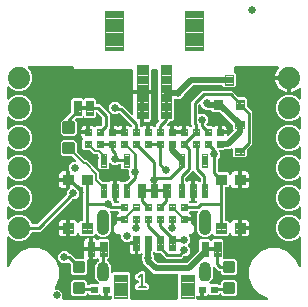
<source format=gtl>
G04 EAGLE Gerber RS-274X export*
G75*
%MOMM*%
%FSLAX34Y34*%
%LPD*%
%INTop Copper*%
%IPPOS*%
%AMOC8*
5,1,8,0,0,1.08239X$1,22.5*%
G01*
%ADD10C,0.203200*%
%ADD11C,0.755600*%
%ADD12C,1.879600*%
%ADD13C,0.100000*%
%ADD14C,0.096000*%
%ADD15C,0.102000*%
%ADD16C,0.099000*%
%ADD17C,0.300000*%
%ADD18C,0.099059*%
%ADD19C,0.104000*%
%ADD20C,0.100800*%
%ADD21C,0.635000*%
%ADD22C,0.254000*%
%ADD23C,0.508000*%
%ADD24C,0.660400*%
%ADD25C,0.177800*%

G36*
X223044Y2809D02*
X223044Y2809D01*
X223136Y2814D01*
X223175Y2828D01*
X223216Y2835D01*
X223299Y2875D01*
X223385Y2907D01*
X223418Y2932D01*
X223455Y2950D01*
X223523Y3013D01*
X223596Y3070D01*
X223619Y3104D01*
X223649Y3132D01*
X223695Y3212D01*
X223748Y3287D01*
X223761Y3327D01*
X223781Y3362D01*
X223801Y3452D01*
X223830Y3540D01*
X223830Y3582D01*
X223839Y3622D01*
X223832Y3714D01*
X223833Y3806D01*
X223821Y3846D01*
X223817Y3887D01*
X223783Y3973D01*
X223757Y4061D01*
X223734Y4095D01*
X223718Y4134D01*
X223660Y4205D01*
X223609Y4282D01*
X223583Y4300D01*
X223551Y4340D01*
X223330Y4487D01*
X223310Y4492D01*
X223293Y4504D01*
X216514Y7312D01*
X210512Y13314D01*
X207263Y21156D01*
X207263Y29644D01*
X210512Y37486D01*
X216514Y43488D01*
X224356Y46737D01*
X232844Y46737D01*
X240686Y43488D01*
X246688Y37486D01*
X249496Y30707D01*
X249544Y30628D01*
X249584Y30545D01*
X249612Y30515D01*
X249634Y30480D01*
X249703Y30418D01*
X249766Y30351D01*
X249802Y30330D01*
X249832Y30303D01*
X249916Y30265D01*
X249996Y30219D01*
X250037Y30210D01*
X250074Y30193D01*
X250166Y30181D01*
X250256Y30161D01*
X250297Y30164D01*
X250338Y30159D01*
X250429Y30175D01*
X250521Y30183D01*
X250559Y30198D01*
X250600Y30205D01*
X250682Y30247D01*
X250768Y30282D01*
X250800Y30308D01*
X250836Y30326D01*
X250902Y30391D01*
X250974Y30449D01*
X250997Y30483D01*
X251026Y30512D01*
X251070Y30593D01*
X251121Y30670D01*
X251128Y30701D01*
X251153Y30746D01*
X251204Y31007D01*
X251201Y31027D01*
X251205Y31047D01*
X251205Y55455D01*
X251198Y55506D01*
X251199Y55557D01*
X251178Y55636D01*
X251165Y55717D01*
X251143Y55764D01*
X251129Y55814D01*
X251085Y55883D01*
X251050Y55957D01*
X251015Y55994D01*
X250987Y56038D01*
X250924Y56091D01*
X250868Y56151D01*
X250824Y56177D01*
X250784Y56210D01*
X250709Y56242D01*
X250638Y56283D01*
X250587Y56294D01*
X250540Y56314D01*
X250458Y56323D01*
X250378Y56341D01*
X250327Y56337D01*
X250275Y56342D01*
X250195Y56326D01*
X250113Y56319D01*
X250065Y56300D01*
X250015Y56290D01*
X249971Y56262D01*
X249866Y56220D01*
X249727Y56107D01*
X249689Y56083D01*
X247631Y54025D01*
X243523Y52323D01*
X239077Y52323D01*
X234969Y54025D01*
X231825Y57169D01*
X230123Y61277D01*
X230123Y65723D01*
X231825Y69831D01*
X234969Y72975D01*
X239077Y74677D01*
X243523Y74677D01*
X247631Y72975D01*
X249689Y70917D01*
X249730Y70887D01*
X249766Y70849D01*
X249837Y70808D01*
X249903Y70760D01*
X249952Y70743D01*
X249996Y70717D01*
X250076Y70699D01*
X250154Y70672D01*
X250206Y70670D01*
X250256Y70659D01*
X250338Y70666D01*
X250420Y70663D01*
X250469Y70677D01*
X250521Y70681D01*
X250597Y70711D01*
X250676Y70733D01*
X250720Y70761D01*
X250768Y70780D01*
X250831Y70832D01*
X250900Y70876D01*
X250934Y70915D01*
X250974Y70947D01*
X251019Y71016D01*
X251072Y71078D01*
X251093Y71126D01*
X251121Y71169D01*
X251133Y71219D01*
X251177Y71323D01*
X251195Y71501D01*
X251205Y71545D01*
X251205Y80855D01*
X251198Y80906D01*
X251199Y80957D01*
X251178Y81036D01*
X251165Y81117D01*
X251143Y81164D01*
X251129Y81214D01*
X251085Y81283D01*
X251050Y81357D01*
X251015Y81394D01*
X250987Y81438D01*
X250924Y81491D01*
X250868Y81551D01*
X250824Y81577D01*
X250784Y81610D01*
X250709Y81642D01*
X250638Y81683D01*
X250587Y81694D01*
X250540Y81714D01*
X250458Y81723D01*
X250378Y81741D01*
X250327Y81737D01*
X250275Y81742D01*
X250195Y81726D01*
X250113Y81719D01*
X250065Y81700D01*
X250015Y81690D01*
X249971Y81662D01*
X249866Y81620D01*
X249727Y81507D01*
X249689Y81483D01*
X247631Y79425D01*
X243523Y77723D01*
X239077Y77723D01*
X234969Y79425D01*
X231825Y82569D01*
X230123Y86677D01*
X230123Y91123D01*
X231825Y95231D01*
X234969Y98375D01*
X239077Y100077D01*
X243523Y100077D01*
X247631Y98375D01*
X249689Y96317D01*
X249704Y96306D01*
X249715Y96292D01*
X249741Y96275D01*
X249766Y96249D01*
X249837Y96208D01*
X249903Y96160D01*
X249927Y96151D01*
X249936Y96145D01*
X249955Y96141D01*
X249996Y96117D01*
X250076Y96099D01*
X250154Y96072D01*
X250206Y96070D01*
X250256Y96059D01*
X250304Y96063D01*
X250313Y96061D01*
X250317Y96061D01*
X250347Y96066D01*
X250420Y96063D01*
X250469Y96077D01*
X250521Y96081D01*
X250565Y96098D01*
X250580Y96101D01*
X250608Y96114D01*
X250676Y96133D01*
X250720Y96161D01*
X250768Y96180D01*
X250803Y96209D01*
X250819Y96217D01*
X250844Y96240D01*
X250900Y96276D01*
X250934Y96315D01*
X250974Y96347D01*
X250998Y96383D01*
X251013Y96398D01*
X251032Y96431D01*
X251072Y96478D01*
X251093Y96526D01*
X251121Y96569D01*
X251128Y96598D01*
X251145Y96629D01*
X251155Y96671D01*
X251177Y96723D01*
X251186Y96811D01*
X251203Y96888D01*
X251200Y96923D01*
X251205Y96945D01*
X251205Y106255D01*
X251198Y106306D01*
X251199Y106357D01*
X251178Y106436D01*
X251165Y106517D01*
X251143Y106564D01*
X251129Y106614D01*
X251085Y106683D01*
X251050Y106757D01*
X251015Y106794D01*
X250987Y106838D01*
X250924Y106891D01*
X250868Y106951D01*
X250824Y106977D01*
X250784Y107010D01*
X250709Y107042D01*
X250638Y107083D01*
X250587Y107094D01*
X250540Y107114D01*
X250458Y107123D01*
X250378Y107141D01*
X250327Y107137D01*
X250275Y107142D01*
X250195Y107126D01*
X250113Y107119D01*
X250065Y107100D01*
X250015Y107090D01*
X249971Y107062D01*
X249866Y107020D01*
X249727Y106907D01*
X249689Y106883D01*
X247631Y104825D01*
X243523Y103123D01*
X239077Y103123D01*
X234969Y104825D01*
X231825Y107969D01*
X230123Y112077D01*
X230123Y116523D01*
X231825Y120631D01*
X234969Y123775D01*
X239077Y125477D01*
X243523Y125477D01*
X247631Y123775D01*
X249689Y121717D01*
X249730Y121687D01*
X249766Y121649D01*
X249837Y121608D01*
X249903Y121560D01*
X249952Y121543D01*
X249996Y121517D01*
X250076Y121499D01*
X250154Y121472D01*
X250206Y121470D01*
X250256Y121459D01*
X250338Y121466D01*
X250420Y121463D01*
X250469Y121477D01*
X250521Y121481D01*
X250597Y121511D01*
X250676Y121533D01*
X250720Y121561D01*
X250768Y121580D01*
X250831Y121632D01*
X250900Y121676D01*
X250934Y121715D01*
X250974Y121747D01*
X251019Y121816D01*
X251072Y121878D01*
X251093Y121926D01*
X251121Y121969D01*
X251133Y122019D01*
X251177Y122123D01*
X251195Y122301D01*
X251205Y122345D01*
X251205Y131655D01*
X251198Y131706D01*
X251199Y131757D01*
X251178Y131836D01*
X251165Y131917D01*
X251143Y131964D01*
X251129Y132014D01*
X251085Y132083D01*
X251050Y132157D01*
X251015Y132194D01*
X250987Y132238D01*
X250924Y132291D01*
X250868Y132351D01*
X250824Y132377D01*
X250784Y132410D01*
X250709Y132442D01*
X250638Y132483D01*
X250587Y132494D01*
X250540Y132514D01*
X250458Y132523D01*
X250378Y132541D01*
X250327Y132537D01*
X250275Y132542D01*
X250195Y132526D01*
X250113Y132519D01*
X250065Y132500D01*
X250015Y132490D01*
X249971Y132462D01*
X249866Y132420D01*
X249727Y132307D01*
X249689Y132283D01*
X247631Y130225D01*
X243523Y128523D01*
X239077Y128523D01*
X234969Y130225D01*
X231825Y133369D01*
X230123Y137477D01*
X230123Y141923D01*
X231825Y146031D01*
X234969Y149175D01*
X239077Y150877D01*
X243523Y150877D01*
X247631Y149175D01*
X249689Y147117D01*
X249730Y147087D01*
X249766Y147049D01*
X249837Y147008D01*
X249903Y146960D01*
X249952Y146943D01*
X249996Y146917D01*
X250076Y146899D01*
X250154Y146872D01*
X250206Y146870D01*
X250256Y146859D01*
X250338Y146866D01*
X250420Y146863D01*
X250469Y146877D01*
X250521Y146881D01*
X250597Y146911D01*
X250676Y146933D01*
X250720Y146961D01*
X250768Y146980D01*
X250831Y147032D01*
X250900Y147076D01*
X250934Y147115D01*
X250974Y147147D01*
X251019Y147216D01*
X251072Y147278D01*
X251093Y147326D01*
X251121Y147369D01*
X251133Y147419D01*
X251177Y147523D01*
X251195Y147701D01*
X251205Y147745D01*
X251205Y157055D01*
X251198Y157106D01*
X251199Y157157D01*
X251178Y157236D01*
X251165Y157317D01*
X251143Y157364D01*
X251129Y157414D01*
X251085Y157483D01*
X251050Y157557D01*
X251015Y157594D01*
X250987Y157638D01*
X250924Y157691D01*
X250868Y157751D01*
X250824Y157777D01*
X250784Y157810D01*
X250709Y157842D01*
X250638Y157883D01*
X250587Y157894D01*
X250540Y157914D01*
X250458Y157923D01*
X250378Y157941D01*
X250327Y157937D01*
X250275Y157942D01*
X250195Y157926D01*
X250113Y157919D01*
X250065Y157900D01*
X250015Y157890D01*
X249971Y157862D01*
X249866Y157820D01*
X249727Y157707D01*
X249689Y157683D01*
X247631Y155625D01*
X243523Y153923D01*
X239077Y153923D01*
X234969Y155625D01*
X231825Y158769D01*
X230123Y162877D01*
X230123Y167323D01*
X231825Y171431D01*
X234969Y174575D01*
X239077Y176277D01*
X243523Y176277D01*
X247631Y174575D01*
X249689Y172517D01*
X249730Y172487D01*
X249766Y172449D01*
X249837Y172408D01*
X249903Y172360D01*
X249952Y172343D01*
X249996Y172317D01*
X250076Y172299D01*
X250154Y172272D01*
X250206Y172270D01*
X250256Y172259D01*
X250338Y172266D01*
X250420Y172263D01*
X250469Y172277D01*
X250521Y172281D01*
X250597Y172311D01*
X250676Y172333D01*
X250720Y172361D01*
X250768Y172380D01*
X250831Y172432D01*
X250900Y172476D01*
X250934Y172515D01*
X250974Y172547D01*
X251019Y172616D01*
X251072Y172678D01*
X251093Y172726D01*
X251121Y172769D01*
X251133Y172819D01*
X251177Y172923D01*
X251195Y173101D01*
X251205Y173145D01*
X251205Y181377D01*
X251198Y181428D01*
X251199Y181480D01*
X251178Y181559D01*
X251165Y181640D01*
X251143Y181686D01*
X251129Y181736D01*
X251085Y181805D01*
X251050Y181879D01*
X251014Y181917D01*
X250987Y181960D01*
X250924Y182013D01*
X250868Y182073D01*
X250824Y182099D01*
X250784Y182132D01*
X250709Y182165D01*
X250638Y182205D01*
X250587Y182217D01*
X250540Y182237D01*
X250458Y182245D01*
X250378Y182263D01*
X250327Y182259D01*
X250275Y182264D01*
X250195Y182248D01*
X250113Y182241D01*
X250065Y182222D01*
X250015Y182212D01*
X249971Y182184D01*
X249866Y182142D01*
X249774Y182067D01*
X249771Y182066D01*
X249764Y182059D01*
X249727Y182029D01*
X249689Y182005D01*
X249078Y181394D01*
X247557Y180289D01*
X245883Y179436D01*
X244096Y178855D01*
X243077Y178694D01*
X243077Y189611D01*
X243062Y189712D01*
X243053Y189815D01*
X243042Y189843D01*
X243037Y189874D01*
X242993Y189966D01*
X242954Y190061D01*
X242935Y190085D01*
X242922Y190113D01*
X242852Y190188D01*
X242787Y190268D01*
X242761Y190285D01*
X242740Y190307D01*
X242651Y190358D01*
X242566Y190415D01*
X242542Y190420D01*
X242510Y190439D01*
X242250Y190497D01*
X242212Y190494D01*
X242189Y190499D01*
X241299Y190499D01*
X241299Y191389D01*
X241284Y191490D01*
X241275Y191593D01*
X241264Y191621D01*
X241259Y191652D01*
X241215Y191744D01*
X241176Y191839D01*
X241157Y191863D01*
X241144Y191891D01*
X241074Y191966D01*
X241009Y192046D01*
X240983Y192063D01*
X240962Y192085D01*
X240873Y192136D01*
X240788Y192193D01*
X240764Y192199D01*
X240731Y192217D01*
X240472Y192275D01*
X240434Y192272D01*
X240411Y192277D01*
X229494Y192277D01*
X229655Y193296D01*
X230236Y195083D01*
X231089Y196757D01*
X232194Y198278D01*
X232678Y198762D01*
X232709Y198803D01*
X232746Y198839D01*
X232787Y198910D01*
X232836Y198976D01*
X232853Y199025D01*
X232878Y199069D01*
X232896Y199149D01*
X232923Y199227D01*
X232925Y199279D01*
X232936Y199329D01*
X232929Y199411D01*
X232932Y199493D01*
X232919Y199542D01*
X232914Y199594D01*
X232884Y199670D01*
X232862Y199749D01*
X232835Y199793D01*
X232815Y199841D01*
X232764Y199904D01*
X232720Y199973D01*
X232680Y200007D01*
X232648Y200047D01*
X232580Y200092D01*
X232517Y200145D01*
X232470Y200166D01*
X232427Y200194D01*
X232376Y200206D01*
X232273Y200250D01*
X232094Y200268D01*
X232050Y200278D01*
X195667Y200278D01*
X195565Y200263D01*
X195463Y200255D01*
X195435Y200243D01*
X195404Y200238D01*
X195312Y200194D01*
X195216Y200156D01*
X195193Y200136D01*
X195165Y200123D01*
X195090Y200053D01*
X195010Y199988D01*
X194993Y199962D01*
X194971Y199941D01*
X194920Y199852D01*
X194863Y199767D01*
X194857Y199743D01*
X194839Y199711D01*
X194781Y199451D01*
X194784Y199413D01*
X194779Y199390D01*
X194779Y199265D01*
X194782Y199244D01*
X194780Y199223D01*
X194802Y199113D01*
X194819Y199002D01*
X194819Y199001D01*
X194819Y195560D01*
X194822Y195539D01*
X194820Y195518D01*
X194842Y195408D01*
X194859Y195297D01*
X194868Y195278D01*
X194872Y195258D01*
X194896Y195219D01*
X194956Y195095D01*
X194957Y195094D01*
X194974Y195058D01*
X195051Y194976D01*
X195079Y194932D01*
X196279Y193732D01*
X196279Y183868D01*
X194932Y182521D01*
X186068Y182521D01*
X184634Y183955D01*
X184599Y184044D01*
X184579Y184067D01*
X184566Y184095D01*
X184496Y184170D01*
X184431Y184250D01*
X184405Y184267D01*
X184384Y184289D01*
X184295Y184340D01*
X184210Y184397D01*
X184186Y184403D01*
X184154Y184421D01*
X183894Y184479D01*
X183856Y184476D01*
X183833Y184481D01*
X160477Y184481D01*
X160456Y184478D01*
X160435Y184480D01*
X160325Y184458D01*
X160214Y184441D01*
X160195Y184432D01*
X160174Y184428D01*
X160136Y184404D01*
X159975Y184326D01*
X159892Y184249D01*
X159849Y184221D01*
X152661Y177033D01*
X152648Y177016D01*
X152632Y177003D01*
X152570Y176910D01*
X152503Y176819D01*
X152496Y176799D01*
X152485Y176782D01*
X152475Y176737D01*
X152416Y176568D01*
X152412Y176456D01*
X152401Y176405D01*
X152401Y175695D01*
X149425Y172719D01*
X145199Y172719D01*
X145147Y172749D01*
X145081Y172797D01*
X145032Y172814D01*
X144988Y172840D01*
X144908Y172858D01*
X144830Y172885D01*
X144778Y172887D01*
X144728Y172898D01*
X144646Y172891D01*
X144564Y172894D01*
X144515Y172880D01*
X144463Y172876D01*
X144387Y172846D01*
X144308Y172824D01*
X144264Y172796D01*
X144216Y172777D01*
X144153Y172725D01*
X144084Y172681D01*
X144050Y172642D01*
X144010Y172610D01*
X143965Y172541D01*
X143912Y172479D01*
X143891Y172431D01*
X143863Y172388D01*
X143851Y172338D01*
X143807Y172234D01*
X143789Y172056D01*
X143779Y172012D01*
X143779Y155456D01*
X142444Y154121D01*
X140937Y154121D01*
X140835Y154106D01*
X140733Y154098D01*
X140705Y154086D01*
X140674Y154081D01*
X140582Y154037D01*
X140486Y153999D01*
X140463Y153979D01*
X140435Y153966D01*
X140360Y153896D01*
X140280Y153831D01*
X140263Y153805D01*
X140241Y153784D01*
X140190Y153695D01*
X140133Y153610D01*
X140130Y153599D01*
X138173Y151642D01*
X138153Y151614D01*
X138127Y151592D01*
X138074Y151508D01*
X138016Y151428D01*
X138004Y151395D01*
X137986Y151366D01*
X137961Y151270D01*
X137928Y151177D01*
X137927Y151142D01*
X137918Y151109D01*
X137923Y151010D01*
X137919Y150911D01*
X137928Y150878D01*
X137930Y150843D01*
X137963Y150750D01*
X137989Y150655D01*
X138008Y150626D01*
X138019Y150593D01*
X138079Y150514D01*
X138132Y150430D01*
X138158Y150408D01*
X138179Y150380D01*
X138259Y150322D01*
X138334Y150258D01*
X138366Y150245D01*
X138394Y150225D01*
X138488Y150193D01*
X138579Y150154D01*
X138613Y150150D01*
X138646Y150139D01*
X138698Y150142D01*
X138843Y150126D01*
X138979Y150154D01*
X139031Y150156D01*
X139348Y150241D01*
X140741Y150241D01*
X140741Y145311D01*
X140756Y145210D01*
X140764Y145107D01*
X140776Y145079D01*
X140780Y145048D01*
X140825Y144956D01*
X140863Y144861D01*
X140883Y144837D01*
X140896Y144809D01*
X140966Y144734D01*
X141031Y144654D01*
X141057Y144637D01*
X141078Y144615D01*
X141167Y144564D01*
X141252Y144507D01*
X141276Y144502D01*
X141308Y144483D01*
X141568Y144425D01*
X141606Y144428D01*
X141629Y144423D01*
X141963Y144423D01*
X141963Y144089D01*
X141978Y143987D01*
X141987Y143885D01*
X141998Y143857D01*
X142003Y143826D01*
X142047Y143734D01*
X142086Y143638D01*
X142105Y143615D01*
X142118Y143587D01*
X142189Y143512D01*
X142253Y143432D01*
X142279Y143415D01*
X142300Y143393D01*
X142389Y143342D01*
X142474Y143285D01*
X142498Y143279D01*
X142531Y143261D01*
X142790Y143203D01*
X142828Y143206D01*
X142851Y143201D01*
X151789Y143201D01*
X151890Y143216D01*
X151993Y143224D01*
X152021Y143236D01*
X152052Y143240D01*
X152144Y143285D01*
X152239Y143323D01*
X152263Y143343D01*
X152291Y143356D01*
X152366Y143426D01*
X152446Y143491D01*
X152463Y143517D01*
X152485Y143538D01*
X152536Y143627D01*
X152593Y143712D01*
X152598Y143736D01*
X152617Y143768D01*
X152675Y144028D01*
X152672Y144066D01*
X152677Y144089D01*
X152677Y144423D01*
X153011Y144423D01*
X153113Y144438D01*
X153215Y144447D01*
X153243Y144458D01*
X153274Y144463D01*
X153366Y144507D01*
X153462Y144546D01*
X153485Y144565D01*
X153513Y144578D01*
X153588Y144649D01*
X153668Y144713D01*
X153685Y144739D01*
X153707Y144760D01*
X153758Y144849D01*
X153815Y144934D01*
X153821Y144958D01*
X153839Y144991D01*
X153897Y145250D01*
X153894Y145288D01*
X153899Y145311D01*
X153899Y150241D01*
X155292Y150241D01*
X156068Y150033D01*
X156763Y149631D01*
X157391Y149004D01*
X157473Y148943D01*
X157552Y148876D01*
X157580Y148864D01*
X157605Y148846D01*
X157702Y148812D01*
X157796Y148772D01*
X157827Y148769D01*
X157856Y148759D01*
X157958Y148755D01*
X158061Y148744D01*
X158091Y148750D01*
X158121Y148749D01*
X158220Y148776D01*
X158321Y148797D01*
X158341Y148809D01*
X158378Y148819D01*
X158602Y148962D01*
X158627Y148991D01*
X158647Y149004D01*
X158843Y149200D01*
X158904Y149282D01*
X158970Y149360D01*
X158982Y149389D01*
X159001Y149414D01*
X159034Y149510D01*
X159075Y149605D01*
X159078Y149636D01*
X159088Y149665D01*
X159091Y149767D01*
X159102Y149869D01*
X159096Y149900D01*
X159097Y149930D01*
X159070Y150029D01*
X159050Y150130D01*
X159037Y150150D01*
X159027Y150187D01*
X158884Y150411D01*
X158856Y150436D01*
X158843Y150456D01*
X158241Y151057D01*
X158241Y170173D01*
X160287Y172219D01*
X167647Y179579D01*
X193033Y179579D01*
X198273Y174339D01*
X198290Y174326D01*
X198303Y174310D01*
X198396Y174248D01*
X198487Y174181D01*
X198506Y174174D01*
X198524Y174163D01*
X198568Y174153D01*
X198738Y174094D01*
X198850Y174090D01*
X198901Y174079D01*
X204432Y174079D01*
X205779Y172732D01*
X205779Y166701D01*
X205782Y166680D01*
X205780Y166659D01*
X205802Y166549D01*
X205819Y166438D01*
X205828Y166419D01*
X205832Y166398D01*
X205856Y166360D01*
X205934Y166199D01*
X206011Y166116D01*
X206039Y166073D01*
X208013Y164099D01*
X210059Y162053D01*
X210059Y134557D01*
X208013Y132511D01*
X205579Y130077D01*
X205566Y130060D01*
X205550Y130047D01*
X205488Y129954D01*
X205421Y129863D01*
X205414Y129844D01*
X205403Y129826D01*
X205393Y129782D01*
X205334Y129612D01*
X205330Y129500D01*
X205319Y129449D01*
X205319Y124608D01*
X203982Y123271D01*
X194798Y123271D01*
X193461Y124608D01*
X193461Y130599D01*
X193454Y130650D01*
X193455Y130702D01*
X193434Y130781D01*
X193421Y130862D01*
X193399Y130908D01*
X193385Y130958D01*
X193341Y131028D01*
X193306Y131101D01*
X193271Y131139D01*
X193243Y131183D01*
X193180Y131236D01*
X193124Y131296D01*
X193080Y131321D01*
X193040Y131355D01*
X192965Y131387D01*
X192894Y131428D01*
X192843Y131439D01*
X192796Y131459D01*
X192714Y131468D01*
X192634Y131485D01*
X192583Y131481D01*
X192531Y131487D01*
X192451Y131470D01*
X192369Y131464D01*
X192321Y131445D01*
X192271Y131434D01*
X192227Y131407D01*
X192122Y131365D01*
X191983Y131252D01*
X191945Y131227D01*
X191099Y130381D01*
X187146Y130381D01*
X187125Y130378D01*
X187104Y130380D01*
X186994Y130358D01*
X186883Y130341D01*
X186864Y130332D01*
X186844Y130328D01*
X186805Y130304D01*
X186644Y130226D01*
X186561Y130149D01*
X186518Y130121D01*
X186318Y129921D01*
X182938Y129921D01*
X182887Y129914D01*
X182836Y129915D01*
X182757Y129894D01*
X182676Y129881D01*
X182629Y129859D01*
X182579Y129845D01*
X182510Y129801D01*
X182436Y129766D01*
X182398Y129730D01*
X182355Y129703D01*
X182302Y129640D01*
X182242Y129584D01*
X182216Y129540D01*
X182183Y129500D01*
X182151Y129425D01*
X182110Y129354D01*
X182099Y129303D01*
X182079Y129256D01*
X182070Y129174D01*
X182052Y129094D01*
X182056Y129043D01*
X182051Y128991D01*
X182067Y128911D01*
X182074Y128829D01*
X182093Y128781D01*
X182103Y128731D01*
X182131Y128687D01*
X182173Y128582D01*
X182286Y128443D01*
X182310Y128405D01*
X182881Y127835D01*
X182881Y123625D01*
X181109Y121854D01*
X181096Y121837D01*
X181080Y121823D01*
X181018Y121730D01*
X180951Y121640D01*
X180944Y121620D01*
X180933Y121602D01*
X180923Y121558D01*
X180864Y121389D01*
X180860Y121276D01*
X180849Y121226D01*
X180849Y111921D01*
X180852Y111900D01*
X180850Y111879D01*
X180872Y111769D01*
X180889Y111658D01*
X180898Y111639D01*
X180902Y111618D01*
X180926Y111580D01*
X181004Y111419D01*
X181081Y111336D01*
X181109Y111293D01*
X181543Y110859D01*
X181560Y110846D01*
X181573Y110830D01*
X181666Y110768D01*
X181757Y110701D01*
X181776Y110694D01*
X181794Y110683D01*
X181838Y110673D01*
X182008Y110614D01*
X182120Y110610D01*
X182171Y110599D01*
X189217Y110599D01*
X190549Y109267D01*
X190549Y109200D01*
X190551Y109183D01*
X190549Y109165D01*
X190571Y109051D01*
X190589Y108937D01*
X190596Y108921D01*
X190599Y108904D01*
X190654Y108802D01*
X190704Y108698D01*
X190716Y108685D01*
X190724Y108670D01*
X190806Y108588D01*
X190886Y108503D01*
X190901Y108495D01*
X190913Y108482D01*
X191016Y108429D01*
X191116Y108371D01*
X191133Y108368D01*
X191149Y108360D01*
X191263Y108339D01*
X191376Y108314D01*
X191393Y108315D01*
X191410Y108312D01*
X191525Y108326D01*
X191641Y108335D01*
X191657Y108342D01*
X191674Y108344D01*
X191780Y108391D01*
X191888Y108434D01*
X191901Y108445D01*
X191917Y108452D01*
X192003Y108528D01*
X192094Y108602D01*
X192103Y108616D01*
X192116Y108628D01*
X192136Y108665D01*
X192241Y108823D01*
X192258Y108900D01*
X192295Y108970D01*
X192436Y109497D01*
X192836Y110189D01*
X193401Y110754D01*
X194093Y111154D01*
X194865Y111361D01*
X197993Y111361D01*
X197993Y105209D01*
X198008Y105108D01*
X198017Y105005D01*
X198028Y104977D01*
X198033Y104946D01*
X198077Y104854D01*
X198116Y104759D01*
X198135Y104735D01*
X198148Y104707D01*
X198218Y104632D01*
X198283Y104552D01*
X198309Y104535D01*
X198330Y104513D01*
X198419Y104462D01*
X198504Y104405D01*
X198528Y104400D01*
X198560Y104381D01*
X198820Y104323D01*
X198858Y104326D01*
X198881Y104321D01*
X199771Y104321D01*
X199771Y104319D01*
X198881Y104319D01*
X198780Y104304D01*
X198677Y104295D01*
X198649Y104284D01*
X198618Y104279D01*
X198526Y104235D01*
X198431Y104196D01*
X198407Y104177D01*
X198379Y104164D01*
X198304Y104094D01*
X198224Y104029D01*
X198207Y104003D01*
X198185Y103982D01*
X198134Y103893D01*
X198077Y103808D01*
X198071Y103784D01*
X198053Y103751D01*
X197995Y103492D01*
X197998Y103454D01*
X197993Y103431D01*
X197993Y97279D01*
X194865Y97279D01*
X194093Y97486D01*
X193401Y97886D01*
X192836Y98451D01*
X192436Y99143D01*
X192295Y99670D01*
X192288Y99686D01*
X192285Y99703D01*
X192235Y99807D01*
X192189Y99914D01*
X192177Y99927D01*
X192170Y99942D01*
X192090Y100027D01*
X192015Y100115D01*
X192000Y100124D01*
X191988Y100137D01*
X191888Y100194D01*
X191789Y100256D01*
X191773Y100260D01*
X191758Y100269D01*
X191644Y100294D01*
X191532Y100323D01*
X191515Y100323D01*
X191498Y100326D01*
X191383Y100317D01*
X191267Y100312D01*
X191250Y100306D01*
X191233Y100305D01*
X191126Y100262D01*
X191016Y100223D01*
X191003Y100212D01*
X190986Y100206D01*
X190896Y100133D01*
X190804Y100063D01*
X190794Y100049D01*
X190780Y100038D01*
X190716Y99942D01*
X190648Y99848D01*
X190642Y99832D01*
X190633Y99817D01*
X190624Y99776D01*
X190563Y99596D01*
X190566Y99517D01*
X190549Y99440D01*
X190549Y99373D01*
X189217Y98041D01*
X187707Y98041D01*
X187605Y98026D01*
X187503Y98018D01*
X187475Y98006D01*
X187444Y98001D01*
X187352Y97957D01*
X187256Y97919D01*
X187233Y97899D01*
X187205Y97886D01*
X187130Y97816D01*
X187050Y97751D01*
X187033Y97725D01*
X187011Y97704D01*
X186960Y97615D01*
X186903Y97530D01*
X186897Y97506D01*
X186879Y97474D01*
X186821Y97214D01*
X186824Y97176D01*
X186819Y97153D01*
X186819Y70487D01*
X186834Y70385D01*
X186842Y70283D01*
X186854Y70255D01*
X186859Y70224D01*
X186903Y70132D01*
X186941Y70036D01*
X186961Y70013D01*
X186974Y69985D01*
X187044Y69910D01*
X187109Y69830D01*
X187135Y69813D01*
X187156Y69791D01*
X187245Y69740D01*
X187330Y69683D01*
X187354Y69677D01*
X187386Y69659D01*
X187646Y69601D01*
X187684Y69604D01*
X187707Y69599D01*
X189217Y69599D01*
X190549Y68267D01*
X190549Y68200D01*
X190551Y68183D01*
X190549Y68165D01*
X190571Y68051D01*
X190589Y67937D01*
X190596Y67921D01*
X190599Y67904D01*
X190654Y67802D01*
X190704Y67698D01*
X190716Y67685D01*
X190724Y67670D01*
X190806Y67588D01*
X190886Y67503D01*
X190901Y67495D01*
X190913Y67482D01*
X191016Y67429D01*
X191116Y67371D01*
X191133Y67368D01*
X191149Y67360D01*
X191263Y67339D01*
X191376Y67314D01*
X191393Y67315D01*
X191410Y67312D01*
X191525Y67326D01*
X191641Y67335D01*
X191657Y67342D01*
X191674Y67344D01*
X191780Y67391D01*
X191888Y67434D01*
X191901Y67445D01*
X191917Y67452D01*
X192004Y67529D01*
X192094Y67602D01*
X192103Y67616D01*
X192116Y67628D01*
X192136Y67665D01*
X192241Y67823D01*
X192258Y67900D01*
X192295Y67970D01*
X192436Y68497D01*
X192836Y69189D01*
X193401Y69754D01*
X194093Y70154D01*
X194865Y70361D01*
X197993Y70361D01*
X197993Y64209D01*
X198008Y64108D01*
X198017Y64005D01*
X198028Y63977D01*
X198033Y63946D01*
X198077Y63854D01*
X198116Y63759D01*
X198135Y63735D01*
X198148Y63707D01*
X198218Y63632D01*
X198283Y63552D01*
X198309Y63535D01*
X198330Y63513D01*
X198419Y63462D01*
X198504Y63405D01*
X198528Y63400D01*
X198560Y63381D01*
X198820Y63323D01*
X198858Y63326D01*
X198881Y63321D01*
X199771Y63321D01*
X199771Y63319D01*
X198881Y63319D01*
X198780Y63304D01*
X198677Y63295D01*
X198649Y63284D01*
X198618Y63279D01*
X198526Y63235D01*
X198431Y63196D01*
X198407Y63177D01*
X198379Y63164D01*
X198304Y63094D01*
X198224Y63029D01*
X198207Y63003D01*
X198185Y62982D01*
X198134Y62893D01*
X198077Y62808D01*
X198071Y62784D01*
X198053Y62751D01*
X197995Y62492D01*
X197998Y62454D01*
X197993Y62431D01*
X197993Y56279D01*
X194865Y56279D01*
X194093Y56486D01*
X193401Y56886D01*
X192836Y57451D01*
X192436Y58143D01*
X192295Y58670D01*
X192288Y58686D01*
X192285Y58703D01*
X192235Y58807D01*
X192189Y58914D01*
X192177Y58927D01*
X192170Y58942D01*
X192090Y59027D01*
X192015Y59115D01*
X192000Y59124D01*
X191988Y59137D01*
X191887Y59194D01*
X191789Y59256D01*
X191773Y59260D01*
X191758Y59269D01*
X191644Y59294D01*
X191532Y59323D01*
X191515Y59323D01*
X191498Y59326D01*
X191383Y59317D01*
X191267Y59312D01*
X191250Y59306D01*
X191233Y59305D01*
X191126Y59262D01*
X191016Y59223D01*
X191003Y59212D01*
X190986Y59206D01*
X190896Y59132D01*
X190804Y59063D01*
X190794Y59049D01*
X190780Y59038D01*
X190716Y58942D01*
X190648Y58848D01*
X190642Y58832D01*
X190633Y58817D01*
X190624Y58776D01*
X190563Y58596D01*
X190566Y58517D01*
X190549Y58440D01*
X190549Y58373D01*
X189217Y57041D01*
X178323Y57041D01*
X176810Y58554D01*
X176754Y58596D01*
X176705Y58644D01*
X176648Y58674D01*
X176596Y58712D01*
X176531Y58735D01*
X176469Y58767D01*
X176406Y58778D01*
X176345Y58800D01*
X176276Y58802D01*
X176208Y58814D01*
X176144Y58806D01*
X176079Y58809D01*
X176013Y58791D01*
X175944Y58782D01*
X175885Y58756D01*
X175823Y58739D01*
X175764Y58702D01*
X175701Y58673D01*
X175670Y58641D01*
X175599Y58596D01*
X175438Y58407D01*
X175430Y58399D01*
X175164Y57975D01*
X175136Y57949D01*
X175061Y57889D01*
X175040Y57858D01*
X175013Y57833D01*
X175011Y57828D01*
X174530Y57525D01*
X174418Y57429D01*
X174374Y57401D01*
X173961Y56988D01*
X173928Y56968D01*
X173841Y56927D01*
X173814Y56901D01*
X173782Y56882D01*
X173779Y56878D01*
X173242Y56690D01*
X173112Y56621D01*
X173063Y56604D01*
X172568Y56293D01*
X172532Y56281D01*
X172438Y56260D01*
X172406Y56241D01*
X172371Y56230D01*
X172366Y56226D01*
X171801Y56162D01*
X171660Y56124D01*
X171608Y56118D01*
X171056Y55925D01*
X171018Y55922D01*
X170922Y55922D01*
X170886Y55911D01*
X170849Y55907D01*
X170844Y55905D01*
X170279Y55968D01*
X170133Y55963D01*
X170081Y55968D01*
X169500Y55903D01*
X169462Y55908D01*
X169368Y55930D01*
X169331Y55927D01*
X169294Y55932D01*
X169289Y55931D01*
X168752Y56118D01*
X168608Y56145D01*
X168559Y56162D01*
X167977Y56228D01*
X167942Y56241D01*
X167855Y56283D01*
X167818Y56288D01*
X167784Y56302D01*
X167778Y56302D01*
X167297Y56604D01*
X167162Y56663D01*
X167118Y56690D01*
X166566Y56883D01*
X166534Y56904D01*
X166459Y56964D01*
X166424Y56978D01*
X166393Y56998D01*
X166388Y56999D01*
X165986Y57401D01*
X165868Y57489D01*
X165830Y57525D01*
X165335Y57836D01*
X165309Y57864D01*
X165249Y57939D01*
X165218Y57960D01*
X165193Y57987D01*
X165188Y57989D01*
X164885Y58470D01*
X164789Y58582D01*
X164761Y58626D01*
X164348Y59039D01*
X164328Y59072D01*
X164287Y59159D01*
X164261Y59186D01*
X164242Y59218D01*
X164238Y59221D01*
X164050Y59758D01*
X163981Y59888D01*
X163964Y59937D01*
X163653Y60432D01*
X163641Y60468D01*
X163620Y60562D01*
X163601Y60594D01*
X163590Y60629D01*
X163586Y60634D01*
X163522Y61199D01*
X163484Y61340D01*
X163478Y61392D01*
X163316Y61855D01*
X163341Y61936D01*
X163341Y62023D01*
X163351Y62067D01*
X163351Y62667D01*
X163342Y62730D01*
X163346Y62767D01*
X163272Y63416D01*
X163290Y63447D01*
X163349Y63706D01*
X163346Y63746D01*
X163351Y63771D01*
X163351Y72869D01*
X163336Y72972D01*
X163327Y73076D01*
X163317Y73097D01*
X163311Y73132D01*
X163271Y73215D01*
X163346Y73873D01*
X163343Y73937D01*
X163351Y73973D01*
X163351Y74573D01*
X163351Y74578D01*
X163351Y74582D01*
X163347Y74599D01*
X163318Y74791D01*
X163478Y75248D01*
X163505Y75392D01*
X163522Y75441D01*
X163588Y76023D01*
X163601Y76058D01*
X163643Y76145D01*
X163648Y76182D01*
X163662Y76216D01*
X163662Y76222D01*
X163964Y76703D01*
X164023Y76838D01*
X164050Y76882D01*
X164081Y76970D01*
X164103Y77086D01*
X164128Y77202D01*
X164127Y77217D01*
X164130Y77231D01*
X164116Y77349D01*
X164107Y77467D01*
X164101Y77480D01*
X164100Y77495D01*
X164052Y77603D01*
X164008Y77714D01*
X163999Y77725D01*
X163993Y77738D01*
X163915Y77827D01*
X163840Y77920D01*
X163828Y77928D01*
X163818Y77939D01*
X163718Y78001D01*
X163619Y78067D01*
X163608Y78070D01*
X163593Y78079D01*
X163335Y78146D01*
X163276Y78144D01*
X163242Y78151D01*
X157936Y78151D01*
X157915Y78148D01*
X157894Y78150D01*
X157784Y78128D01*
X157673Y78111D01*
X157654Y78102D01*
X157634Y78098D01*
X157595Y78074D01*
X157434Y77996D01*
X157351Y77919D01*
X157308Y77891D01*
X156784Y77367D01*
X156723Y77284D01*
X156656Y77206D01*
X156644Y77178D01*
X156626Y77153D01*
X156592Y77056D01*
X156552Y76962D01*
X156549Y76931D01*
X156539Y76902D01*
X156535Y76799D01*
X156524Y76697D01*
X156530Y76667D01*
X156529Y76636D01*
X156556Y76537D01*
X156577Y76436D01*
X156589Y76416D01*
X156599Y76380D01*
X156742Y76155D01*
X156771Y76131D01*
X156784Y76111D01*
X157331Y75563D01*
X157733Y74868D01*
X157941Y74092D01*
X157941Y72699D01*
X153011Y72699D01*
X152910Y72684D01*
X152807Y72676D01*
X152779Y72664D01*
X152748Y72659D01*
X152656Y72615D01*
X152561Y72577D01*
X152537Y72557D01*
X152509Y72544D01*
X152434Y72474D01*
X152354Y72409D01*
X152337Y72383D01*
X152315Y72362D01*
X152264Y72273D01*
X152207Y72188D01*
X152202Y72164D01*
X152183Y72132D01*
X152125Y71872D01*
X152128Y71834D01*
X152123Y71811D01*
X152123Y70589D01*
X152138Y70487D01*
X152147Y70385D01*
X152158Y70357D01*
X152163Y70326D01*
X152207Y70234D01*
X152246Y70138D01*
X152265Y70115D01*
X152278Y70087D01*
X152349Y70012D01*
X152413Y69932D01*
X152439Y69915D01*
X152460Y69893D01*
X152549Y69842D01*
X152634Y69785D01*
X152658Y69779D01*
X152691Y69761D01*
X152950Y69703D01*
X152988Y69706D01*
X153011Y69701D01*
X157941Y69701D01*
X157941Y68459D01*
X157944Y68438D01*
X157942Y68417D01*
X157964Y68307D01*
X157981Y68196D01*
X157990Y68177D01*
X157994Y68157D01*
X158018Y68118D01*
X158096Y67957D01*
X158173Y67874D01*
X158201Y67831D01*
X160929Y65103D01*
X160929Y60937D01*
X157983Y57991D01*
X157078Y57991D01*
X157027Y57984D01*
X156976Y57985D01*
X156897Y57964D01*
X156816Y57951D01*
X156769Y57929D01*
X156719Y57915D01*
X156650Y57871D01*
X156576Y57836D01*
X156539Y57801D01*
X156495Y57773D01*
X156442Y57710D01*
X156382Y57654D01*
X156356Y57610D01*
X156323Y57570D01*
X156291Y57495D01*
X156250Y57424D01*
X156239Y57373D01*
X156219Y57326D01*
X156210Y57244D01*
X156192Y57164D01*
X156196Y57113D01*
X156191Y57061D01*
X156207Y56981D01*
X156214Y56899D01*
X156233Y56851D01*
X156243Y56801D01*
X156271Y56757D01*
X156313Y56652D01*
X156426Y56513D01*
X156450Y56475D01*
X157481Y55445D01*
X157481Y51235D01*
X155768Y49523D01*
X155707Y49440D01*
X155641Y49362D01*
X155629Y49334D01*
X155611Y49309D01*
X155577Y49212D01*
X155537Y49118D01*
X155533Y49087D01*
X155523Y49058D01*
X155520Y48956D01*
X155509Y48853D01*
X155515Y48823D01*
X155514Y48792D01*
X155541Y48693D01*
X155561Y48593D01*
X155574Y48573D01*
X155584Y48536D01*
X155727Y48312D01*
X155755Y48287D01*
X155768Y48267D01*
X157481Y46555D01*
X157481Y42345D01*
X154505Y39369D01*
X151999Y39369D01*
X151978Y39366D01*
X151957Y39368D01*
X151847Y39346D01*
X151736Y39329D01*
X151717Y39320D01*
X151696Y39316D01*
X151658Y39292D01*
X151497Y39214D01*
X151414Y39137D01*
X151371Y39109D01*
X149853Y37591D01*
X137087Y37591D01*
X132667Y42011D01*
X132650Y42024D01*
X132637Y42040D01*
X132544Y42102D01*
X132453Y42169D01*
X132434Y42176D01*
X132416Y42187D01*
X132372Y42197D01*
X132202Y42256D01*
X132090Y42260D01*
X132039Y42271D01*
X128562Y42271D01*
X127835Y42998D01*
X127794Y43029D01*
X127758Y43067D01*
X127687Y43107D01*
X127621Y43156D01*
X127572Y43173D01*
X127528Y43198D01*
X127448Y43216D01*
X127370Y43243D01*
X127318Y43245D01*
X127268Y43256D01*
X127186Y43250D01*
X127104Y43252D01*
X127055Y43239D01*
X127003Y43235D01*
X126927Y43204D01*
X126848Y43183D01*
X126804Y43155D01*
X126756Y43136D01*
X126693Y43084D01*
X126624Y43040D01*
X126590Y43001D01*
X126550Y42968D01*
X126505Y42900D01*
X126452Y42837D01*
X126431Y42790D01*
X126403Y42747D01*
X126391Y42697D01*
X126347Y42593D01*
X126329Y42415D01*
X126319Y42370D01*
X126319Y41254D01*
X126322Y41234D01*
X126320Y41213D01*
X126342Y41102D01*
X126359Y40992D01*
X126368Y40973D01*
X126372Y40952D01*
X126396Y40914D01*
X126474Y40752D01*
X126551Y40670D01*
X126579Y40626D01*
X127001Y40205D01*
X127001Y37115D01*
X127004Y37094D01*
X127002Y37073D01*
X127024Y36963D01*
X127041Y36852D01*
X127050Y36833D01*
X127054Y36812D01*
X127078Y36774D01*
X127156Y36613D01*
X127233Y36530D01*
X127261Y36487D01*
X129959Y33789D01*
X129976Y33776D01*
X129989Y33760D01*
X130082Y33698D01*
X130173Y33631D01*
X130193Y33624D01*
X130210Y33613D01*
X130255Y33603D01*
X130424Y33544D01*
X130536Y33540D01*
X130587Y33529D01*
X154053Y33529D01*
X154074Y33532D01*
X154095Y33530D01*
X154205Y33552D01*
X154316Y33569D01*
X154335Y33578D01*
X154356Y33582D01*
X154394Y33606D01*
X154555Y33684D01*
X154638Y33761D01*
X154681Y33789D01*
X164712Y43820D01*
X164725Y43837D01*
X164741Y43850D01*
X164803Y43943D01*
X164870Y44034D01*
X164877Y44054D01*
X164888Y44071D01*
X164898Y44116D01*
X164957Y44285D01*
X164961Y44397D01*
X164972Y44448D01*
X164972Y52517D01*
X166304Y53849D01*
X173802Y53849D01*
X174632Y53018D01*
X174715Y52958D01*
X174793Y52891D01*
X174821Y52879D01*
X174846Y52861D01*
X174943Y52827D01*
X175037Y52787D01*
X175068Y52784D01*
X175097Y52773D01*
X175200Y52770D01*
X175302Y52759D01*
X175332Y52765D01*
X175363Y52764D01*
X175462Y52791D01*
X175562Y52811D01*
X175583Y52824D01*
X175619Y52834D01*
X175843Y52977D01*
X175868Y53006D01*
X175888Y53018D01*
X176718Y53849D01*
X184216Y53849D01*
X185548Y52517D01*
X185548Y38923D01*
X185279Y38655D01*
X185249Y38614D01*
X185211Y38578D01*
X185170Y38507D01*
X185122Y38441D01*
X185105Y38392D01*
X185079Y38348D01*
X185061Y38268D01*
X185034Y38190D01*
X185033Y38138D01*
X185021Y38088D01*
X185028Y38006D01*
X185025Y37924D01*
X185039Y37875D01*
X185043Y37823D01*
X185074Y37747D01*
X185095Y37668D01*
X185123Y37624D01*
X185142Y37576D01*
X185194Y37513D01*
X185238Y37444D01*
X185277Y37410D01*
X185310Y37370D01*
X185378Y37325D01*
X185440Y37272D01*
X185488Y37251D01*
X185531Y37223D01*
X185581Y37211D01*
X185685Y37167D01*
X185863Y37149D01*
X185908Y37139D01*
X195358Y37139D01*
X197279Y35218D01*
X197279Y25502D01*
X195358Y23581D01*
X185642Y23581D01*
X183721Y25502D01*
X183721Y26423D01*
X183706Y26525D01*
X183698Y26627D01*
X183686Y26655D01*
X183681Y26686D01*
X183637Y26778D01*
X183599Y26874D01*
X183579Y26897D01*
X183566Y26925D01*
X183496Y27000D01*
X183431Y27080D01*
X183405Y27097D01*
X183384Y27119D01*
X183295Y27170D01*
X183210Y27227D01*
X183186Y27233D01*
X183154Y27251D01*
X182894Y27309D01*
X182856Y27306D01*
X182833Y27311D01*
X181617Y27311D01*
X179464Y29464D01*
X178525Y30403D01*
X178484Y30434D01*
X178448Y30472D01*
X178377Y30512D01*
X178311Y30561D01*
X178262Y30578D01*
X178218Y30604D01*
X178138Y30621D01*
X178060Y30648D01*
X178008Y30650D01*
X177958Y30661D01*
X177876Y30655D01*
X177794Y30658D01*
X177745Y30644D01*
X177693Y30640D01*
X177617Y30609D01*
X177538Y30588D01*
X177494Y30560D01*
X177446Y30541D01*
X177383Y30489D01*
X177314Y30445D01*
X177280Y30406D01*
X177240Y30373D01*
X177195Y30305D01*
X177142Y30243D01*
X177121Y30195D01*
X177093Y30152D01*
X177081Y30102D01*
X177037Y29998D01*
X177019Y29820D01*
X177009Y29775D01*
X177009Y29673D01*
X177018Y29610D01*
X177014Y29573D01*
X177088Y28924D01*
X177070Y28893D01*
X177011Y28634D01*
X177012Y28621D01*
X177011Y28615D01*
X177013Y28588D01*
X177009Y28569D01*
X177009Y24471D01*
X177024Y24368D01*
X177033Y24264D01*
X177043Y24243D01*
X177049Y24208D01*
X177089Y24125D01*
X177014Y23467D01*
X177017Y23403D01*
X177009Y23367D01*
X177009Y22767D01*
X177009Y22762D01*
X177009Y22758D01*
X177013Y22741D01*
X177042Y22549D01*
X176882Y22092D01*
X176855Y21948D01*
X176838Y21899D01*
X176772Y21317D01*
X176759Y21282D01*
X176717Y21195D01*
X176712Y21158D01*
X176698Y21124D01*
X176698Y21118D01*
X176396Y20637D01*
X176337Y20502D01*
X176310Y20458D01*
X176117Y19906D01*
X176096Y19874D01*
X176036Y19799D01*
X176022Y19764D01*
X176002Y19733D01*
X176001Y19728D01*
X175599Y19326D01*
X175511Y19208D01*
X175475Y19170D01*
X175164Y18675D01*
X175136Y18649D01*
X175061Y18589D01*
X175040Y18558D01*
X175013Y18533D01*
X175011Y18528D01*
X174530Y18225D01*
X174418Y18129D01*
X174374Y18101D01*
X173998Y17725D01*
X173967Y17684D01*
X173930Y17648D01*
X173889Y17577D01*
X173840Y17511D01*
X173823Y17462D01*
X173798Y17418D01*
X173780Y17338D01*
X173753Y17260D01*
X173751Y17208D01*
X173740Y17158D01*
X173746Y17076D01*
X173744Y16994D01*
X173757Y16945D01*
X173761Y16893D01*
X173792Y16817D01*
X173814Y16738D01*
X173841Y16694D01*
X173860Y16646D01*
X173912Y16583D01*
X173956Y16514D01*
X173995Y16480D01*
X174028Y16440D01*
X174096Y16395D01*
X174159Y16342D01*
X174206Y16321D01*
X174249Y16293D01*
X174300Y16281D01*
X174403Y16237D01*
X174582Y16219D01*
X174626Y16209D01*
X181158Y16209D01*
X182205Y15162D01*
X182246Y15131D01*
X182282Y15093D01*
X182353Y15053D01*
X182419Y15004D01*
X182468Y14987D01*
X182512Y14962D01*
X182592Y14944D01*
X182670Y14917D01*
X182722Y14915D01*
X182772Y14904D01*
X182854Y14910D01*
X182936Y14908D01*
X182985Y14921D01*
X183037Y14925D01*
X183113Y14956D01*
X183192Y14977D01*
X183236Y15005D01*
X183284Y15024D01*
X183347Y15076D01*
X183416Y15120D01*
X183450Y15159D01*
X183490Y15192D01*
X183535Y15260D01*
X183588Y15323D01*
X183609Y15370D01*
X183637Y15413D01*
X183649Y15463D01*
X183693Y15567D01*
X183711Y15745D01*
X183721Y15790D01*
X183721Y17678D01*
X185642Y19599D01*
X195358Y19599D01*
X197279Y17678D01*
X197279Y7962D01*
X195358Y6041D01*
X185642Y6041D01*
X183723Y7960D01*
X183640Y8021D01*
X183562Y8088D01*
X183534Y8100D01*
X183509Y8118D01*
X183412Y8152D01*
X183318Y8192D01*
X183287Y8195D01*
X183258Y8205D01*
X183156Y8209D01*
X183053Y8219D01*
X183023Y8213D01*
X182992Y8214D01*
X182893Y8187D01*
X182793Y8167D01*
X182772Y8154D01*
X182736Y8144D01*
X182512Y8002D01*
X182487Y7973D01*
X182467Y7960D01*
X181158Y6651D01*
X174282Y6651D01*
X173887Y7046D01*
X173804Y7107D01*
X173726Y7174D01*
X173698Y7186D01*
X173673Y7204D01*
X173576Y7238D01*
X173482Y7278D01*
X173451Y7281D01*
X173422Y7291D01*
X173319Y7295D01*
X173217Y7306D01*
X173187Y7300D01*
X173156Y7301D01*
X173057Y7274D01*
X172956Y7253D01*
X172936Y7241D01*
X172900Y7231D01*
X172675Y7088D01*
X172651Y7059D01*
X172631Y7046D01*
X172083Y6499D01*
X171388Y6097D01*
X170612Y5889D01*
X169219Y5889D01*
X169219Y10819D01*
X169204Y10920D01*
X169196Y11023D01*
X169184Y11051D01*
X169179Y11082D01*
X169135Y11174D01*
X169097Y11269D01*
X169077Y11293D01*
X169064Y11321D01*
X168994Y11396D01*
X168929Y11476D01*
X168903Y11493D01*
X168882Y11515D01*
X168793Y11566D01*
X168708Y11623D01*
X168684Y11628D01*
X168652Y11647D01*
X168392Y11705D01*
X168354Y11702D01*
X168331Y11707D01*
X167109Y11707D01*
X167007Y11692D01*
X166905Y11683D01*
X166877Y11672D01*
X166846Y11667D01*
X166754Y11623D01*
X166658Y11584D01*
X166635Y11565D01*
X166607Y11552D01*
X166532Y11481D01*
X166452Y11417D01*
X166435Y11391D01*
X166413Y11370D01*
X166362Y11281D01*
X166305Y11196D01*
X166299Y11172D01*
X166281Y11139D01*
X166223Y10880D01*
X166225Y10858D01*
X166223Y10850D01*
X166224Y10834D01*
X166221Y10819D01*
X166221Y5889D01*
X164828Y5889D01*
X164014Y6108D01*
X163988Y6122D01*
X163924Y6137D01*
X163864Y6160D01*
X163795Y6165D01*
X163728Y6180D01*
X163663Y6175D01*
X163599Y6180D01*
X163532Y6164D01*
X163463Y6159D01*
X163403Y6134D01*
X163340Y6120D01*
X163280Y6085D01*
X163216Y6060D01*
X163166Y6019D01*
X163110Y5986D01*
X163064Y5935D01*
X163010Y5892D01*
X162974Y5838D01*
X162930Y5790D01*
X162901Y5728D01*
X162863Y5671D01*
X162853Y5627D01*
X162816Y5550D01*
X162782Y5307D01*
X162779Y5294D01*
X162779Y3683D01*
X162794Y3581D01*
X162802Y3479D01*
X162814Y3451D01*
X162819Y3420D01*
X162863Y3328D01*
X162901Y3232D01*
X162921Y3209D01*
X162934Y3181D01*
X163004Y3106D01*
X163069Y3026D01*
X163095Y3009D01*
X163116Y2987D01*
X163205Y2936D01*
X163290Y2879D01*
X163314Y2873D01*
X163346Y2855D01*
X163606Y2797D01*
X163644Y2800D01*
X163667Y2795D01*
X222953Y2795D01*
X223044Y2809D01*
G37*
G36*
X27600Y66552D02*
X27600Y66552D01*
X27621Y66550D01*
X27731Y66572D01*
X27842Y66589D01*
X27861Y66598D01*
X27882Y66602D01*
X27920Y66626D01*
X28081Y66704D01*
X28164Y66781D01*
X28207Y66809D01*
X53079Y91681D01*
X53092Y91698D01*
X53108Y91711D01*
X53170Y91804D01*
X53237Y91895D01*
X53244Y91914D01*
X53255Y91932D01*
X53265Y91976D01*
X53324Y92146D01*
X53328Y92258D01*
X53339Y92309D01*
X53339Y94815D01*
X55747Y97222D01*
X55759Y97239D01*
X55776Y97252D01*
X55791Y97276D01*
X55802Y97286D01*
X55828Y97330D01*
X55838Y97346D01*
X55905Y97436D01*
X55912Y97456D01*
X55923Y97474D01*
X55932Y97513D01*
X55934Y97517D01*
X55937Y97530D01*
X55992Y97687D01*
X55996Y97800D01*
X56007Y97850D01*
X56007Y103431D01*
X55992Y103532D01*
X55983Y103635D01*
X55972Y103663D01*
X55967Y103694D01*
X55923Y103786D01*
X55884Y103881D01*
X55865Y103905D01*
X55852Y103933D01*
X55782Y104008D01*
X55717Y104088D01*
X55691Y104105D01*
X55670Y104127D01*
X55581Y104178D01*
X55496Y104235D01*
X55472Y104240D01*
X55439Y104259D01*
X55180Y104317D01*
X55142Y104314D01*
X55119Y104319D01*
X54229Y104319D01*
X54229Y104321D01*
X55119Y104321D01*
X55220Y104336D01*
X55323Y104345D01*
X55351Y104356D01*
X55382Y104361D01*
X55474Y104405D01*
X55569Y104444D01*
X55593Y104463D01*
X55621Y104476D01*
X55696Y104546D01*
X55776Y104611D01*
X55793Y104637D01*
X55815Y104658D01*
X55866Y104747D01*
X55923Y104832D01*
X55928Y104856D01*
X55947Y104889D01*
X56005Y105148D01*
X56002Y105186D01*
X56007Y105209D01*
X56007Y110430D01*
X56004Y110450D01*
X56006Y110471D01*
X55984Y110582D01*
X55967Y110692D01*
X55958Y110711D01*
X55954Y110732D01*
X55930Y110771D01*
X55852Y110932D01*
X55775Y111014D01*
X55747Y111058D01*
X54609Y112195D01*
X54609Y116405D01*
X57585Y119381D01*
X60242Y119381D01*
X60293Y119388D01*
X60345Y119387D01*
X60424Y119408D01*
X60505Y119421D01*
X60551Y119443D01*
X60601Y119457D01*
X60670Y119501D01*
X60744Y119536D01*
X60782Y119571D01*
X60826Y119599D01*
X60879Y119662D01*
X60939Y119718D01*
X60964Y119762D01*
X60998Y119802D01*
X61030Y119877D01*
X61070Y119948D01*
X61082Y119999D01*
X61102Y120046D01*
X61110Y120128D01*
X61128Y120208D01*
X61124Y120259D01*
X61129Y120311D01*
X61113Y120391D01*
X61107Y120473D01*
X61087Y120521D01*
X61077Y120571D01*
X61050Y120615D01*
X61008Y120720D01*
X60895Y120859D01*
X60870Y120897D01*
X57876Y123891D01*
X57859Y123904D01*
X57846Y123920D01*
X57752Y123982D01*
X57662Y124049D01*
X57642Y124056D01*
X57625Y124067D01*
X57580Y124077D01*
X57411Y124136D01*
X57298Y124140D01*
X57248Y124151D01*
X49752Y124151D01*
X47831Y126072D01*
X47831Y135788D01*
X49752Y137709D01*
X59468Y137709D01*
X61389Y135788D01*
X61389Y128292D01*
X61392Y128271D01*
X61390Y128250D01*
X61412Y128140D01*
X61429Y128029D01*
X61438Y128010D01*
X61442Y127990D01*
X61466Y127951D01*
X61544Y127790D01*
X61621Y127707D01*
X61649Y127664D01*
X68155Y121158D01*
X68172Y121145D01*
X68185Y121129D01*
X68279Y121067D01*
X68369Y121000D01*
X68389Y120993D01*
X68406Y120982D01*
X68451Y120972D01*
X68620Y120913D01*
X68733Y120909D01*
X68783Y120898D01*
X70581Y120898D01*
X80798Y110681D01*
X80798Y105312D01*
X80801Y105291D01*
X80799Y105270D01*
X80821Y105160D01*
X80838Y105049D01*
X80847Y105030D01*
X80851Y105010D01*
X80875Y104971D01*
X80953Y104810D01*
X81030Y104727D01*
X81058Y104684D01*
X82754Y102988D01*
X82771Y102975D01*
X82784Y102959D01*
X82878Y102897D01*
X82968Y102830D01*
X82988Y102823D01*
X83005Y102812D01*
X83050Y102802D01*
X83219Y102743D01*
X83332Y102739D01*
X83382Y102728D01*
X87677Y102728D01*
X88063Y102341D01*
X88146Y102281D01*
X88224Y102214D01*
X88252Y102202D01*
X88277Y102184D01*
X88374Y102150D01*
X88468Y102110D01*
X88499Y102106D01*
X88528Y102096D01*
X88631Y102093D01*
X88733Y102082D01*
X88763Y102088D01*
X88794Y102087D01*
X88893Y102114D01*
X88994Y102134D01*
X89014Y102147D01*
X89050Y102157D01*
X89275Y102300D01*
X89299Y102329D01*
X89319Y102341D01*
X89861Y102883D01*
X90553Y103283D01*
X91325Y103490D01*
X92606Y103490D01*
X92606Y95435D01*
X92621Y95334D01*
X92629Y95231D01*
X92641Y95203D01*
X92645Y95172D01*
X92690Y95080D01*
X92728Y94985D01*
X92748Y94961D01*
X92757Y94943D01*
X92747Y94925D01*
X92690Y94840D01*
X92684Y94816D01*
X92666Y94783D01*
X92608Y94524D01*
X92611Y94486D01*
X92606Y94463D01*
X92606Y86397D01*
X92609Y86377D01*
X92607Y86356D01*
X92629Y86245D01*
X92645Y86135D01*
X92655Y86116D01*
X92659Y86095D01*
X92683Y86057D01*
X92711Y86000D01*
X92711Y85137D01*
X92726Y85035D01*
X92734Y84933D01*
X92746Y84905D01*
X92751Y84874D01*
X92795Y84782D01*
X92833Y84686D01*
X92853Y84663D01*
X92866Y84635D01*
X92936Y84560D01*
X93001Y84480D01*
X93027Y84463D01*
X93048Y84441D01*
X93137Y84390D01*
X93222Y84333D01*
X93246Y84327D01*
X93278Y84309D01*
X93538Y84251D01*
X93576Y84254D01*
X93599Y84249D01*
X96064Y84249D01*
X96085Y84252D01*
X96106Y84250D01*
X96216Y84272D01*
X96327Y84289D01*
X96346Y84298D01*
X96366Y84302D01*
X96405Y84326D01*
X96566Y84404D01*
X96649Y84481D01*
X96692Y84509D01*
X97075Y84892D01*
X97106Y84933D01*
X97144Y84969D01*
X97184Y85040D01*
X97233Y85106D01*
X97250Y85155D01*
X97275Y85199D01*
X97293Y85279D01*
X97320Y85357D01*
X97322Y85409D01*
X97333Y85459D01*
X97327Y85541D01*
X97329Y85623D01*
X97316Y85672D01*
X97312Y85724D01*
X97281Y85800D01*
X97260Y85879D01*
X97232Y85923D01*
X97213Y85971D01*
X97161Y86034D01*
X97117Y86103D01*
X97078Y86137D01*
X97045Y86177D01*
X96977Y86222D01*
X96914Y86275D01*
X96867Y86296D01*
X96824Y86324D01*
X96774Y86336D01*
X96670Y86380D01*
X96492Y86398D01*
X96447Y86408D01*
X95354Y86408D01*
X95354Y94463D01*
X95339Y94564D01*
X95331Y94667D01*
X95319Y94695D01*
X95314Y94726D01*
X95270Y94818D01*
X95232Y94913D01*
X95212Y94937D01*
X95203Y94955D01*
X95213Y94973D01*
X95270Y95058D01*
X95276Y95082D01*
X95294Y95115D01*
X95352Y95374D01*
X95349Y95412D01*
X95354Y95435D01*
X95354Y103490D01*
X96635Y103490D01*
X97407Y103283D01*
X98099Y102883D01*
X98641Y102341D01*
X98723Y102281D01*
X98802Y102214D01*
X98830Y102202D01*
X98855Y102184D01*
X98952Y102150D01*
X99046Y102110D01*
X99077Y102106D01*
X99106Y102096D01*
X99208Y102093D01*
X99311Y102082D01*
X99341Y102088D01*
X99371Y102087D01*
X99470Y102114D01*
X99571Y102134D01*
X99591Y102147D01*
X99628Y102157D01*
X99852Y102300D01*
X99877Y102329D01*
X99897Y102341D01*
X100283Y102728D01*
X103128Y102728D01*
X103149Y102731D01*
X103170Y102729D01*
X103280Y102751D01*
X103391Y102768D01*
X103410Y102777D01*
X103431Y102781D01*
X103469Y102805D01*
X103630Y102883D01*
X103713Y102960D01*
X103756Y102988D01*
X106654Y105885D01*
X106714Y105968D01*
X106781Y106046D01*
X106793Y106074D01*
X106811Y106099D01*
X106845Y106196D01*
X106885Y106290D01*
X106888Y106321D01*
X106899Y106350D01*
X106902Y106453D01*
X106913Y106555D01*
X106907Y106585D01*
X106908Y106616D01*
X106881Y106715D01*
X106861Y106815D01*
X106848Y106836D01*
X106838Y106872D01*
X106695Y107097D01*
X106666Y107121D01*
X106654Y107141D01*
X105409Y108385D01*
X105409Y112284D01*
X105394Y112386D01*
X105386Y112488D01*
X105374Y112516D01*
X105369Y112547D01*
X105325Y112639D01*
X105287Y112735D01*
X105267Y112758D01*
X105254Y112786D01*
X105184Y112861D01*
X105119Y112941D01*
X105093Y112958D01*
X105072Y112980D01*
X104983Y113031D01*
X104898Y113088D01*
X104874Y113094D01*
X104842Y113112D01*
X104582Y113170D01*
X104544Y113167D01*
X104521Y113172D01*
X100283Y113172D01*
X98951Y114504D01*
X98951Y117014D01*
X98936Y117116D01*
X98928Y117218D01*
X98916Y117246D01*
X98911Y117277D01*
X98867Y117369D01*
X98829Y117465D01*
X98809Y117488D01*
X98796Y117516D01*
X98726Y117591D01*
X98661Y117671D01*
X98635Y117688D01*
X98614Y117710D01*
X98525Y117761D01*
X98440Y117818D01*
X98416Y117824D01*
X98384Y117842D01*
X98124Y117900D01*
X98086Y117897D01*
X98063Y117902D01*
X97515Y117902D01*
X97495Y117899D01*
X97474Y117901D01*
X97363Y117879D01*
X97253Y117862D01*
X97234Y117853D01*
X97213Y117849D01*
X97175Y117825D01*
X97013Y117747D01*
X96931Y117670D01*
X96887Y117642D01*
X96085Y116839D01*
X91875Y116839D01*
X90525Y118190D01*
X90484Y118220D01*
X90448Y118258D01*
X90377Y118299D01*
X90311Y118347D01*
X90262Y118364D01*
X90218Y118390D01*
X90138Y118408D01*
X90060Y118435D01*
X90008Y118437D01*
X89958Y118448D01*
X89876Y118441D01*
X89794Y118444D01*
X89745Y118430D01*
X89693Y118426D01*
X89617Y118396D01*
X89538Y118374D01*
X89494Y118346D01*
X89446Y118327D01*
X89383Y118275D01*
X89314Y118231D01*
X89280Y118192D01*
X89240Y118160D01*
X89195Y118091D01*
X89142Y118029D01*
X89121Y117981D01*
X89093Y117938D01*
X89081Y117888D01*
X89037Y117784D01*
X89019Y117606D01*
X89009Y117562D01*
X89009Y114504D01*
X87677Y113172D01*
X81283Y113172D01*
X79951Y114504D01*
X79951Y124776D01*
X79948Y124797D01*
X79950Y124818D01*
X79928Y124928D01*
X79911Y125039D01*
X79902Y125058D01*
X79898Y125078D01*
X79874Y125117D01*
X79796Y125278D01*
X79719Y125361D01*
X79691Y125404D01*
X79165Y125930D01*
X79148Y125943D01*
X79135Y125959D01*
X79041Y126021D01*
X78951Y126088D01*
X78931Y126095D01*
X78914Y126106D01*
X78869Y126116D01*
X78700Y126175D01*
X78587Y126179D01*
X78537Y126190D01*
X75857Y126190D01*
X72386Y129661D01*
X72369Y129674D01*
X72356Y129690D01*
X72262Y129752D01*
X72172Y129819D01*
X72152Y129826D01*
X72135Y129837D01*
X72090Y129847D01*
X71921Y129906D01*
X71808Y129910D01*
X71758Y129921D01*
X67682Y129921D01*
X66341Y131262D01*
X66341Y138138D01*
X66736Y138533D01*
X66797Y138616D01*
X66864Y138694D01*
X66876Y138722D01*
X66894Y138747D01*
X66928Y138844D01*
X66968Y138938D01*
X66971Y138969D01*
X66981Y138998D01*
X66985Y139101D01*
X66996Y139203D01*
X66990Y139233D01*
X66991Y139264D01*
X66964Y139363D01*
X66943Y139464D01*
X66931Y139484D01*
X66921Y139520D01*
X66778Y139745D01*
X66749Y139769D01*
X66736Y139789D01*
X66189Y140337D01*
X65787Y141032D01*
X65579Y141808D01*
X65579Y143201D01*
X70509Y143201D01*
X70610Y143216D01*
X70713Y143224D01*
X70741Y143236D01*
X70772Y143240D01*
X70864Y143285D01*
X70959Y143323D01*
X70983Y143343D01*
X71011Y143356D01*
X71086Y143426D01*
X71166Y143491D01*
X71183Y143517D01*
X71205Y143538D01*
X71256Y143627D01*
X71313Y143712D01*
X71318Y143736D01*
X71337Y143768D01*
X71395Y144028D01*
X71392Y144066D01*
X71397Y144089D01*
X71397Y144423D01*
X71731Y144423D01*
X71833Y144438D01*
X71935Y144447D01*
X71963Y144458D01*
X71994Y144463D01*
X72086Y144507D01*
X72182Y144546D01*
X72205Y144565D01*
X72233Y144578D01*
X72308Y144649D01*
X72388Y144713D01*
X72405Y144739D01*
X72427Y144760D01*
X72478Y144849D01*
X72535Y144934D01*
X72541Y144958D01*
X72559Y144991D01*
X72617Y145250D01*
X72614Y145288D01*
X72619Y145311D01*
X72619Y150241D01*
X74012Y150241D01*
X74788Y150033D01*
X75483Y149631D01*
X76111Y149004D01*
X76193Y148943D01*
X76272Y148876D01*
X76300Y148864D01*
X76325Y148846D01*
X76422Y148812D01*
X76516Y148772D01*
X76547Y148769D01*
X76576Y148759D01*
X76678Y148755D01*
X76781Y148744D01*
X76811Y148750D01*
X76841Y148749D01*
X76940Y148776D01*
X77041Y148797D01*
X77061Y148809D01*
X77098Y148819D01*
X77322Y148962D01*
X77347Y148991D01*
X77367Y149004D01*
X77842Y149479D01*
X81379Y149479D01*
X81400Y149482D01*
X81421Y149480D01*
X81531Y149502D01*
X81642Y149519D01*
X81661Y149528D01*
X81682Y149532D01*
X81720Y149556D01*
X81881Y149634D01*
X81964Y149711D01*
X82007Y149739D01*
X83051Y150783D01*
X83064Y150800D01*
X83080Y150813D01*
X83142Y150906D01*
X83209Y150997D01*
X83216Y151016D01*
X83227Y151034D01*
X83237Y151078D01*
X83296Y151248D01*
X83300Y151360D01*
X83311Y151411D01*
X83311Y157039D01*
X83308Y157060D01*
X83310Y157081D01*
X83288Y157191D01*
X83271Y157302D01*
X83262Y157321D01*
X83258Y157342D01*
X83234Y157380D01*
X83156Y157541D01*
X83079Y157624D01*
X83051Y157667D01*
X79114Y161604D01*
X79073Y161635D01*
X79037Y161673D01*
X78966Y161713D01*
X78900Y161762D01*
X78851Y161779D01*
X78807Y161805D01*
X78727Y161822D01*
X78649Y161849D01*
X78597Y161851D01*
X78547Y161862D01*
X78465Y161856D01*
X78383Y161859D01*
X78334Y161845D01*
X78282Y161841D01*
X78206Y161810D01*
X78127Y161789D01*
X78083Y161761D01*
X78035Y161742D01*
X77972Y161690D01*
X77903Y161646D01*
X77869Y161607D01*
X77829Y161574D01*
X77784Y161506D01*
X77731Y161443D01*
X77710Y161396D01*
X77682Y161353D01*
X77670Y161303D01*
X77626Y161199D01*
X77608Y161021D01*
X77598Y160976D01*
X77598Y158303D01*
X76266Y156971D01*
X68768Y156971D01*
X67938Y157802D01*
X67855Y157862D01*
X67777Y157929D01*
X67749Y157941D01*
X67724Y157959D01*
X67627Y157993D01*
X67533Y158033D01*
X67502Y158036D01*
X67473Y158047D01*
X67370Y158050D01*
X67268Y158061D01*
X67238Y158055D01*
X67207Y158056D01*
X67108Y158029D01*
X67008Y158009D01*
X66987Y157996D01*
X66951Y157986D01*
X66727Y157843D01*
X66702Y157814D01*
X66682Y157802D01*
X65852Y156971D01*
X61194Y156971D01*
X61173Y156968D01*
X61152Y156970D01*
X61042Y156948D01*
X60931Y156931D01*
X60912Y156922D01*
X60891Y156918D01*
X60853Y156894D01*
X60692Y156816D01*
X60609Y156739D01*
X60566Y156711D01*
X59914Y156059D01*
X59853Y155977D01*
X59786Y155898D01*
X59774Y155870D01*
X59756Y155845D01*
X59722Y155748D01*
X59682Y155654D01*
X59679Y155623D01*
X59669Y155594D01*
X59665Y155492D01*
X59655Y155389D01*
X59661Y155359D01*
X59660Y155328D01*
X59687Y155229D01*
X59707Y155129D01*
X59719Y155109D01*
X59729Y155072D01*
X59872Y154848D01*
X59901Y154823D01*
X59914Y154803D01*
X61389Y153328D01*
X61389Y143612D01*
X59468Y141691D01*
X49752Y141691D01*
X47831Y143612D01*
X47831Y153328D01*
X49752Y155249D01*
X50673Y155249D01*
X50775Y155264D01*
X50877Y155272D01*
X50905Y155284D01*
X50936Y155289D01*
X51028Y155333D01*
X51124Y155371D01*
X51147Y155391D01*
X51175Y155404D01*
X51250Y155474D01*
X51330Y155539D01*
X51347Y155565D01*
X51369Y155586D01*
X51420Y155675D01*
X51477Y155760D01*
X51483Y155784D01*
X51501Y155816D01*
X51559Y156076D01*
X51556Y156114D01*
X51561Y156137D01*
X51561Y156330D01*
X56762Y161531D01*
X56775Y161548D01*
X56791Y161561D01*
X56853Y161654D01*
X56920Y161745D01*
X56927Y161764D01*
X56938Y161782D01*
X56948Y161826D01*
X57007Y161996D01*
X57011Y162108D01*
X57022Y162159D01*
X57022Y171897D01*
X58354Y173229D01*
X65852Y173229D01*
X66682Y172398D01*
X66765Y172338D01*
X66843Y172271D01*
X66871Y172259D01*
X66896Y172241D01*
X66993Y172207D01*
X67087Y172167D01*
X67118Y172163D01*
X67147Y172153D01*
X67249Y172150D01*
X67352Y172139D01*
X67382Y172145D01*
X67413Y172144D01*
X67512Y172171D01*
X67612Y172191D01*
X67632Y172204D01*
X67669Y172214D01*
X67893Y172357D01*
X67918Y172386D01*
X67938Y172398D01*
X68768Y173229D01*
X76266Y173229D01*
X77598Y171897D01*
X77598Y169037D01*
X77613Y168935D01*
X77621Y168833D01*
X77633Y168805D01*
X77638Y168774D01*
X77682Y168682D01*
X77720Y168586D01*
X77740Y168563D01*
X77753Y168535D01*
X77823Y168460D01*
X77888Y168380D01*
X77914Y168363D01*
X77935Y168341D01*
X78024Y168290D01*
X78109Y168233D01*
X78133Y168227D01*
X78165Y168209D01*
X78425Y168151D01*
X78463Y168154D01*
X78486Y168149D01*
X81193Y168149D01*
X89409Y159933D01*
X89409Y151129D01*
X89424Y151027D01*
X89432Y150925D01*
X89444Y150897D01*
X89449Y150866D01*
X89493Y150774D01*
X89531Y150678D01*
X89551Y150655D01*
X89564Y150627D01*
X89634Y150552D01*
X89699Y150472D01*
X89725Y150455D01*
X89746Y150433D01*
X89835Y150382D01*
X89920Y150325D01*
X89941Y150320D01*
X89941Y145311D01*
X89956Y145210D01*
X89964Y145107D01*
X89976Y145079D01*
X89980Y145048D01*
X90025Y144956D01*
X90063Y144861D01*
X90083Y144837D01*
X90096Y144809D01*
X90166Y144734D01*
X90231Y144654D01*
X90257Y144637D01*
X90278Y144615D01*
X90367Y144564D01*
X90452Y144507D01*
X90476Y144502D01*
X90508Y144483D01*
X90768Y144425D01*
X90806Y144428D01*
X90829Y144423D01*
X91163Y144423D01*
X91163Y144089D01*
X91178Y143987D01*
X91187Y143885D01*
X91198Y143857D01*
X91203Y143826D01*
X91247Y143734D01*
X91286Y143638D01*
X91305Y143615D01*
X91318Y143587D01*
X91389Y143512D01*
X91453Y143432D01*
X91479Y143415D01*
X91500Y143393D01*
X91589Y143342D01*
X91674Y143285D01*
X91698Y143279D01*
X91731Y143261D01*
X91990Y143203D01*
X92028Y143206D01*
X92051Y143201D01*
X100989Y143201D01*
X101090Y143216D01*
X101193Y143224D01*
X101221Y143236D01*
X101252Y143240D01*
X101344Y143285D01*
X101439Y143323D01*
X101463Y143343D01*
X101491Y143356D01*
X101566Y143426D01*
X101646Y143491D01*
X101663Y143517D01*
X101685Y143538D01*
X101736Y143627D01*
X101793Y143712D01*
X101798Y143736D01*
X101817Y143768D01*
X101875Y144028D01*
X101872Y144066D01*
X101877Y144089D01*
X101877Y144423D01*
X102211Y144423D01*
X102313Y144438D01*
X102415Y144447D01*
X102443Y144458D01*
X102474Y144463D01*
X102566Y144507D01*
X102662Y144546D01*
X102685Y144565D01*
X102713Y144578D01*
X102788Y144649D01*
X102868Y144713D01*
X102885Y144739D01*
X102907Y144760D01*
X102958Y144849D01*
X103015Y144934D01*
X103021Y144958D01*
X103039Y144991D01*
X103097Y145250D01*
X103094Y145288D01*
X103099Y145311D01*
X103099Y150241D01*
X104492Y150241D01*
X105268Y150033D01*
X105963Y149631D01*
X106591Y149004D01*
X106673Y148943D01*
X106752Y148876D01*
X106780Y148864D01*
X106805Y148846D01*
X106902Y148812D01*
X106996Y148772D01*
X107027Y148769D01*
X107056Y148759D01*
X107158Y148755D01*
X107260Y148744D01*
X107291Y148750D01*
X107321Y148749D01*
X107420Y148776D01*
X107521Y148797D01*
X107541Y148809D01*
X107578Y148819D01*
X107802Y148962D01*
X107827Y148991D01*
X107847Y149004D01*
X108083Y149239D01*
X108144Y149322D01*
X108210Y149400D01*
X108222Y149429D01*
X108240Y149453D01*
X108274Y149550D01*
X108315Y149645D01*
X108318Y149675D01*
X108328Y149705D01*
X108331Y149807D01*
X108342Y149909D01*
X108336Y149939D01*
X108337Y149970D01*
X108310Y150069D01*
X108290Y150170D01*
X108277Y150190D01*
X108267Y150227D01*
X108124Y150451D01*
X108096Y150476D01*
X108083Y150496D01*
X98057Y160521D01*
X98040Y160534D01*
X98027Y160550D01*
X97934Y160612D01*
X97843Y160679D01*
X97824Y160686D01*
X97806Y160697D01*
X97762Y160707D01*
X97592Y160766D01*
X97480Y160770D01*
X97429Y160781D01*
X97214Y160781D01*
X97194Y160778D01*
X97173Y160780D01*
X97062Y160758D01*
X96952Y160741D01*
X96933Y160732D01*
X96912Y160728D01*
X96874Y160704D01*
X96712Y160626D01*
X96630Y160549D01*
X96586Y160521D01*
X96085Y160019D01*
X91875Y160019D01*
X88899Y162995D01*
X88899Y167205D01*
X91875Y170181D01*
X96085Y170181D01*
X99126Y167139D01*
X99143Y167126D01*
X99157Y167110D01*
X99250Y167048D01*
X99340Y166981D01*
X99360Y166974D01*
X99378Y166963D01*
X99422Y166953D01*
X99591Y166894D01*
X99704Y166890D01*
X99754Y166879D01*
X100323Y166879D01*
X107943Y159259D01*
X107984Y159228D01*
X108020Y159190D01*
X108091Y159150D01*
X108157Y159101D01*
X108206Y159084D01*
X108250Y159058D01*
X108330Y159041D01*
X108408Y159014D01*
X108460Y159012D01*
X108510Y159001D01*
X108592Y159007D01*
X108674Y159004D01*
X108723Y159018D01*
X108775Y159022D01*
X108851Y159053D01*
X108930Y159074D01*
X108974Y159102D01*
X109022Y159121D01*
X109085Y159173D01*
X109154Y159217D01*
X109188Y159256D01*
X109228Y159289D01*
X109273Y159357D01*
X109326Y159420D01*
X109347Y159467D01*
X109375Y159510D01*
X109387Y159560D01*
X109431Y159664D01*
X109449Y159842D01*
X109459Y159887D01*
X109459Y177123D01*
X115223Y177123D01*
X115223Y153217D01*
X115195Y153204D01*
X115120Y153134D01*
X115040Y153069D01*
X115023Y153043D01*
X115001Y153022D01*
X114950Y152933D01*
X114893Y152848D01*
X114887Y152824D01*
X114869Y152792D01*
X114811Y152532D01*
X114814Y152494D01*
X114809Y152471D01*
X114809Y150236D01*
X114812Y150215D01*
X114810Y150194D01*
X114827Y150108D01*
X114832Y150040D01*
X114842Y150017D01*
X114849Y149973D01*
X114858Y149954D01*
X114862Y149934D01*
X114886Y149895D01*
X114913Y149840D01*
X114931Y149794D01*
X114941Y149782D01*
X114964Y149734D01*
X115041Y149651D01*
X115069Y149608D01*
X115673Y149004D01*
X115756Y148943D01*
X115834Y148876D01*
X115862Y148864D01*
X115887Y148846D01*
X115984Y148812D01*
X116078Y148772D01*
X116109Y148769D01*
X116138Y148759D01*
X116241Y148755D01*
X116343Y148744D01*
X116373Y148750D01*
X116404Y148749D01*
X116503Y148776D01*
X116604Y148797D01*
X116624Y148809D01*
X116660Y148819D01*
X116885Y148962D01*
X116909Y148991D01*
X116929Y149004D01*
X117557Y149631D01*
X118252Y150033D01*
X119028Y150241D01*
X120421Y150241D01*
X120421Y145311D01*
X120436Y145210D01*
X120444Y145107D01*
X120456Y145079D01*
X120460Y145048D01*
X120505Y144956D01*
X120543Y144861D01*
X120563Y144837D01*
X120576Y144809D01*
X120646Y144734D01*
X120711Y144654D01*
X120737Y144637D01*
X120758Y144615D01*
X120847Y144564D01*
X120932Y144507D01*
X120956Y144502D01*
X120988Y144483D01*
X121248Y144425D01*
X121286Y144428D01*
X121309Y144423D01*
X122531Y144423D01*
X122633Y144438D01*
X122735Y144447D01*
X122763Y144458D01*
X122794Y144463D01*
X122886Y144507D01*
X122982Y144546D01*
X123005Y144565D01*
X123033Y144578D01*
X123108Y144649D01*
X123188Y144713D01*
X123205Y144739D01*
X123227Y144760D01*
X123278Y144849D01*
X123335Y144934D01*
X123341Y144958D01*
X123359Y144991D01*
X123417Y145250D01*
X123414Y145288D01*
X123419Y145311D01*
X123419Y150241D01*
X124812Y150241D01*
X125588Y150033D01*
X126283Y149631D01*
X126911Y149004D01*
X126993Y148943D01*
X127072Y148876D01*
X127100Y148864D01*
X127125Y148846D01*
X127222Y148812D01*
X127316Y148772D01*
X127347Y148769D01*
X127376Y148759D01*
X127478Y148755D01*
X127581Y148744D01*
X127611Y148750D01*
X127641Y148749D01*
X127740Y148776D01*
X127841Y148797D01*
X127861Y148809D01*
X127898Y148819D01*
X128122Y148962D01*
X128147Y148991D01*
X128167Y149004D01*
X128771Y149608D01*
X128784Y149625D01*
X128800Y149638D01*
X128832Y149686D01*
X128839Y149693D01*
X128857Y149724D01*
X128862Y149732D01*
X128929Y149822D01*
X128936Y149842D01*
X128947Y149859D01*
X128956Y149896D01*
X128971Y149924D01*
X128984Y149981D01*
X129016Y150073D01*
X129018Y150134D01*
X129029Y150183D01*
X129027Y150215D01*
X129031Y150236D01*
X129031Y151123D01*
X131165Y153256D01*
X131226Y153339D01*
X131292Y153417D01*
X131304Y153446D01*
X131323Y153470D01*
X131356Y153567D01*
X131397Y153662D01*
X131400Y153692D01*
X131410Y153721D01*
X131413Y153824D01*
X131424Y153926D01*
X131418Y153956D01*
X131419Y153987D01*
X131392Y154086D01*
X131372Y154187D01*
X131359Y154207D01*
X131349Y154244D01*
X131207Y154468D01*
X131178Y154492D01*
X131165Y154513D01*
X130221Y155456D01*
X130221Y196843D01*
X130206Y196945D01*
X130198Y197047D01*
X130186Y197075D01*
X130181Y197106D01*
X130137Y197198D01*
X130099Y197294D01*
X130079Y197317D01*
X130066Y197345D01*
X129996Y197420D01*
X129931Y197500D01*
X129905Y197517D01*
X129884Y197539D01*
X129795Y197590D01*
X129710Y197647D01*
X129686Y197653D01*
X129654Y197671D01*
X129394Y197729D01*
X129356Y197726D01*
X129333Y197731D01*
X125429Y197731D01*
X125327Y197716D01*
X125225Y197708D01*
X125197Y197696D01*
X125166Y197691D01*
X125074Y197647D01*
X124978Y197609D01*
X124955Y197589D01*
X124927Y197576D01*
X124852Y197506D01*
X124772Y197441D01*
X124755Y197415D01*
X124733Y197394D01*
X124682Y197305D01*
X124625Y197220D01*
X124619Y197196D01*
X124601Y197164D01*
X124543Y196904D01*
X124546Y196866D01*
X124541Y196843D01*
X124541Y180677D01*
X117889Y180677D01*
X117788Y180662D01*
X117685Y180653D01*
X117657Y180642D01*
X117626Y180637D01*
X117534Y180593D01*
X117439Y180554D01*
X117415Y180535D01*
X117387Y180522D01*
X117312Y180452D01*
X117232Y180387D01*
X117215Y180361D01*
X117193Y180340D01*
X117142Y180251D01*
X117085Y180166D01*
X117080Y180142D01*
X117061Y180109D01*
X117003Y179850D01*
X117006Y179812D01*
X117001Y179789D01*
X117001Y178899D01*
X116999Y178899D01*
X116999Y179789D01*
X116984Y179890D01*
X116975Y179993D01*
X116964Y180021D01*
X116959Y180052D01*
X116915Y180144D01*
X116876Y180239D01*
X116857Y180263D01*
X116844Y180291D01*
X116774Y180366D01*
X116709Y180446D01*
X116683Y180463D01*
X116662Y180485D01*
X116573Y180536D01*
X116488Y180593D01*
X116464Y180598D01*
X116431Y180617D01*
X116172Y180675D01*
X116134Y180672D01*
X116111Y180677D01*
X109459Y180677D01*
X109459Y196843D01*
X109444Y196945D01*
X109436Y197047D01*
X109424Y197075D01*
X109419Y197106D01*
X109375Y197198D01*
X109337Y197294D01*
X109317Y197317D01*
X109304Y197345D01*
X109234Y197420D01*
X109169Y197500D01*
X109143Y197517D01*
X109122Y197539D01*
X109033Y197590D01*
X108948Y197647D01*
X108924Y197653D01*
X108892Y197671D01*
X108632Y197729D01*
X108594Y197726D01*
X108571Y197731D01*
X60263Y197731D01*
X59221Y198773D01*
X59221Y199390D01*
X59206Y199492D01*
X59198Y199594D01*
X59186Y199622D01*
X59181Y199653D01*
X59137Y199745D01*
X59099Y199841D01*
X59079Y199864D01*
X59066Y199892D01*
X58996Y199967D01*
X58931Y200047D01*
X58905Y200064D01*
X58884Y200086D01*
X58795Y200137D01*
X58710Y200194D01*
X58686Y200200D01*
X58654Y200218D01*
X58394Y200276D01*
X58356Y200273D01*
X58333Y200278D01*
X20872Y200278D01*
X20821Y200271D01*
X20770Y200272D01*
X20691Y200251D01*
X20610Y200238D01*
X20563Y200216D01*
X20513Y200202D01*
X20444Y200158D01*
X20370Y200123D01*
X20333Y200087D01*
X20289Y200060D01*
X20236Y199997D01*
X20176Y199941D01*
X20150Y199897D01*
X20117Y199857D01*
X20085Y199782D01*
X20044Y199711D01*
X20033Y199660D01*
X20013Y199613D01*
X20004Y199531D01*
X19986Y199451D01*
X19990Y199400D01*
X19985Y199348D01*
X20001Y199268D01*
X20008Y199186D01*
X20027Y199138D01*
X20037Y199088D01*
X20065Y199044D01*
X20107Y198939D01*
X20220Y198800D01*
X20244Y198762D01*
X22175Y196831D01*
X23877Y192723D01*
X23877Y188277D01*
X22175Y184169D01*
X19031Y181025D01*
X14923Y179323D01*
X10477Y179323D01*
X6369Y181025D01*
X4311Y183083D01*
X4270Y183113D01*
X4234Y183151D01*
X4163Y183192D01*
X4097Y183240D01*
X4048Y183257D01*
X4004Y183283D01*
X3924Y183301D01*
X3846Y183328D01*
X3794Y183330D01*
X3744Y183341D01*
X3662Y183334D01*
X3580Y183337D01*
X3531Y183323D01*
X3479Y183319D01*
X3403Y183289D01*
X3324Y183267D01*
X3280Y183239D01*
X3232Y183220D01*
X3169Y183168D01*
X3100Y183124D01*
X3066Y183085D01*
X3026Y183053D01*
X2981Y182984D01*
X2928Y182922D01*
X2907Y182874D01*
X2879Y182831D01*
X2867Y182781D01*
X2823Y182677D01*
X2805Y182499D01*
X2795Y182455D01*
X2795Y173145D01*
X2802Y173094D01*
X2801Y173043D01*
X2822Y172964D01*
X2835Y172883D01*
X2857Y172836D01*
X2871Y172786D01*
X2915Y172717D01*
X2950Y172643D01*
X2985Y172606D01*
X3013Y172562D01*
X3076Y172509D01*
X3132Y172449D01*
X3176Y172423D01*
X3216Y172390D01*
X3291Y172358D01*
X3362Y172317D01*
X3413Y172306D01*
X3460Y172286D01*
X3542Y172277D01*
X3622Y172259D01*
X3673Y172263D01*
X3725Y172258D01*
X3805Y172274D01*
X3887Y172281D01*
X3935Y172300D01*
X3985Y172310D01*
X4029Y172338D01*
X4134Y172380D01*
X4273Y172493D01*
X4311Y172517D01*
X6369Y174575D01*
X10477Y176277D01*
X14923Y176277D01*
X19031Y174575D01*
X22175Y171431D01*
X23877Y167323D01*
X23877Y162877D01*
X22175Y158769D01*
X19031Y155625D01*
X14923Y153923D01*
X10477Y153923D01*
X6369Y155625D01*
X4311Y157683D01*
X4270Y157713D01*
X4234Y157751D01*
X4163Y157792D01*
X4097Y157840D01*
X4048Y157857D01*
X4004Y157883D01*
X3924Y157901D01*
X3846Y157928D01*
X3794Y157930D01*
X3744Y157941D01*
X3662Y157934D01*
X3580Y157937D01*
X3531Y157923D01*
X3479Y157919D01*
X3403Y157889D01*
X3324Y157867D01*
X3280Y157839D01*
X3232Y157820D01*
X3169Y157768D01*
X3100Y157724D01*
X3066Y157685D01*
X3026Y157653D01*
X2981Y157584D01*
X2928Y157522D01*
X2907Y157474D01*
X2879Y157431D01*
X2867Y157381D01*
X2823Y157277D01*
X2805Y157099D01*
X2795Y157055D01*
X2795Y147745D01*
X2802Y147694D01*
X2801Y147643D01*
X2822Y147564D01*
X2835Y147483D01*
X2857Y147436D01*
X2871Y147386D01*
X2915Y147317D01*
X2950Y147243D01*
X2985Y147206D01*
X3013Y147162D01*
X3076Y147109D01*
X3132Y147049D01*
X3176Y147023D01*
X3216Y146990D01*
X3291Y146958D01*
X3362Y146917D01*
X3413Y146906D01*
X3460Y146886D01*
X3542Y146877D01*
X3622Y146859D01*
X3673Y146863D01*
X3725Y146858D01*
X3805Y146874D01*
X3887Y146881D01*
X3935Y146900D01*
X3985Y146910D01*
X4029Y146938D01*
X4134Y146980D01*
X4273Y147093D01*
X4311Y147117D01*
X6369Y149175D01*
X10477Y150877D01*
X14923Y150877D01*
X19031Y149175D01*
X22175Y146031D01*
X23877Y141923D01*
X23877Y137477D01*
X22175Y133369D01*
X19031Y130225D01*
X14923Y128523D01*
X10477Y128523D01*
X6369Y130225D01*
X4311Y132283D01*
X4270Y132313D01*
X4234Y132351D01*
X4163Y132392D01*
X4097Y132440D01*
X4048Y132457D01*
X4004Y132483D01*
X3924Y132501D01*
X3846Y132528D01*
X3794Y132530D01*
X3744Y132541D01*
X3662Y132534D01*
X3580Y132537D01*
X3531Y132523D01*
X3479Y132519D01*
X3403Y132489D01*
X3324Y132467D01*
X3280Y132439D01*
X3232Y132420D01*
X3169Y132368D01*
X3100Y132324D01*
X3066Y132285D01*
X3026Y132253D01*
X2981Y132184D01*
X2928Y132122D01*
X2907Y132074D01*
X2879Y132031D01*
X2867Y131981D01*
X2823Y131877D01*
X2805Y131699D01*
X2795Y131655D01*
X2795Y122345D01*
X2802Y122294D01*
X2801Y122243D01*
X2822Y122164D01*
X2835Y122083D01*
X2857Y122036D01*
X2871Y121986D01*
X2915Y121917D01*
X2950Y121843D01*
X2985Y121806D01*
X3013Y121762D01*
X3076Y121709D01*
X3132Y121649D01*
X3176Y121623D01*
X3216Y121590D01*
X3291Y121558D01*
X3362Y121517D01*
X3413Y121506D01*
X3460Y121486D01*
X3542Y121477D01*
X3622Y121459D01*
X3673Y121463D01*
X3725Y121458D01*
X3805Y121474D01*
X3887Y121481D01*
X3935Y121500D01*
X3985Y121510D01*
X4029Y121538D01*
X4134Y121580D01*
X4273Y121693D01*
X4311Y121717D01*
X6369Y123775D01*
X10477Y125477D01*
X14923Y125477D01*
X19031Y123775D01*
X22175Y120631D01*
X23877Y116523D01*
X23877Y112077D01*
X22175Y107969D01*
X19031Y104825D01*
X14923Y103123D01*
X10477Y103123D01*
X6369Y104825D01*
X4311Y106883D01*
X4270Y106913D01*
X4234Y106951D01*
X4163Y106992D01*
X4097Y107040D01*
X4048Y107057D01*
X4004Y107083D01*
X3924Y107101D01*
X3846Y107128D01*
X3794Y107130D01*
X3744Y107141D01*
X3662Y107134D01*
X3580Y107137D01*
X3531Y107123D01*
X3479Y107119D01*
X3403Y107089D01*
X3324Y107067D01*
X3280Y107039D01*
X3232Y107020D01*
X3169Y106968D01*
X3100Y106924D01*
X3066Y106885D01*
X3026Y106853D01*
X2981Y106784D01*
X2928Y106722D01*
X2907Y106674D01*
X2879Y106631D01*
X2867Y106581D01*
X2823Y106477D01*
X2805Y106299D01*
X2795Y106255D01*
X2795Y96945D01*
X2802Y96894D01*
X2801Y96843D01*
X2815Y96791D01*
X2818Y96745D01*
X2829Y96719D01*
X2835Y96683D01*
X2857Y96636D01*
X2871Y96586D01*
X2902Y96536D01*
X2917Y96499D01*
X2932Y96480D01*
X2950Y96443D01*
X2985Y96406D01*
X3013Y96362D01*
X3062Y96320D01*
X3085Y96292D01*
X3101Y96282D01*
X3132Y96249D01*
X3176Y96223D01*
X3216Y96190D01*
X3279Y96163D01*
X3306Y96145D01*
X3319Y96142D01*
X3362Y96117D01*
X3413Y96106D01*
X3460Y96086D01*
X3542Y96077D01*
X3622Y96059D01*
X3672Y96063D01*
X3683Y96061D01*
X3687Y96061D01*
X3691Y96062D01*
X3725Y96058D01*
X3805Y96074D01*
X3887Y96081D01*
X3928Y96098D01*
X3950Y96101D01*
X3958Y96105D01*
X3985Y96110D01*
X4029Y96138D01*
X4134Y96180D01*
X4163Y96204D01*
X4189Y96217D01*
X4258Y96281D01*
X4273Y96293D01*
X4311Y96317D01*
X6369Y98375D01*
X10477Y100077D01*
X14923Y100077D01*
X19031Y98375D01*
X22175Y95231D01*
X23877Y91123D01*
X23877Y86677D01*
X22175Y82569D01*
X19031Y79425D01*
X14923Y77723D01*
X10477Y77723D01*
X6369Y79425D01*
X4311Y81483D01*
X4270Y81513D01*
X4234Y81551D01*
X4163Y81592D01*
X4097Y81640D01*
X4048Y81657D01*
X4004Y81683D01*
X3924Y81701D01*
X3846Y81728D01*
X3794Y81730D01*
X3744Y81741D01*
X3662Y81734D01*
X3580Y81737D01*
X3531Y81723D01*
X3479Y81719D01*
X3403Y81689D01*
X3324Y81667D01*
X3280Y81639D01*
X3232Y81620D01*
X3169Y81568D01*
X3100Y81524D01*
X3066Y81485D01*
X3026Y81453D01*
X2981Y81384D01*
X2928Y81322D01*
X2907Y81274D01*
X2879Y81231D01*
X2867Y81181D01*
X2823Y81077D01*
X2805Y80899D01*
X2795Y80855D01*
X2795Y71545D01*
X2802Y71494D01*
X2801Y71443D01*
X2822Y71364D01*
X2835Y71283D01*
X2857Y71236D01*
X2871Y71186D01*
X2915Y71117D01*
X2950Y71043D01*
X2985Y71006D01*
X3013Y70962D01*
X3076Y70909D01*
X3132Y70849D01*
X3176Y70823D01*
X3216Y70790D01*
X3291Y70758D01*
X3362Y70717D01*
X3413Y70706D01*
X3460Y70686D01*
X3542Y70677D01*
X3622Y70659D01*
X3673Y70663D01*
X3725Y70658D01*
X3805Y70674D01*
X3887Y70681D01*
X3935Y70700D01*
X3985Y70710D01*
X4029Y70738D01*
X4134Y70780D01*
X4273Y70893D01*
X4311Y70917D01*
X6369Y72975D01*
X10477Y74677D01*
X14923Y74677D01*
X19031Y72975D01*
X22175Y69831D01*
X23308Y67097D01*
X23340Y67044D01*
X23363Y66986D01*
X23408Y66931D01*
X23445Y66869D01*
X23491Y66828D01*
X23530Y66780D01*
X23590Y66740D01*
X23644Y66693D01*
X23700Y66667D01*
X23751Y66633D01*
X23799Y66622D01*
X23885Y66583D01*
X24098Y66556D01*
X24128Y66549D01*
X27579Y66549D01*
X27600Y66552D01*
G37*
G36*
X90435Y2810D02*
X90435Y2810D01*
X90537Y2818D01*
X90565Y2830D01*
X90596Y2835D01*
X90688Y2879D01*
X90784Y2917D01*
X90807Y2937D01*
X90835Y2950D01*
X90910Y3020D01*
X90990Y3085D01*
X91007Y3111D01*
X91029Y3132D01*
X91080Y3221D01*
X91137Y3306D01*
X91143Y3330D01*
X91161Y3362D01*
X91219Y3622D01*
X91216Y3660D01*
X91221Y3683D01*
X91221Y5294D01*
X91211Y5362D01*
X91211Y5431D01*
X91191Y5493D01*
X91181Y5557D01*
X91152Y5619D01*
X91131Y5684D01*
X91094Y5738D01*
X91066Y5796D01*
X91019Y5847D01*
X90980Y5903D01*
X90929Y5943D01*
X90884Y5991D01*
X90825Y6025D01*
X90771Y6067D01*
X90710Y6090D01*
X90654Y6122D01*
X90586Y6137D01*
X90522Y6162D01*
X90457Y6166D01*
X90394Y6180D01*
X90325Y6175D01*
X90257Y6179D01*
X90214Y6166D01*
X90129Y6159D01*
X90033Y6120D01*
X89172Y5889D01*
X87779Y5889D01*
X87779Y10819D01*
X87764Y10920D01*
X87756Y11023D01*
X87744Y11051D01*
X87739Y11082D01*
X87695Y11174D01*
X87657Y11269D01*
X87637Y11293D01*
X87624Y11321D01*
X87554Y11396D01*
X87489Y11476D01*
X87463Y11493D01*
X87442Y11515D01*
X87353Y11566D01*
X87268Y11623D01*
X87244Y11628D01*
X87212Y11647D01*
X86952Y11705D01*
X86914Y11702D01*
X86891Y11707D01*
X85669Y11707D01*
X85567Y11692D01*
X85465Y11683D01*
X85437Y11672D01*
X85406Y11667D01*
X85314Y11623D01*
X85218Y11584D01*
X85195Y11565D01*
X85167Y11552D01*
X85092Y11481D01*
X85012Y11417D01*
X84995Y11391D01*
X84973Y11370D01*
X84922Y11281D01*
X84865Y11196D01*
X84859Y11172D01*
X84841Y11139D01*
X84783Y10880D01*
X84785Y10858D01*
X84783Y10850D01*
X84784Y10834D01*
X84781Y10819D01*
X84781Y5889D01*
X83388Y5889D01*
X82612Y6097D01*
X81917Y6499D01*
X81369Y7046D01*
X81287Y7107D01*
X81208Y7174D01*
X81180Y7186D01*
X81155Y7204D01*
X81058Y7238D01*
X80964Y7278D01*
X80933Y7281D01*
X80904Y7291D01*
X80802Y7295D01*
X80699Y7306D01*
X80669Y7300D01*
X80639Y7301D01*
X80540Y7274D01*
X80439Y7253D01*
X80419Y7241D01*
X80382Y7231D01*
X80158Y7088D01*
X80133Y7059D01*
X80113Y7046D01*
X79718Y6651D01*
X72842Y6651D01*
X71533Y7960D01*
X71450Y8021D01*
X71372Y8088D01*
X71344Y8100D01*
X71319Y8118D01*
X71222Y8152D01*
X71128Y8192D01*
X71097Y8195D01*
X71068Y8205D01*
X70965Y8209D01*
X70863Y8219D01*
X70833Y8213D01*
X70802Y8214D01*
X70703Y8187D01*
X70603Y8167D01*
X70583Y8154D01*
X70546Y8144D01*
X70322Y8002D01*
X70297Y7973D01*
X70277Y7960D01*
X68358Y6041D01*
X58642Y6041D01*
X56721Y7962D01*
X56721Y17678D01*
X58642Y19599D01*
X68358Y19599D01*
X70279Y17678D01*
X70279Y15790D01*
X70286Y15739D01*
X70285Y15687D01*
X70306Y15608D01*
X70319Y15527D01*
X70341Y15481D01*
X70355Y15431D01*
X70399Y15362D01*
X70434Y15288D01*
X70469Y15250D01*
X70497Y15206D01*
X70560Y15153D01*
X70616Y15093D01*
X70660Y15068D01*
X70700Y15034D01*
X70775Y15002D01*
X70846Y14962D01*
X70897Y14950D01*
X70944Y14930D01*
X71026Y14922D01*
X71106Y14904D01*
X71157Y14908D01*
X71209Y14903D01*
X71289Y14919D01*
X71371Y14925D01*
X71419Y14945D01*
X71469Y14955D01*
X71513Y14982D01*
X71618Y15024D01*
X71757Y15137D01*
X71795Y15162D01*
X72842Y16209D01*
X79374Y16209D01*
X79425Y16216D01*
X79477Y16215D01*
X79556Y16236D01*
X79637Y16249D01*
X79683Y16271D01*
X79733Y16285D01*
X79802Y16329D01*
X79876Y16364D01*
X79914Y16400D01*
X79957Y16427D01*
X80010Y16490D01*
X80070Y16546D01*
X80096Y16591D01*
X80130Y16630D01*
X80162Y16705D01*
X80202Y16776D01*
X80214Y16827D01*
X80234Y16874D01*
X80242Y16956D01*
X80260Y17036D01*
X80256Y17087D01*
X80261Y17139D01*
X80245Y17219D01*
X80239Y17301D01*
X80219Y17349D01*
X80209Y17399D01*
X80182Y17443D01*
X80140Y17548D01*
X80027Y17687D01*
X80002Y17725D01*
X79626Y18101D01*
X79508Y18188D01*
X79470Y18225D01*
X78975Y18536D01*
X78949Y18564D01*
X78889Y18639D01*
X78858Y18660D01*
X78833Y18687D01*
X78828Y18689D01*
X78525Y19170D01*
X78429Y19282D01*
X78401Y19326D01*
X77988Y19739D01*
X77968Y19772D01*
X77927Y19859D01*
X77901Y19886D01*
X77882Y19918D01*
X77878Y19921D01*
X77690Y20458D01*
X77621Y20588D01*
X77604Y20637D01*
X77293Y21132D01*
X77281Y21168D01*
X77260Y21262D01*
X77241Y21294D01*
X77230Y21329D01*
X77226Y21334D01*
X77162Y21899D01*
X77124Y22040D01*
X77118Y22092D01*
X76956Y22555D01*
X76981Y22636D01*
X76981Y22723D01*
X76991Y22767D01*
X76991Y23367D01*
X76982Y23430D01*
X76986Y23467D01*
X76912Y24116D01*
X76930Y24147D01*
X76989Y24406D01*
X76986Y24446D01*
X76991Y24471D01*
X76991Y28569D01*
X76976Y28672D01*
X76967Y28776D01*
X76957Y28797D01*
X76951Y28832D01*
X76911Y28915D01*
X76986Y29573D01*
X76983Y29637D01*
X76991Y29673D01*
X76991Y30273D01*
X76991Y30278D01*
X76991Y30282D01*
X76987Y30299D01*
X76958Y30491D01*
X77118Y30948D01*
X77145Y31092D01*
X77162Y31141D01*
X77228Y31723D01*
X77234Y31738D01*
X77261Y31786D01*
X77267Y31811D01*
X77283Y31845D01*
X77288Y31882D01*
X77302Y31916D01*
X77302Y31922D01*
X77604Y32403D01*
X77663Y32538D01*
X77690Y32582D01*
X77883Y33134D01*
X77904Y33166D01*
X77964Y33241D01*
X77978Y33276D01*
X77998Y33307D01*
X77999Y33312D01*
X78401Y33714D01*
X78489Y33832D01*
X78525Y33870D01*
X78836Y34365D01*
X78864Y34391D01*
X78939Y34451D01*
X78960Y34482D01*
X78987Y34507D01*
X78989Y34512D01*
X79470Y34815D01*
X79582Y34911D01*
X79626Y34939D01*
X80039Y35352D01*
X80072Y35372D01*
X80159Y35413D01*
X80186Y35439D01*
X80218Y35458D01*
X80232Y35476D01*
X80253Y35487D01*
X80334Y35519D01*
X80370Y35549D01*
X80411Y35571D01*
X80472Y35632D01*
X80540Y35687D01*
X80566Y35726D01*
X80599Y35759D01*
X80639Y35836D01*
X80687Y35908D01*
X80695Y35942D01*
X80722Y35994D01*
X80771Y36256D01*
X80769Y36273D01*
X80771Y36285D01*
X80771Y36703D01*
X80756Y36805D01*
X80748Y36907D01*
X80736Y36935D01*
X80731Y36966D01*
X80687Y37058D01*
X80649Y37154D01*
X80629Y37177D01*
X80616Y37205D01*
X80546Y37280D01*
X80481Y37360D01*
X80455Y37377D01*
X80434Y37399D01*
X80345Y37450D01*
X80327Y37463D01*
X79907Y37883D01*
X79824Y37944D01*
X79746Y38010D01*
X79718Y38022D01*
X79693Y38040D01*
X79596Y38074D01*
X79502Y38115D01*
X79471Y38118D01*
X79442Y38128D01*
X79339Y38131D01*
X79237Y38142D01*
X79207Y38136D01*
X79176Y38137D01*
X79077Y38110D01*
X78976Y38090D01*
X78956Y38077D01*
X78920Y38067D01*
X78695Y37924D01*
X78671Y37896D01*
X78651Y37883D01*
X78204Y37436D01*
X77512Y37036D01*
X76739Y36829D01*
X75183Y36829D01*
X75183Y44387D01*
X85725Y44387D01*
X85744Y44399D01*
X85766Y44403D01*
X85773Y44418D01*
X85782Y44424D01*
X85781Y44434D01*
X85788Y44450D01*
X85788Y46990D01*
X85776Y47009D01*
X85772Y47031D01*
X85757Y47038D01*
X85751Y47047D01*
X85741Y47046D01*
X85725Y47053D01*
X75183Y47053D01*
X75183Y54611D01*
X76739Y54611D01*
X77512Y54404D01*
X78204Y54004D01*
X78651Y53557D01*
X78734Y53496D01*
X78812Y53430D01*
X78840Y53418D01*
X78865Y53400D01*
X78962Y53366D01*
X79056Y53325D01*
X79087Y53322D01*
X79116Y53312D01*
X79218Y53309D01*
X79321Y53298D01*
X79351Y53304D01*
X79381Y53303D01*
X79480Y53330D01*
X79581Y53350D01*
X79601Y53363D01*
X79638Y53373D01*
X79862Y53516D01*
X79887Y53545D01*
X79907Y53557D01*
X80198Y53849D01*
X87696Y53849D01*
X89028Y52517D01*
X89028Y38923D01*
X87685Y37580D01*
X87655Y37576D01*
X87553Y37568D01*
X87525Y37556D01*
X87494Y37551D01*
X87402Y37507D01*
X87306Y37469D01*
X87283Y37449D01*
X87255Y37436D01*
X87180Y37366D01*
X87100Y37301D01*
X87083Y37275D01*
X87061Y37254D01*
X87010Y37165D01*
X86953Y37080D01*
X86947Y37056D01*
X86929Y37024D01*
X86871Y36764D01*
X86874Y36726D01*
X86869Y36703D01*
X86869Y36285D01*
X86882Y36199D01*
X86886Y36112D01*
X86902Y36068D01*
X86909Y36022D01*
X86946Y35944D01*
X86976Y35862D01*
X87004Y35825D01*
X87024Y35783D01*
X87083Y35719D01*
X87136Y35650D01*
X87165Y35632D01*
X87206Y35588D01*
X87424Y35464D01*
X87466Y35436D01*
X87541Y35376D01*
X87576Y35362D01*
X87607Y35342D01*
X87612Y35341D01*
X88014Y34939D01*
X88132Y34851D01*
X88170Y34815D01*
X88665Y34504D01*
X88691Y34476D01*
X88751Y34401D01*
X88782Y34380D01*
X88807Y34353D01*
X88812Y34351D01*
X89115Y33870D01*
X89211Y33758D01*
X89239Y33714D01*
X89652Y33301D01*
X89672Y33268D01*
X89713Y33181D01*
X89739Y33154D01*
X89758Y33122D01*
X89762Y33119D01*
X89950Y32582D01*
X90019Y32452D01*
X90036Y32403D01*
X90341Y31918D01*
X90342Y31903D01*
X90364Y31850D01*
X90380Y31778D01*
X90399Y31746D01*
X90410Y31710D01*
X90414Y31706D01*
X90478Y31141D01*
X90500Y31058D01*
X90504Y31015D01*
X90518Y30978D01*
X90522Y30948D01*
X90684Y30485D01*
X90659Y30404D01*
X90659Y30317D01*
X90649Y30273D01*
X90649Y29673D01*
X90658Y29610D01*
X90654Y29573D01*
X90728Y28924D01*
X90710Y28893D01*
X90651Y28634D01*
X90652Y28621D01*
X90651Y28615D01*
X90653Y28588D01*
X90649Y28569D01*
X90649Y26077D01*
X90656Y26026D01*
X90655Y25975D01*
X90676Y25896D01*
X90689Y25815D01*
X90711Y25768D01*
X90725Y25718D01*
X90769Y25649D01*
X90804Y25575D01*
X90840Y25538D01*
X90867Y25494D01*
X90930Y25441D01*
X90986Y25381D01*
X91030Y25355D01*
X91070Y25322D01*
X91145Y25290D01*
X91216Y25249D01*
X91267Y25238D01*
X91314Y25218D01*
X91396Y25209D01*
X91476Y25191D01*
X91527Y25196D01*
X91579Y25190D01*
X91659Y25206D01*
X91741Y25213D01*
X91789Y25232D01*
X91839Y25242D01*
X91883Y25270D01*
X91988Y25312D01*
X92127Y25425D01*
X92165Y25449D01*
X92544Y25829D01*
X105456Y25829D01*
X106779Y24506D01*
X106779Y3683D01*
X106794Y3581D01*
X106802Y3479D01*
X106814Y3451D01*
X106819Y3420D01*
X106863Y3328D01*
X106901Y3232D01*
X106921Y3209D01*
X106934Y3181D01*
X107004Y3106D01*
X107069Y3026D01*
X107095Y3009D01*
X107116Y2987D01*
X107205Y2936D01*
X107290Y2879D01*
X107314Y2873D01*
X107346Y2855D01*
X107606Y2797D01*
X107644Y2800D01*
X107667Y2795D01*
X146333Y2795D01*
X146435Y2810D01*
X146537Y2818D01*
X146565Y2830D01*
X146596Y2835D01*
X146688Y2879D01*
X146784Y2917D01*
X146807Y2937D01*
X146835Y2950D01*
X146910Y3020D01*
X146990Y3085D01*
X147007Y3111D01*
X147029Y3132D01*
X147080Y3221D01*
X147137Y3306D01*
X147143Y3330D01*
X147161Y3362D01*
X147219Y3622D01*
X147216Y3660D01*
X147221Y3683D01*
X147221Y24003D01*
X147206Y24105D01*
X147198Y24207D01*
X147186Y24235D01*
X147181Y24266D01*
X147137Y24358D01*
X147099Y24454D01*
X147079Y24477D01*
X147066Y24505D01*
X146996Y24580D01*
X146931Y24660D01*
X146905Y24677D01*
X146884Y24699D01*
X146795Y24750D01*
X146710Y24807D01*
X146686Y24813D01*
X146654Y24831D01*
X146394Y24889D01*
X146356Y24886D01*
X146333Y24891D01*
X126641Y24891D01*
X117681Y33851D01*
X117681Y34786D01*
X117678Y34806D01*
X117680Y34827D01*
X117662Y34917D01*
X117658Y34976D01*
X117649Y34996D01*
X117641Y35048D01*
X117632Y35067D01*
X117628Y35088D01*
X117604Y35126D01*
X117564Y35208D01*
X117559Y35222D01*
X117556Y35226D01*
X117526Y35288D01*
X117449Y35370D01*
X117421Y35414D01*
X116839Y35995D01*
X116839Y40205D01*
X117248Y40613D01*
X117258Y40627D01*
X117272Y40638D01*
X117337Y40734D01*
X117406Y40827D01*
X117411Y40844D01*
X117421Y40858D01*
X117455Y40969D01*
X117493Y41078D01*
X117494Y41096D01*
X117499Y41112D01*
X117498Y41228D01*
X117502Y41344D01*
X117498Y41361D01*
X117498Y41378D01*
X117463Y41489D01*
X117432Y41600D01*
X117423Y41615D01*
X117418Y41632D01*
X117352Y41727D01*
X117290Y41825D01*
X117277Y41836D01*
X117267Y41850D01*
X117176Y41922D01*
X117087Y41997D01*
X117071Y42004D01*
X117058Y42014D01*
X116950Y42056D01*
X116843Y42101D01*
X116825Y42103D01*
X116809Y42109D01*
X116694Y42117D01*
X116578Y42129D01*
X116561Y42125D01*
X116544Y42126D01*
X116504Y42114D01*
X116318Y42077D01*
X116251Y42034D01*
X116176Y42011D01*
X115667Y41717D01*
X114892Y41509D01*
X113499Y41509D01*
X113499Y50189D01*
X113484Y50290D01*
X113476Y50393D01*
X113464Y50421D01*
X113459Y50452D01*
X113415Y50544D01*
X113377Y50639D01*
X113357Y50663D01*
X113344Y50691D01*
X113274Y50766D01*
X113209Y50846D01*
X113183Y50863D01*
X113162Y50885D01*
X113073Y50936D01*
X112988Y50993D01*
X112964Y50998D01*
X112932Y51017D01*
X112672Y51075D01*
X112634Y51072D01*
X112611Y51077D01*
X112277Y51077D01*
X112277Y51411D01*
X112262Y51513D01*
X112253Y51615D01*
X112242Y51643D01*
X112237Y51674D01*
X112193Y51766D01*
X112154Y51862D01*
X112135Y51885D01*
X112122Y51913D01*
X112051Y51988D01*
X111987Y52068D01*
X111961Y52085D01*
X111940Y52107D01*
X111851Y52158D01*
X111766Y52215D01*
X111742Y52221D01*
X111709Y52239D01*
X111450Y52297D01*
X111412Y52294D01*
X111389Y52299D01*
X106842Y52299D01*
X106822Y52296D01*
X106801Y52298D01*
X106690Y52276D01*
X106580Y52259D01*
X106561Y52250D01*
X106540Y52246D01*
X106502Y52222D01*
X106340Y52144D01*
X106258Y52067D01*
X106214Y52039D01*
X105991Y51815D01*
X101781Y51815D01*
X98805Y54791D01*
X98805Y57103D01*
X98790Y57205D01*
X98782Y57307D01*
X98770Y57335D01*
X98765Y57366D01*
X98721Y57458D01*
X98683Y57554D01*
X98663Y57577D01*
X98650Y57605D01*
X98580Y57680D01*
X98515Y57760D01*
X98489Y57777D01*
X98468Y57799D01*
X98379Y57850D01*
X98294Y57907D01*
X98270Y57913D01*
X98238Y57931D01*
X97978Y57989D01*
X97940Y57986D01*
X97917Y57991D01*
X96017Y57991D01*
X93071Y60937D01*
X93071Y65103D01*
X95799Y67831D01*
X95812Y67848D01*
X95828Y67861D01*
X95890Y67954D01*
X95957Y68045D01*
X95964Y68065D01*
X95975Y68082D01*
X95985Y68127D01*
X96044Y68296D01*
X96048Y68409D01*
X96059Y68459D01*
X96059Y69701D01*
X100989Y69701D01*
X101090Y69716D01*
X101193Y69724D01*
X101221Y69736D01*
X101252Y69740D01*
X101344Y69785D01*
X101439Y69823D01*
X101463Y69843D01*
X101491Y69856D01*
X101566Y69926D01*
X101646Y69991D01*
X101663Y70017D01*
X101685Y70038D01*
X101736Y70127D01*
X101793Y70212D01*
X101798Y70236D01*
X101817Y70268D01*
X101875Y70528D01*
X101872Y70566D01*
X101877Y70589D01*
X101877Y71811D01*
X101862Y71913D01*
X101853Y72015D01*
X101842Y72043D01*
X101837Y72074D01*
X101793Y72166D01*
X101754Y72262D01*
X101735Y72285D01*
X101722Y72313D01*
X101651Y72388D01*
X101587Y72468D01*
X101561Y72485D01*
X101540Y72507D01*
X101451Y72558D01*
X101366Y72615D01*
X101342Y72621D01*
X101309Y72639D01*
X101050Y72697D01*
X101012Y72694D01*
X100989Y72699D01*
X96059Y72699D01*
X96059Y74092D01*
X96267Y74868D01*
X96669Y75563D01*
X97216Y76111D01*
X97277Y76193D01*
X97344Y76272D01*
X97356Y76300D01*
X97374Y76325D01*
X97408Y76422D01*
X97448Y76516D01*
X97451Y76547D01*
X97461Y76576D01*
X97465Y76678D01*
X97476Y76781D01*
X97470Y76811D01*
X97471Y76841D01*
X97444Y76941D01*
X97423Y77041D01*
X97411Y77061D01*
X97401Y77098D01*
X97258Y77322D01*
X97229Y77347D01*
X97216Y77367D01*
X96692Y77891D01*
X96675Y77904D01*
X96662Y77920D01*
X96568Y77982D01*
X96478Y78049D01*
X96458Y78056D01*
X96441Y78067D01*
X96396Y78077D01*
X96227Y78136D01*
X96114Y78140D01*
X96064Y78151D01*
X90758Y78151D01*
X90640Y78134D01*
X90522Y78120D01*
X90509Y78114D01*
X90495Y78111D01*
X90388Y78060D01*
X90279Y78012D01*
X90269Y78002D01*
X90256Y77996D01*
X90168Y77914D01*
X90079Y77837D01*
X90072Y77824D01*
X90061Y77814D01*
X90002Y77711D01*
X89940Y77610D01*
X89936Y77596D01*
X89929Y77584D01*
X89904Y77468D01*
X89874Y77353D01*
X89875Y77341D01*
X89872Y77324D01*
X89893Y77059D01*
X89915Y77004D01*
X89919Y76969D01*
X89950Y76882D01*
X90019Y76752D01*
X90036Y76703D01*
X90347Y76208D01*
X90359Y76172D01*
X90380Y76078D01*
X90399Y76046D01*
X90410Y76011D01*
X90414Y76006D01*
X90478Y75441D01*
X90516Y75300D01*
X90522Y75248D01*
X90684Y74785D01*
X90659Y74704D01*
X90659Y74617D01*
X90649Y74573D01*
X90649Y73973D01*
X90658Y73910D01*
X90654Y73873D01*
X90728Y73224D01*
X90710Y73193D01*
X90651Y72934D01*
X90654Y72894D01*
X90649Y72869D01*
X90649Y63771D01*
X90664Y63668D01*
X90673Y63564D01*
X90683Y63543D01*
X90689Y63508D01*
X90729Y63425D01*
X90654Y62767D01*
X90657Y62703D01*
X90649Y62667D01*
X90649Y62067D01*
X90649Y62062D01*
X90649Y62058D01*
X90653Y62041D01*
X90682Y61849D01*
X90522Y61392D01*
X90495Y61248D01*
X90478Y61199D01*
X90412Y60617D01*
X90399Y60582D01*
X90357Y60495D01*
X90352Y60458D01*
X90338Y60424D01*
X90338Y60418D01*
X90036Y59937D01*
X89977Y59802D01*
X89950Y59758D01*
X89757Y59206D01*
X89736Y59174D01*
X89676Y59099D01*
X89662Y59064D01*
X89642Y59033D01*
X89641Y59028D01*
X89239Y58626D01*
X89151Y58508D01*
X89115Y58470D01*
X88804Y57975D01*
X88776Y57949D01*
X88701Y57889D01*
X88680Y57858D01*
X88653Y57833D01*
X88651Y57828D01*
X88170Y57525D01*
X88058Y57429D01*
X88014Y57401D01*
X87601Y56988D01*
X87568Y56968D01*
X87481Y56927D01*
X87454Y56901D01*
X87422Y56882D01*
X87419Y56878D01*
X86882Y56690D01*
X86752Y56621D01*
X86703Y56604D01*
X86208Y56293D01*
X86172Y56281D01*
X86078Y56260D01*
X86046Y56241D01*
X86011Y56230D01*
X86006Y56226D01*
X85441Y56162D01*
X85300Y56124D01*
X85248Y56118D01*
X84696Y55925D01*
X84658Y55922D01*
X84562Y55922D01*
X84526Y55911D01*
X84489Y55907D01*
X84484Y55905D01*
X83919Y55968D01*
X83773Y55963D01*
X83721Y55968D01*
X83140Y55903D01*
X83102Y55908D01*
X83008Y55930D01*
X82971Y55927D01*
X82934Y55932D01*
X82929Y55931D01*
X82392Y56118D01*
X82248Y56145D01*
X82199Y56162D01*
X81617Y56228D01*
X81582Y56241D01*
X81495Y56283D01*
X81458Y56288D01*
X81424Y56302D01*
X81418Y56302D01*
X80937Y56604D01*
X80802Y56663D01*
X80758Y56690D01*
X80206Y56883D01*
X80174Y56904D01*
X80099Y56964D01*
X80064Y56978D01*
X80033Y56998D01*
X80028Y56999D01*
X79626Y57401D01*
X79508Y57489D01*
X79470Y57525D01*
X78975Y57836D01*
X78949Y57864D01*
X78889Y57939D01*
X78858Y57960D01*
X78833Y57987D01*
X78828Y57989D01*
X78570Y58399D01*
X78525Y58451D01*
X78488Y58510D01*
X78439Y58552D01*
X78397Y58600D01*
X78338Y58637D01*
X78285Y58682D01*
X78226Y58707D01*
X78171Y58741D01*
X78105Y58759D01*
X78041Y58786D01*
X77977Y58793D01*
X77914Y58809D01*
X77845Y58806D01*
X77776Y58814D01*
X77713Y58801D01*
X77649Y58798D01*
X77584Y58775D01*
X77516Y58762D01*
X77478Y58737D01*
X77398Y58709D01*
X77200Y58561D01*
X77190Y58554D01*
X75677Y57041D01*
X64783Y57041D01*
X63451Y58373D01*
X63451Y58440D01*
X63449Y58457D01*
X63451Y58475D01*
X63429Y58589D01*
X63411Y58703D01*
X63404Y58719D01*
X63401Y58736D01*
X63346Y58838D01*
X63296Y58942D01*
X63284Y58955D01*
X63276Y58970D01*
X63194Y59052D01*
X63114Y59137D01*
X63099Y59145D01*
X63087Y59158D01*
X62984Y59211D01*
X62884Y59269D01*
X62867Y59272D01*
X62851Y59280D01*
X62737Y59301D01*
X62624Y59326D01*
X62607Y59325D01*
X62590Y59328D01*
X62475Y59314D01*
X62359Y59305D01*
X62343Y59298D01*
X62326Y59296D01*
X62220Y59249D01*
X62112Y59206D01*
X62099Y59195D01*
X62083Y59188D01*
X61996Y59111D01*
X61906Y59038D01*
X61897Y59024D01*
X61884Y59012D01*
X61864Y58975D01*
X61759Y58817D01*
X61742Y58740D01*
X61705Y58670D01*
X61564Y58143D01*
X61164Y57451D01*
X60599Y56886D01*
X59907Y56486D01*
X59135Y56279D01*
X56007Y56279D01*
X56007Y62431D01*
X55992Y62532D01*
X55983Y62635D01*
X55972Y62663D01*
X55967Y62694D01*
X55923Y62786D01*
X55884Y62881D01*
X55865Y62905D01*
X55852Y62933D01*
X55782Y63008D01*
X55717Y63088D01*
X55691Y63105D01*
X55670Y63127D01*
X55581Y63178D01*
X55496Y63235D01*
X55472Y63240D01*
X55439Y63259D01*
X55180Y63317D01*
X55142Y63314D01*
X55119Y63319D01*
X54229Y63319D01*
X54229Y63321D01*
X55119Y63321D01*
X55220Y63336D01*
X55323Y63345D01*
X55351Y63356D01*
X55382Y63361D01*
X55474Y63405D01*
X55569Y63444D01*
X55593Y63463D01*
X55621Y63476D01*
X55696Y63546D01*
X55776Y63611D01*
X55793Y63637D01*
X55815Y63658D01*
X55866Y63747D01*
X55923Y63832D01*
X55928Y63856D01*
X55947Y63889D01*
X56005Y64148D01*
X56002Y64186D01*
X56007Y64209D01*
X56007Y70361D01*
X59135Y70361D01*
X59907Y70154D01*
X60599Y69754D01*
X61164Y69189D01*
X61564Y68497D01*
X61705Y67970D01*
X61712Y67954D01*
X61715Y67937D01*
X61765Y67833D01*
X61811Y67726D01*
X61823Y67713D01*
X61830Y67698D01*
X61910Y67613D01*
X61985Y67525D01*
X62000Y67516D01*
X62012Y67503D01*
X62113Y67446D01*
X62211Y67384D01*
X62227Y67380D01*
X62242Y67371D01*
X62356Y67346D01*
X62468Y67317D01*
X62485Y67317D01*
X62502Y67314D01*
X62617Y67323D01*
X62733Y67328D01*
X62750Y67334D01*
X62767Y67335D01*
X62874Y67378D01*
X62984Y67417D01*
X62997Y67428D01*
X63014Y67434D01*
X63104Y67508D01*
X63196Y67577D01*
X63206Y67591D01*
X63220Y67602D01*
X63284Y67698D01*
X63352Y67792D01*
X63358Y67808D01*
X63367Y67823D01*
X63376Y67864D01*
X63437Y68044D01*
X63434Y68123D01*
X63451Y68200D01*
X63451Y68267D01*
X64783Y69599D01*
X66293Y69599D01*
X66395Y69614D01*
X66497Y69622D01*
X66525Y69634D01*
X66556Y69639D01*
X66648Y69683D01*
X66744Y69721D01*
X66767Y69741D01*
X66795Y69754D01*
X66870Y69824D01*
X66950Y69889D01*
X66967Y69915D01*
X66989Y69936D01*
X67040Y70025D01*
X67097Y70110D01*
X67103Y70134D01*
X67121Y70166D01*
X67179Y70426D01*
X67176Y70464D01*
X67181Y70487D01*
X67181Y97153D01*
X67166Y97255D01*
X67158Y97357D01*
X67146Y97385D01*
X67141Y97416D01*
X67097Y97508D01*
X67059Y97604D01*
X67039Y97627D01*
X67026Y97655D01*
X66956Y97730D01*
X66891Y97810D01*
X66865Y97827D01*
X66844Y97849D01*
X66755Y97900D01*
X66670Y97957D01*
X66646Y97963D01*
X66614Y97981D01*
X66354Y98039D01*
X66316Y98036D01*
X66293Y98041D01*
X64783Y98041D01*
X63451Y99373D01*
X63451Y99440D01*
X63449Y99457D01*
X63451Y99475D01*
X63429Y99589D01*
X63411Y99703D01*
X63404Y99719D01*
X63401Y99736D01*
X63346Y99838D01*
X63296Y99942D01*
X63284Y99955D01*
X63276Y99970D01*
X63194Y100052D01*
X63114Y100137D01*
X63099Y100145D01*
X63087Y100157D01*
X62984Y100211D01*
X62884Y100269D01*
X62867Y100272D01*
X62851Y100280D01*
X62737Y100301D01*
X62624Y100326D01*
X62607Y100325D01*
X62590Y100328D01*
X62475Y100314D01*
X62359Y100305D01*
X62343Y100298D01*
X62326Y100296D01*
X62220Y100249D01*
X62112Y100206D01*
X62099Y100195D01*
X62083Y100188D01*
X61996Y100112D01*
X61906Y100038D01*
X61896Y100024D01*
X61884Y100012D01*
X61864Y99976D01*
X61759Y99817D01*
X61741Y99740D01*
X61705Y99670D01*
X61564Y99143D01*
X61164Y98451D01*
X61142Y98429D01*
X61117Y98395D01*
X61110Y98389D01*
X61103Y98376D01*
X61081Y98346D01*
X61015Y98268D01*
X61003Y98240D01*
X60985Y98215D01*
X60951Y98118D01*
X60911Y98024D01*
X60907Y97993D01*
X60897Y97964D01*
X60894Y97861D01*
X60883Y97759D01*
X60889Y97729D01*
X60888Y97698D01*
X60915Y97599D01*
X60935Y97499D01*
X60948Y97479D01*
X60958Y97442D01*
X61101Y97218D01*
X61129Y97193D01*
X61142Y97173D01*
X63501Y94815D01*
X63501Y90605D01*
X60525Y87629D01*
X58019Y87629D01*
X57998Y87626D01*
X57977Y87628D01*
X57867Y87606D01*
X57756Y87589D01*
X57737Y87580D01*
X57716Y87576D01*
X57678Y87552D01*
X57517Y87474D01*
X57434Y87397D01*
X57391Y87369D01*
X30473Y60451D01*
X24128Y60451D01*
X24067Y60442D01*
X24005Y60443D01*
X23936Y60422D01*
X23865Y60411D01*
X23810Y60384D01*
X23750Y60367D01*
X23691Y60327D01*
X23626Y60296D01*
X23581Y60253D01*
X23529Y60219D01*
X23502Y60180D01*
X23432Y60114D01*
X23326Y59928D01*
X23308Y59903D01*
X22175Y57169D01*
X19031Y54025D01*
X14923Y52323D01*
X10477Y52323D01*
X6369Y54025D01*
X4311Y56083D01*
X4270Y56113D01*
X4234Y56151D01*
X4163Y56192D01*
X4097Y56240D01*
X4048Y56257D01*
X4004Y56283D01*
X3924Y56301D01*
X3846Y56328D01*
X3794Y56330D01*
X3744Y56341D01*
X3662Y56334D01*
X3580Y56337D01*
X3531Y56323D01*
X3479Y56319D01*
X3403Y56289D01*
X3324Y56267D01*
X3280Y56239D01*
X3232Y56220D01*
X3169Y56168D01*
X3100Y56124D01*
X3066Y56085D01*
X3026Y56053D01*
X2981Y55984D01*
X2928Y55922D01*
X2907Y55874D01*
X2879Y55831D01*
X2867Y55781D01*
X2823Y55677D01*
X2805Y55499D01*
X2795Y55455D01*
X2795Y31047D01*
X2809Y30956D01*
X2814Y30864D01*
X2828Y30825D01*
X2835Y30784D01*
X2875Y30701D01*
X2907Y30615D01*
X2932Y30582D01*
X2950Y30545D01*
X3013Y30477D01*
X3070Y30404D01*
X3104Y30381D01*
X3132Y30351D01*
X3212Y30305D01*
X3287Y30252D01*
X3327Y30239D01*
X3362Y30219D01*
X3452Y30199D01*
X3540Y30170D01*
X3582Y30170D01*
X3622Y30161D01*
X3714Y30168D01*
X3806Y30167D01*
X3846Y30179D01*
X3887Y30183D01*
X3973Y30217D01*
X4061Y30243D01*
X4095Y30266D01*
X4134Y30282D01*
X4205Y30340D01*
X4282Y30391D01*
X4300Y30417D01*
X4340Y30449D01*
X4487Y30670D01*
X4492Y30690D01*
X4504Y30707D01*
X7312Y37486D01*
X13314Y43488D01*
X21156Y46737D01*
X29644Y46737D01*
X37486Y43488D01*
X43488Y37486D01*
X44010Y36226D01*
X44058Y36147D01*
X44098Y36064D01*
X44126Y36034D01*
X44148Y35998D01*
X44217Y35937D01*
X44280Y35870D01*
X44316Y35849D01*
X44346Y35822D01*
X44347Y35821D01*
X44342Y35778D01*
X44324Y35687D01*
X44330Y35656D01*
X44324Y35605D01*
X44377Y35344D01*
X44388Y35327D01*
X44391Y35307D01*
X46737Y29644D01*
X46737Y21156D01*
X43488Y13314D01*
X42995Y12820D01*
X42964Y12779D01*
X42926Y12743D01*
X42886Y12672D01*
X42837Y12606D01*
X42820Y12557D01*
X42794Y12513D01*
X42777Y12433D01*
X42750Y12355D01*
X42748Y12303D01*
X42737Y12253D01*
X42743Y12171D01*
X42741Y12089D01*
X42754Y12040D01*
X42758Y11988D01*
X42789Y11912D01*
X42810Y11833D01*
X42838Y11789D01*
X42857Y11741D01*
X42909Y11678D01*
X42953Y11609D01*
X42992Y11575D01*
X43025Y11535D01*
X43093Y11490D01*
X43156Y11437D01*
X43203Y11416D01*
X43246Y11388D01*
X43296Y11376D01*
X43400Y11332D01*
X43578Y11314D01*
X43623Y11304D01*
X46502Y11304D01*
X49404Y8402D01*
X49404Y4294D01*
X49386Y4270D01*
X49348Y4234D01*
X49308Y4163D01*
X49259Y4097D01*
X49242Y4048D01*
X49216Y4004D01*
X49199Y3924D01*
X49172Y3846D01*
X49170Y3794D01*
X49159Y3744D01*
X49165Y3662D01*
X49162Y3580D01*
X49176Y3531D01*
X49180Y3479D01*
X49211Y3403D01*
X49232Y3324D01*
X49260Y3280D01*
X49279Y3232D01*
X49331Y3169D01*
X49375Y3100D01*
X49414Y3066D01*
X49447Y3026D01*
X49515Y2981D01*
X49578Y2928D01*
X49625Y2907D01*
X49668Y2879D01*
X49718Y2867D01*
X49822Y2823D01*
X50000Y2805D01*
X50045Y2795D01*
X90333Y2795D01*
X90435Y2810D01*
G37*
G36*
X189431Y141192D02*
X189431Y141192D01*
X189513Y141198D01*
X189561Y141217D01*
X189611Y141228D01*
X189655Y141255D01*
X189760Y141297D01*
X189899Y141410D01*
X189937Y141435D01*
X194158Y145656D01*
X194219Y145738D01*
X194285Y145816D01*
X194297Y145845D01*
X194316Y145870D01*
X194349Y145967D01*
X194390Y146061D01*
X194393Y146092D01*
X194403Y146121D01*
X194407Y146223D01*
X194417Y146325D01*
X194411Y146356D01*
X194412Y146386D01*
X194385Y146485D01*
X194365Y146586D01*
X194352Y146606D01*
X194342Y146643D01*
X194200Y146867D01*
X194171Y146892D01*
X194158Y146912D01*
X193461Y147608D01*
X193461Y150653D01*
X193458Y150674D01*
X193460Y150695D01*
X193438Y150805D01*
X193421Y150916D01*
X193412Y150935D01*
X193408Y150956D01*
X193384Y150994D01*
X193306Y151155D01*
X193229Y151238D01*
X193201Y151281D01*
X183221Y161261D01*
X183204Y161274D01*
X183191Y161290D01*
X183098Y161352D01*
X183007Y161419D01*
X182987Y161426D01*
X182970Y161437D01*
X182925Y161447D01*
X182756Y161506D01*
X182644Y161510D01*
X182593Y161521D01*
X176568Y161521D01*
X175134Y162955D01*
X175099Y163044D01*
X175079Y163067D01*
X175066Y163095D01*
X174996Y163170D01*
X174931Y163250D01*
X174905Y163267D01*
X174884Y163289D01*
X174795Y163340D01*
X174710Y163397D01*
X174686Y163403D01*
X174654Y163421D01*
X174394Y163479D01*
X174356Y163476D01*
X174333Y163481D01*
X170771Y163481D01*
X170683Y163569D01*
X170666Y163582D01*
X170653Y163598D01*
X170560Y163660D01*
X170469Y163727D01*
X170449Y163734D01*
X170432Y163745D01*
X170387Y163755D01*
X170218Y163814D01*
X170106Y163818D01*
X170055Y163829D01*
X169345Y163829D01*
X166369Y166805D01*
X166369Y167533D01*
X166362Y167584D01*
X166363Y167636D01*
X166342Y167715D01*
X166329Y167796D01*
X166307Y167843D01*
X166293Y167892D01*
X166249Y167962D01*
X166214Y168035D01*
X166179Y168073D01*
X166151Y168117D01*
X166088Y168170D01*
X166032Y168230D01*
X165988Y168255D01*
X165948Y168289D01*
X165873Y168321D01*
X165802Y168362D01*
X165751Y168373D01*
X165704Y168393D01*
X165622Y168402D01*
X165542Y168419D01*
X165491Y168415D01*
X165439Y168421D01*
X165359Y168404D01*
X165277Y168398D01*
X165229Y168379D01*
X165179Y168369D01*
X165135Y168341D01*
X165030Y168299D01*
X164891Y168186D01*
X164853Y168161D01*
X164599Y167907D01*
X164586Y167890D01*
X164570Y167877D01*
X164508Y167784D01*
X164441Y167693D01*
X164434Y167674D01*
X164423Y167656D01*
X164413Y167612D01*
X164354Y167442D01*
X164350Y167330D01*
X164339Y167279D01*
X164339Y160909D01*
X164354Y160807D01*
X164362Y160705D01*
X164374Y160677D01*
X164379Y160646D01*
X164423Y160554D01*
X164461Y160458D01*
X164481Y160435D01*
X164494Y160407D01*
X164564Y160332D01*
X164629Y160252D01*
X164655Y160235D01*
X164676Y160213D01*
X164765Y160162D01*
X164850Y160105D01*
X164874Y160099D01*
X164906Y160081D01*
X165166Y160023D01*
X165204Y160026D01*
X165227Y160021D01*
X169745Y160021D01*
X172721Y157045D01*
X172721Y152835D01*
X171436Y151551D01*
X171376Y151469D01*
X171309Y151390D01*
X171297Y151362D01*
X171279Y151337D01*
X171245Y151240D01*
X171205Y151146D01*
X171202Y151115D01*
X171191Y151086D01*
X171188Y150984D01*
X171177Y150882D01*
X171183Y150851D01*
X171182Y150821D01*
X171209Y150722D01*
X171229Y150621D01*
X171242Y150601D01*
X171252Y150564D01*
X171395Y150340D01*
X171424Y150315D01*
X171436Y150295D01*
X171993Y149739D01*
X172010Y149726D01*
X172023Y149710D01*
X172116Y149648D01*
X172207Y149581D01*
X172226Y149574D01*
X172244Y149563D01*
X172288Y149553D01*
X172458Y149494D01*
X172570Y149490D01*
X172621Y149479D01*
X176158Y149479D01*
X176633Y149004D01*
X176716Y148943D01*
X176794Y148876D01*
X176822Y148864D01*
X176847Y148846D01*
X176944Y148812D01*
X177038Y148772D01*
X177069Y148769D01*
X177098Y148759D01*
X177201Y148755D01*
X177303Y148744D01*
X177333Y148750D01*
X177364Y148749D01*
X177463Y148776D01*
X177564Y148797D01*
X177584Y148809D01*
X177620Y148819D01*
X177845Y148962D01*
X177869Y148991D01*
X177889Y149004D01*
X178517Y149631D01*
X179212Y150033D01*
X179988Y150241D01*
X181381Y150241D01*
X181381Y145311D01*
X181396Y145210D01*
X181404Y145107D01*
X181416Y145079D01*
X181420Y145048D01*
X181465Y144956D01*
X181503Y144861D01*
X181523Y144837D01*
X181536Y144809D01*
X181606Y144734D01*
X181671Y144654D01*
X181697Y144637D01*
X181718Y144615D01*
X181807Y144564D01*
X181892Y144507D01*
X181916Y144502D01*
X181948Y144483D01*
X182208Y144425D01*
X182246Y144428D01*
X182269Y144423D01*
X182603Y144423D01*
X182603Y144089D01*
X182618Y143987D01*
X182627Y143885D01*
X182638Y143857D01*
X182643Y143826D01*
X182687Y143734D01*
X182726Y143638D01*
X182745Y143615D01*
X182758Y143587D01*
X182829Y143512D01*
X182893Y143432D01*
X182919Y143415D01*
X182940Y143393D01*
X183029Y143342D01*
X183114Y143285D01*
X183138Y143279D01*
X183171Y143261D01*
X183430Y143203D01*
X183468Y143206D01*
X183491Y143201D01*
X188421Y143201D01*
X188421Y142063D01*
X188428Y142012D01*
X188427Y141960D01*
X188448Y141881D01*
X188461Y141800D01*
X188483Y141754D01*
X188497Y141704D01*
X188541Y141635D01*
X188576Y141561D01*
X188611Y141523D01*
X188639Y141479D01*
X188702Y141426D01*
X188758Y141366D01*
X188802Y141341D01*
X188842Y141307D01*
X188917Y141275D01*
X188988Y141234D01*
X189039Y141223D01*
X189086Y141203D01*
X189168Y141194D01*
X189248Y141177D01*
X189299Y141181D01*
X189351Y141175D01*
X189431Y141192D01*
G37*
%LPC*%
G36*
X58642Y23581D02*
X58642Y23581D01*
X56721Y25502D01*
X56721Y32459D01*
X56718Y32480D01*
X56720Y32501D01*
X56698Y32611D01*
X56681Y32722D01*
X56672Y32741D01*
X56668Y32762D01*
X56644Y32800D01*
X56566Y32961D01*
X56489Y33044D01*
X56461Y33087D01*
X55145Y34404D01*
X55062Y34464D01*
X54984Y34531D01*
X54956Y34543D01*
X54931Y34561D01*
X54834Y34595D01*
X54740Y34635D01*
X54709Y34638D01*
X54680Y34649D01*
X54577Y34652D01*
X54475Y34663D01*
X54445Y34657D01*
X54414Y34658D01*
X54315Y34631D01*
X54214Y34611D01*
X54194Y34598D01*
X54158Y34588D01*
X53933Y34445D01*
X53909Y34416D01*
X53889Y34404D01*
X52905Y33419D01*
X48695Y33419D01*
X45840Y36275D01*
X45765Y36330D01*
X45697Y36391D01*
X45692Y36393D01*
X45718Y36526D01*
X45715Y36546D01*
X45719Y36566D01*
X45719Y40605D01*
X48695Y43581D01*
X52905Y43581D01*
X54676Y41809D01*
X54693Y41796D01*
X54707Y41780D01*
X54800Y41718D01*
X54890Y41651D01*
X54910Y41644D01*
X54928Y41633D01*
X54972Y41623D01*
X55141Y41564D01*
X55254Y41560D01*
X55304Y41549D01*
X56623Y41549D01*
X60773Y37399D01*
X60790Y37386D01*
X60803Y37370D01*
X60896Y37308D01*
X60987Y37241D01*
X61006Y37234D01*
X61024Y37223D01*
X61068Y37213D01*
X61238Y37154D01*
X61350Y37150D01*
X61401Y37139D01*
X67256Y37139D01*
X67324Y37149D01*
X67393Y37149D01*
X67455Y37169D01*
X67519Y37179D01*
X67581Y37208D01*
X67646Y37229D01*
X67700Y37266D01*
X67758Y37294D01*
X67809Y37341D01*
X67865Y37380D01*
X67905Y37431D01*
X67953Y37476D01*
X67987Y37535D01*
X68029Y37589D01*
X68052Y37650D01*
X68085Y37706D01*
X68100Y37773D01*
X68124Y37838D01*
X68128Y37902D01*
X68142Y37966D01*
X68137Y38034D01*
X68141Y38103D01*
X68128Y38146D01*
X68121Y38231D01*
X68030Y38458D01*
X68025Y38471D01*
X67897Y38693D01*
X67690Y39466D01*
X67690Y44070D01*
X71883Y44070D01*
X71883Y36829D01*
X70812Y36829D01*
X70761Y36822D01*
X70709Y36823D01*
X70630Y36802D01*
X70549Y36789D01*
X70503Y36767D01*
X70453Y36753D01*
X70384Y36709D01*
X70310Y36674D01*
X70272Y36638D01*
X70229Y36611D01*
X70175Y36548D01*
X70116Y36492D01*
X70090Y36447D01*
X70057Y36408D01*
X70024Y36333D01*
X69984Y36262D01*
X69972Y36211D01*
X69952Y36164D01*
X69944Y36082D01*
X69926Y36002D01*
X69930Y35951D01*
X69925Y35899D01*
X69941Y35819D01*
X69947Y35737D01*
X69967Y35689D01*
X69977Y35639D01*
X70004Y35595D01*
X70046Y35490D01*
X70159Y35351D01*
X70184Y35313D01*
X70279Y35218D01*
X70279Y25502D01*
X68358Y23581D01*
X58642Y23581D01*
G37*
%LPD*%
G36*
X84938Y57896D02*
X84938Y57896D01*
X84944Y57902D01*
X84949Y57899D01*
X86006Y58269D01*
X86010Y58276D01*
X86016Y58273D01*
X86964Y58869D01*
X86967Y58877D01*
X86972Y58876D01*
X87764Y59668D01*
X87765Y59676D01*
X87771Y59676D01*
X88367Y60624D01*
X88366Y60633D01*
X88371Y60634D01*
X88741Y61691D01*
X88740Y61695D01*
X88742Y61697D01*
X88740Y61700D01*
X88744Y61702D01*
X88869Y62815D01*
X88867Y62818D01*
X88869Y62820D01*
X88869Y73820D01*
X88867Y73823D01*
X88869Y73826D01*
X88744Y74938D01*
X88738Y74944D01*
X88741Y74949D01*
X88371Y76006D01*
X88365Y76010D01*
X88367Y76016D01*
X87771Y76964D01*
X87763Y76967D01*
X87764Y76972D01*
X86972Y77764D01*
X86964Y77765D01*
X86964Y77771D01*
X86016Y78367D01*
X86007Y78366D01*
X86006Y78371D01*
X84949Y78741D01*
X84941Y78739D01*
X84938Y78744D01*
X83826Y78869D01*
X83818Y78865D01*
X83815Y78869D01*
X82702Y78744D01*
X82696Y78738D01*
X82691Y78741D01*
X81634Y78371D01*
X81630Y78365D01*
X81624Y78367D01*
X80676Y77771D01*
X80673Y77763D01*
X80668Y77764D01*
X79876Y76972D01*
X79875Y76964D01*
X79869Y76964D01*
X79273Y76016D01*
X79274Y76009D01*
X79270Y76007D01*
X79270Y76006D01*
X79269Y76006D01*
X78899Y74949D01*
X78901Y74941D01*
X78896Y74938D01*
X78771Y73826D01*
X78773Y73822D01*
X78771Y73820D01*
X78771Y62820D01*
X78773Y62817D01*
X78771Y62815D01*
X78896Y61702D01*
X78902Y61696D01*
X78899Y61691D01*
X79269Y60634D01*
X79276Y60630D01*
X79273Y60624D01*
X79869Y59676D01*
X79877Y59673D01*
X79876Y59668D01*
X80668Y58876D01*
X80676Y58875D01*
X80676Y58869D01*
X81624Y58273D01*
X81633Y58274D01*
X81634Y58269D01*
X82691Y57899D01*
X82699Y57901D01*
X82702Y57896D01*
X83815Y57771D01*
X83822Y57775D01*
X83826Y57771D01*
X84938Y57896D01*
G37*
G36*
X171298Y57896D02*
X171298Y57896D01*
X171304Y57902D01*
X171309Y57899D01*
X172366Y58269D01*
X172370Y58276D01*
X172376Y58273D01*
X173324Y58869D01*
X173327Y58877D01*
X173332Y58876D01*
X174124Y59668D01*
X174125Y59676D01*
X174131Y59676D01*
X174727Y60624D01*
X174726Y60633D01*
X174731Y60634D01*
X175101Y61691D01*
X175100Y61695D01*
X175102Y61697D01*
X175100Y61700D01*
X175104Y61702D01*
X175229Y62815D01*
X175227Y62818D01*
X175229Y62820D01*
X175229Y73820D01*
X175227Y73823D01*
X175229Y73826D01*
X175104Y74938D01*
X175098Y74944D01*
X175101Y74949D01*
X174731Y76006D01*
X174725Y76010D01*
X174727Y76016D01*
X174131Y76964D01*
X174123Y76967D01*
X174124Y76972D01*
X173332Y77764D01*
X173324Y77765D01*
X173324Y77771D01*
X172376Y78367D01*
X172367Y78366D01*
X172366Y78371D01*
X171309Y78741D01*
X171301Y78739D01*
X171298Y78744D01*
X170186Y78869D01*
X170178Y78865D01*
X170175Y78869D01*
X169062Y78744D01*
X169056Y78738D01*
X169051Y78741D01*
X167994Y78371D01*
X167990Y78365D01*
X167984Y78367D01*
X167036Y77771D01*
X167033Y77763D01*
X167028Y77764D01*
X166236Y76972D01*
X166235Y76964D01*
X166229Y76964D01*
X165633Y76016D01*
X165634Y76009D01*
X165630Y76007D01*
X165630Y76006D01*
X165629Y76006D01*
X165259Y74949D01*
X165261Y74941D01*
X165256Y74938D01*
X165131Y73826D01*
X165133Y73822D01*
X165131Y73820D01*
X165131Y62820D01*
X165133Y62817D01*
X165131Y62815D01*
X165256Y61702D01*
X165262Y61696D01*
X165259Y61691D01*
X165629Y60634D01*
X165636Y60630D01*
X165633Y60624D01*
X166229Y59676D01*
X166237Y59673D01*
X166236Y59668D01*
X167028Y58876D01*
X167036Y58875D01*
X167036Y58869D01*
X167984Y58273D01*
X167993Y58274D01*
X167994Y58269D01*
X169051Y57899D01*
X169059Y57901D01*
X169062Y57896D01*
X170175Y57771D01*
X170182Y57775D01*
X170186Y57771D01*
X171298Y57896D01*
G37*
G36*
X162220Y84252D02*
X162220Y84252D01*
X162241Y84250D01*
X162351Y84272D01*
X162462Y84289D01*
X162481Y84298D01*
X162502Y84302D01*
X162540Y84326D01*
X162701Y84404D01*
X162784Y84481D01*
X162827Y84509D01*
X163141Y84823D01*
X163210Y84892D01*
X163241Y84933D01*
X163279Y84969D01*
X163319Y85040D01*
X163368Y85106D01*
X163385Y85155D01*
X163411Y85199D01*
X163428Y85279D01*
X163455Y85357D01*
X163457Y85408D01*
X163468Y85459D01*
X163462Y85541D01*
X163465Y85622D01*
X163451Y85672D01*
X163447Y85724D01*
X163416Y85800D01*
X163395Y85879D01*
X163367Y85923D01*
X163348Y85971D01*
X163296Y86034D01*
X163252Y86103D01*
X163213Y86137D01*
X163180Y86177D01*
X163112Y86222D01*
X163050Y86275D01*
X163002Y86296D01*
X162959Y86324D01*
X162909Y86336D01*
X162805Y86380D01*
X162627Y86398D01*
X162582Y86408D01*
X161394Y86408D01*
X161394Y94463D01*
X161379Y94564D01*
X161371Y94667D01*
X161359Y94695D01*
X161354Y94726D01*
X161310Y94818D01*
X161272Y94913D01*
X161252Y94937D01*
X161243Y94955D01*
X161253Y94973D01*
X161310Y95058D01*
X161316Y95082D01*
X161334Y95115D01*
X161392Y95374D01*
X161389Y95412D01*
X161394Y95435D01*
X161394Y103490D01*
X162675Y103490D01*
X163447Y103283D01*
X164139Y102883D01*
X164681Y102341D01*
X164763Y102281D01*
X164842Y102214D01*
X164870Y102202D01*
X164895Y102184D01*
X164992Y102150D01*
X165086Y102110D01*
X165117Y102106D01*
X165146Y102096D01*
X165248Y102093D01*
X165350Y102082D01*
X165381Y102088D01*
X165411Y102087D01*
X165510Y102114D01*
X165611Y102134D01*
X165631Y102147D01*
X165668Y102157D01*
X165892Y102300D01*
X165917Y102329D01*
X165937Y102341D01*
X166211Y102616D01*
X166224Y102633D01*
X166240Y102646D01*
X166302Y102739D01*
X166369Y102830D01*
X166376Y102849D01*
X166387Y102867D01*
X166397Y102911D01*
X166456Y103081D01*
X166460Y103193D01*
X166471Y103244D01*
X166471Y105709D01*
X166468Y105730D01*
X166470Y105751D01*
X166448Y105861D01*
X166431Y105972D01*
X166422Y105991D01*
X166418Y106012D01*
X166394Y106050D01*
X166316Y106211D01*
X166239Y106294D01*
X166211Y106337D01*
X160648Y111900D01*
X160565Y111961D01*
X160487Y112028D01*
X160459Y112040D01*
X160434Y112058D01*
X160337Y112092D01*
X160243Y112132D01*
X160212Y112135D01*
X160183Y112145D01*
X160080Y112149D01*
X159978Y112160D01*
X159948Y112154D01*
X159917Y112155D01*
X159818Y112128D01*
X159718Y112107D01*
X159697Y112095D01*
X159661Y112085D01*
X159437Y111942D01*
X159412Y111913D01*
X159392Y111900D01*
X157321Y109829D01*
X153829Y106337D01*
X153816Y106320D01*
X153800Y106307D01*
X153738Y106214D01*
X153671Y106123D01*
X153664Y106104D01*
X153653Y106086D01*
X153643Y106042D01*
X153584Y105872D01*
X153580Y105760D01*
X153569Y105709D01*
X153569Y103244D01*
X153572Y103223D01*
X153570Y103202D01*
X153592Y103092D01*
X153609Y102981D01*
X153618Y102962D01*
X153622Y102941D01*
X153646Y102903D01*
X153724Y102742D01*
X153801Y102659D01*
X153829Y102616D01*
X154103Y102341D01*
X154186Y102280D01*
X154264Y102214D01*
X154292Y102202D01*
X154317Y102184D01*
X154414Y102150D01*
X154508Y102110D01*
X154539Y102106D01*
X154568Y102096D01*
X154671Y102093D01*
X154773Y102082D01*
X154803Y102088D01*
X154834Y102087D01*
X154933Y102114D01*
X155034Y102134D01*
X155054Y102147D01*
X155090Y102157D01*
X155315Y102300D01*
X155339Y102329D01*
X155359Y102341D01*
X155901Y102883D01*
X156593Y103283D01*
X157365Y103490D01*
X158646Y103490D01*
X158646Y95435D01*
X158661Y95334D01*
X158669Y95231D01*
X158681Y95203D01*
X158685Y95172D01*
X158730Y95080D01*
X158768Y94985D01*
X158788Y94961D01*
X158797Y94943D01*
X158787Y94925D01*
X158730Y94840D01*
X158724Y94816D01*
X158706Y94783D01*
X158648Y94524D01*
X158651Y94486D01*
X158646Y94463D01*
X158646Y86408D01*
X157553Y86408D01*
X157502Y86401D01*
X157450Y86402D01*
X157371Y86381D01*
X157290Y86368D01*
X157244Y86346D01*
X157194Y86332D01*
X157125Y86288D01*
X157051Y86253D01*
X157013Y86217D01*
X156969Y86190D01*
X156916Y86127D01*
X156856Y86071D01*
X156831Y86026D01*
X156797Y85987D01*
X156765Y85912D01*
X156725Y85841D01*
X156713Y85790D01*
X156693Y85743D01*
X156685Y85661D01*
X156667Y85581D01*
X156671Y85530D01*
X156666Y85478D01*
X156682Y85398D01*
X156688Y85316D01*
X156708Y85268D01*
X156718Y85218D01*
X156745Y85174D01*
X156787Y85070D01*
X156900Y84930D01*
X156925Y84892D01*
X157308Y84509D01*
X157325Y84496D01*
X157338Y84480D01*
X157432Y84418D01*
X157522Y84351D01*
X157542Y84344D01*
X157559Y84333D01*
X157604Y84323D01*
X157773Y84264D01*
X157886Y84260D01*
X157936Y84249D01*
X162199Y84249D01*
X162220Y84252D01*
G37*
G36*
X171298Y18596D02*
X171298Y18596D01*
X171304Y18602D01*
X171309Y18599D01*
X172366Y18969D01*
X172370Y18976D01*
X172376Y18973D01*
X173324Y19569D01*
X173327Y19577D01*
X173332Y19576D01*
X174124Y20368D01*
X174125Y20376D01*
X174131Y20376D01*
X174727Y21324D01*
X174726Y21333D01*
X174731Y21334D01*
X175101Y22391D01*
X175100Y22395D01*
X175102Y22397D01*
X175100Y22400D01*
X175104Y22402D01*
X175229Y23515D01*
X175227Y23518D01*
X175229Y23520D01*
X175229Y29520D01*
X175227Y29523D01*
X175229Y29526D01*
X175104Y30638D01*
X175098Y30644D01*
X175101Y30649D01*
X174731Y31706D01*
X174725Y31710D01*
X174727Y31716D01*
X174131Y32664D01*
X174123Y32667D01*
X174124Y32672D01*
X173332Y33464D01*
X173324Y33465D01*
X173324Y33471D01*
X172376Y34067D01*
X172367Y34066D01*
X172366Y34071D01*
X171309Y34441D01*
X171301Y34439D01*
X171298Y34444D01*
X170186Y34569D01*
X170178Y34565D01*
X170175Y34569D01*
X169062Y34444D01*
X169056Y34438D01*
X169051Y34441D01*
X167994Y34071D01*
X167990Y34065D01*
X167984Y34067D01*
X167036Y33471D01*
X167033Y33463D01*
X167028Y33464D01*
X166236Y32672D01*
X166235Y32664D01*
X166229Y32664D01*
X165633Y31716D01*
X165634Y31707D01*
X165629Y31706D01*
X165259Y30649D01*
X165261Y30641D01*
X165256Y30638D01*
X165131Y29526D01*
X165133Y29522D01*
X165131Y29520D01*
X165131Y23520D01*
X165133Y23517D01*
X165131Y23515D01*
X165256Y22402D01*
X165262Y22396D01*
X165259Y22391D01*
X165629Y21334D01*
X165636Y21330D01*
X165633Y21324D01*
X166229Y20376D01*
X166237Y20373D01*
X166236Y20368D01*
X167028Y19576D01*
X167036Y19575D01*
X167036Y19569D01*
X167984Y18973D01*
X167993Y18974D01*
X167994Y18969D01*
X169051Y18599D01*
X169059Y18601D01*
X169062Y18596D01*
X170175Y18471D01*
X170182Y18475D01*
X170186Y18471D01*
X171298Y18596D01*
G37*
G36*
X84938Y18596D02*
X84938Y18596D01*
X84944Y18602D01*
X84949Y18599D01*
X86006Y18969D01*
X86010Y18976D01*
X86016Y18973D01*
X86964Y19569D01*
X86967Y19577D01*
X86972Y19576D01*
X87764Y20368D01*
X87765Y20376D01*
X87771Y20376D01*
X88367Y21324D01*
X88366Y21333D01*
X88371Y21334D01*
X88741Y22391D01*
X88740Y22395D01*
X88742Y22397D01*
X88740Y22400D01*
X88744Y22402D01*
X88869Y23515D01*
X88867Y23518D01*
X88869Y23520D01*
X88869Y29520D01*
X88867Y29523D01*
X88869Y29526D01*
X88744Y30638D01*
X88738Y30644D01*
X88741Y30649D01*
X88371Y31706D01*
X88365Y31710D01*
X88367Y31716D01*
X87771Y32664D01*
X87763Y32667D01*
X87764Y32672D01*
X86972Y33464D01*
X86964Y33465D01*
X86964Y33471D01*
X86016Y34067D01*
X86007Y34066D01*
X86006Y34071D01*
X84949Y34441D01*
X84941Y34439D01*
X84938Y34444D01*
X83826Y34569D01*
X83818Y34565D01*
X83815Y34569D01*
X82702Y34444D01*
X82696Y34438D01*
X82691Y34441D01*
X81634Y34071D01*
X81630Y34065D01*
X81624Y34067D01*
X80676Y33471D01*
X80673Y33463D01*
X80668Y33464D01*
X79876Y32672D01*
X79875Y32664D01*
X79869Y32664D01*
X79273Y31716D01*
X79274Y31707D01*
X79269Y31706D01*
X78899Y30649D01*
X78901Y30641D01*
X78896Y30638D01*
X78771Y29526D01*
X78773Y29522D01*
X78771Y29520D01*
X78771Y23520D01*
X78773Y23517D01*
X78771Y23515D01*
X78896Y22402D01*
X78902Y22396D01*
X78899Y22391D01*
X79269Y21334D01*
X79276Y21330D01*
X79273Y21324D01*
X79869Y20376D01*
X79877Y20373D01*
X79876Y20368D01*
X80668Y19576D01*
X80676Y19575D01*
X80676Y19569D01*
X81624Y18973D01*
X81633Y18974D01*
X81634Y18969D01*
X82691Y18599D01*
X82699Y18601D01*
X82702Y18596D01*
X83815Y18471D01*
X83822Y18475D01*
X83826Y18471D01*
X84938Y18596D01*
G37*
%LPC*%
G36*
X118777Y153359D02*
X118777Y153359D01*
X118777Y177123D01*
X124541Y177123D01*
X124541Y156000D01*
X124333Y155226D01*
X123933Y154533D01*
X123367Y153967D01*
X122674Y153567D01*
X121900Y153359D01*
X118777Y153359D01*
G37*
%LPD*%
%LPC*%
G36*
X112719Y10921D02*
X112719Y10921D01*
X111082Y12558D01*
X111082Y14874D01*
X112719Y16511D01*
X113157Y16511D01*
X113259Y16526D01*
X113361Y16534D01*
X113389Y16546D01*
X113420Y16551D01*
X113512Y16595D01*
X113608Y16633D01*
X113631Y16653D01*
X113659Y16666D01*
X113734Y16736D01*
X113814Y16801D01*
X113831Y16827D01*
X113853Y16848D01*
X113904Y16937D01*
X113961Y17022D01*
X113967Y17046D01*
X113985Y17078D01*
X114043Y17338D01*
X114040Y17376D01*
X114045Y17399D01*
X114045Y18388D01*
X114037Y18441D01*
X114039Y18495D01*
X114017Y18572D01*
X114005Y18650D01*
X113982Y18699D01*
X113968Y18751D01*
X113925Y18818D01*
X113890Y18890D01*
X113853Y18929D01*
X113824Y18974D01*
X113763Y19026D01*
X113708Y19084D01*
X113662Y19111D01*
X113620Y19145D01*
X113572Y19162D01*
X113478Y19216D01*
X113296Y19256D01*
X113255Y19270D01*
X112418Y19363D01*
X110971Y21171D01*
X111227Y23472D01*
X114935Y26439D01*
X114977Y26485D01*
X115008Y26505D01*
X115702Y27199D01*
X115756Y27204D01*
X115776Y27213D01*
X115811Y27219D01*
X115965Y27293D01*
X116946Y27184D01*
X117008Y27187D01*
X117044Y27179D01*
X118026Y27179D01*
X118067Y27144D01*
X118088Y27137D01*
X118117Y27116D01*
X118278Y27060D01*
X118895Y26289D01*
X118941Y26246D01*
X118961Y26216D01*
X119655Y25522D01*
X119660Y25468D01*
X119669Y25448D01*
X119675Y25413D01*
X119749Y25259D01*
X119640Y24278D01*
X119643Y24216D01*
X119635Y24180D01*
X119635Y17399D01*
X119650Y17297D01*
X119658Y17195D01*
X119670Y17167D01*
X119675Y17136D01*
X119719Y17044D01*
X119757Y16948D01*
X119777Y16925D01*
X119790Y16897D01*
X119860Y16822D01*
X119925Y16742D01*
X119951Y16725D01*
X119972Y16703D01*
X120061Y16652D01*
X120146Y16595D01*
X120170Y16589D01*
X120202Y16571D01*
X120462Y16513D01*
X120500Y16516D01*
X120523Y16511D01*
X120961Y16511D01*
X122598Y14874D01*
X122598Y12558D01*
X120961Y10921D01*
X112719Y10921D01*
G37*
%LPD*%
%LPC*%
G36*
X238504Y178855D02*
X238504Y178855D01*
X236717Y179436D01*
X235043Y180289D01*
X233522Y181394D01*
X232194Y182722D01*
X231089Y184243D01*
X230236Y185917D01*
X229655Y187704D01*
X229494Y188723D01*
X239523Y188723D01*
X239523Y178694D01*
X238504Y178855D01*
G37*
%LPD*%
G36*
X139338Y93929D02*
X139338Y93929D01*
X139360Y93933D01*
X139367Y93948D01*
X139376Y93954D01*
X139375Y93964D01*
X139382Y93980D01*
X139382Y96520D01*
X139370Y96539D01*
X139366Y96561D01*
X139351Y96568D01*
X139345Y96577D01*
X139335Y96576D01*
X139319Y96583D01*
X114681Y96583D01*
X114662Y96571D01*
X114640Y96567D01*
X114633Y96552D01*
X114624Y96546D01*
X114625Y96536D01*
X114618Y96520D01*
X114618Y93980D01*
X114630Y93961D01*
X114634Y93939D01*
X114649Y93932D01*
X114655Y93923D01*
X114665Y93924D01*
X114681Y93917D01*
X139319Y93917D01*
X139338Y93929D01*
G37*
G36*
X74314Y163779D02*
X74314Y163779D01*
X74336Y163783D01*
X74343Y163798D01*
X74352Y163804D01*
X74351Y163814D01*
X74358Y163830D01*
X74358Y166370D01*
X74346Y166389D01*
X74342Y166411D01*
X74327Y166418D01*
X74321Y166427D01*
X74311Y166426D01*
X74295Y166433D01*
X60325Y166433D01*
X60306Y166421D01*
X60284Y166417D01*
X60277Y166402D01*
X60268Y166396D01*
X60269Y166386D01*
X60262Y166370D01*
X60262Y163830D01*
X60274Y163811D01*
X60278Y163789D01*
X60293Y163782D01*
X60299Y163773D01*
X60309Y163774D01*
X60325Y163767D01*
X74295Y163767D01*
X74314Y163779D01*
G37*
G36*
X182264Y44399D02*
X182264Y44399D01*
X182286Y44403D01*
X182293Y44418D01*
X182302Y44424D01*
X182301Y44434D01*
X182308Y44450D01*
X182308Y46990D01*
X182296Y47009D01*
X182292Y47031D01*
X182277Y47038D01*
X182271Y47047D01*
X182261Y47046D01*
X182245Y47053D01*
X168275Y47053D01*
X168256Y47041D01*
X168234Y47037D01*
X168227Y47022D01*
X168218Y47016D01*
X168219Y47006D01*
X168212Y46990D01*
X168212Y44450D01*
X168224Y44431D01*
X168228Y44409D01*
X168243Y44402D01*
X168249Y44393D01*
X168259Y44394D01*
X168275Y44387D01*
X182245Y44387D01*
X182264Y44399D01*
G37*
%LPC*%
G36*
X109108Y41509D02*
X109108Y41509D01*
X108332Y41717D01*
X107637Y42119D01*
X107069Y42687D01*
X106667Y43382D01*
X106459Y44158D01*
X106459Y49301D01*
X110501Y49301D01*
X110501Y41509D01*
X109108Y41509D01*
G37*
%LPD*%
%LPC*%
G36*
X67690Y47370D02*
X67690Y47370D01*
X67690Y51974D01*
X67897Y52747D01*
X68297Y53439D01*
X68862Y54004D01*
X69554Y54404D01*
X70327Y54611D01*
X71883Y54611D01*
X71883Y47370D01*
X67690Y47370D01*
G37*
%LPD*%
%LPC*%
G36*
X201547Y106097D02*
X201547Y106097D01*
X201547Y111361D01*
X204675Y111361D01*
X205447Y111154D01*
X206139Y110754D01*
X206704Y110189D01*
X207104Y109497D01*
X207311Y108725D01*
X207311Y106097D01*
X201547Y106097D01*
G37*
%LPD*%
%LPC*%
G36*
X201547Y65097D02*
X201547Y65097D01*
X201547Y70361D01*
X204675Y70361D01*
X205447Y70154D01*
X206139Y69754D01*
X206704Y69189D01*
X207104Y68497D01*
X207311Y67725D01*
X207311Y65097D01*
X201547Y65097D01*
G37*
%LPD*%
%LPC*%
G36*
X201547Y102543D02*
X201547Y102543D01*
X207311Y102543D01*
X207311Y99915D01*
X207104Y99143D01*
X206704Y98451D01*
X206139Y97886D01*
X205447Y97486D01*
X204675Y97279D01*
X201547Y97279D01*
X201547Y102543D01*
G37*
%LPD*%
%LPC*%
G36*
X201547Y61543D02*
X201547Y61543D01*
X207311Y61543D01*
X207311Y58915D01*
X207104Y58143D01*
X206704Y57451D01*
X206139Y56886D01*
X205447Y56486D01*
X204675Y56279D01*
X201547Y56279D01*
X201547Y61543D01*
G37*
%LPD*%
%LPC*%
G36*
X46689Y106097D02*
X46689Y106097D01*
X46689Y108725D01*
X46896Y109497D01*
X47296Y110189D01*
X47861Y110754D01*
X48553Y111154D01*
X49325Y111361D01*
X52453Y111361D01*
X52453Y106097D01*
X46689Y106097D01*
G37*
%LPD*%
%LPC*%
G36*
X46689Y65097D02*
X46689Y65097D01*
X46689Y67725D01*
X46896Y68497D01*
X47296Y69189D01*
X47861Y69754D01*
X48553Y70154D01*
X49325Y70361D01*
X52453Y70361D01*
X52453Y65097D01*
X46689Y65097D01*
G37*
%LPD*%
%LPC*%
G36*
X49325Y97279D02*
X49325Y97279D01*
X48553Y97486D01*
X47861Y97886D01*
X47296Y98451D01*
X46896Y99143D01*
X46689Y99915D01*
X46689Y102543D01*
X52453Y102543D01*
X52453Y97279D01*
X49325Y97279D01*
G37*
%LPD*%
%LPC*%
G36*
X49325Y56279D02*
X49325Y56279D01*
X48553Y56486D01*
X47861Y56886D01*
X47296Y57451D01*
X46896Y58143D01*
X46689Y58915D01*
X46689Y61543D01*
X52453Y61543D01*
X52453Y56279D01*
X49325Y56279D01*
G37*
%LPD*%
%LPC*%
G36*
X143739Y146199D02*
X143739Y146199D01*
X143739Y150241D01*
X145132Y150241D01*
X145908Y150033D01*
X146603Y149631D01*
X146692Y149542D01*
X146775Y149481D01*
X146853Y149415D01*
X146881Y149403D01*
X146906Y149385D01*
X147003Y149351D01*
X147097Y149311D01*
X147128Y149308D01*
X147157Y149297D01*
X147260Y149294D01*
X147362Y149283D01*
X147392Y149289D01*
X147423Y149288D01*
X147522Y149315D01*
X147622Y149335D01*
X147643Y149348D01*
X147679Y149358D01*
X147903Y149501D01*
X147928Y149530D01*
X147948Y149543D01*
X148037Y149631D01*
X148732Y150033D01*
X149508Y150241D01*
X150901Y150241D01*
X150901Y146199D01*
X143739Y146199D01*
G37*
%LPD*%
%LPC*%
G36*
X92939Y146199D02*
X92939Y146199D01*
X92939Y150241D01*
X94332Y150241D01*
X95108Y150033D01*
X95803Y149631D01*
X95892Y149543D01*
X95975Y149482D01*
X96053Y149415D01*
X96081Y149403D01*
X96106Y149385D01*
X96203Y149351D01*
X96297Y149311D01*
X96328Y149308D01*
X96357Y149297D01*
X96459Y149294D01*
X96562Y149283D01*
X96592Y149289D01*
X96623Y149288D01*
X96722Y149315D01*
X96822Y149335D01*
X96842Y149348D01*
X96879Y149358D01*
X97103Y149501D01*
X97128Y149530D01*
X97148Y149542D01*
X97237Y149631D01*
X97932Y150033D01*
X98708Y150241D01*
X100101Y150241D01*
X100101Y146199D01*
X92939Y146199D01*
G37*
%LPD*%
%LPC*%
G36*
X184379Y146199D02*
X184379Y146199D01*
X184379Y150241D01*
X185772Y150241D01*
X186548Y150033D01*
X187243Y149631D01*
X187811Y149063D01*
X188213Y148368D01*
X188421Y147592D01*
X188421Y146199D01*
X184379Y146199D01*
G37*
%LPD*%
%LPC*%
G36*
X65579Y146199D02*
X65579Y146199D01*
X65579Y147592D01*
X65787Y148368D01*
X66189Y149063D01*
X66757Y149631D01*
X67452Y150033D01*
X68228Y150241D01*
X69621Y150241D01*
X69621Y146199D01*
X65579Y146199D01*
G37*
%LPD*%
D10*
X113877Y22013D02*
X116840Y24384D01*
X116840Y13716D01*
X113877Y13716D02*
X119803Y13716D01*
D11*
X170180Y22742D02*
X170180Y30298D01*
X83820Y30298D02*
X83820Y22742D01*
X83820Y64542D02*
X83820Y72098D01*
X170180Y72098D02*
X170180Y64542D01*
D12*
X241300Y190500D03*
X241300Y165100D03*
X241300Y139700D03*
X241300Y114300D03*
X241300Y88900D03*
X241300Y63500D03*
X12700Y190500D03*
X12700Y165100D03*
X12700Y139700D03*
X12700Y114300D03*
X12700Y88900D03*
X12700Y63500D03*
D13*
X112500Y156400D02*
X121500Y156400D01*
X112500Y156400D02*
X112500Y201400D01*
X121500Y201400D01*
X121500Y156400D01*
X121500Y157350D02*
X112500Y157350D01*
X112500Y158300D02*
X121500Y158300D01*
X121500Y159250D02*
X112500Y159250D01*
X112500Y160200D02*
X121500Y160200D01*
X121500Y161150D02*
X112500Y161150D01*
X112500Y162100D02*
X121500Y162100D01*
X121500Y163050D02*
X112500Y163050D01*
X112500Y164000D02*
X121500Y164000D01*
X121500Y164950D02*
X112500Y164950D01*
X112500Y165900D02*
X121500Y165900D01*
X121500Y166850D02*
X112500Y166850D01*
X112500Y167800D02*
X121500Y167800D01*
X121500Y168750D02*
X112500Y168750D01*
X112500Y169700D02*
X121500Y169700D01*
X121500Y170650D02*
X112500Y170650D01*
X112500Y171600D02*
X121500Y171600D01*
X121500Y172550D02*
X112500Y172550D01*
X112500Y173500D02*
X121500Y173500D01*
X121500Y174450D02*
X112500Y174450D01*
X112500Y175400D02*
X121500Y175400D01*
X121500Y176350D02*
X112500Y176350D01*
X112500Y177300D02*
X121500Y177300D01*
X121500Y178250D02*
X112500Y178250D01*
X112500Y179200D02*
X121500Y179200D01*
X121500Y180150D02*
X112500Y180150D01*
X112500Y181100D02*
X121500Y181100D01*
X121500Y182050D02*
X112500Y182050D01*
X112500Y183000D02*
X121500Y183000D01*
X121500Y183950D02*
X112500Y183950D01*
X112500Y184900D02*
X121500Y184900D01*
X121500Y185850D02*
X112500Y185850D01*
X112500Y186800D02*
X121500Y186800D01*
X121500Y187750D02*
X112500Y187750D01*
X112500Y188700D02*
X121500Y188700D01*
X121500Y189650D02*
X112500Y189650D01*
X112500Y190600D02*
X121500Y190600D01*
X121500Y191550D02*
X112500Y191550D01*
X112500Y192500D02*
X121500Y192500D01*
X121500Y193450D02*
X112500Y193450D01*
X112500Y194400D02*
X121500Y194400D01*
X121500Y195350D02*
X112500Y195350D01*
X112500Y196300D02*
X121500Y196300D01*
X121500Y197250D02*
X112500Y197250D01*
X112500Y198200D02*
X121500Y198200D01*
X121500Y199150D02*
X112500Y199150D01*
X112500Y200100D02*
X121500Y200100D01*
X121500Y201050D02*
X112500Y201050D01*
X132500Y156400D02*
X141500Y156400D01*
X132500Y156400D02*
X132500Y201400D01*
X141500Y201400D01*
X141500Y156400D01*
X141500Y157350D02*
X132500Y157350D01*
X132500Y158300D02*
X141500Y158300D01*
X141500Y159250D02*
X132500Y159250D01*
X132500Y160200D02*
X141500Y160200D01*
X141500Y161150D02*
X132500Y161150D01*
X132500Y162100D02*
X141500Y162100D01*
X141500Y163050D02*
X132500Y163050D01*
X132500Y164000D02*
X141500Y164000D01*
X141500Y164950D02*
X132500Y164950D01*
X132500Y165900D02*
X141500Y165900D01*
X141500Y166850D02*
X132500Y166850D01*
X132500Y167800D02*
X141500Y167800D01*
X141500Y168750D02*
X132500Y168750D01*
X132500Y169700D02*
X141500Y169700D01*
X141500Y170650D02*
X132500Y170650D01*
X132500Y171600D02*
X141500Y171600D01*
X141500Y172550D02*
X132500Y172550D01*
X132500Y173500D02*
X141500Y173500D01*
X141500Y174450D02*
X132500Y174450D01*
X132500Y175400D02*
X141500Y175400D01*
X141500Y176350D02*
X132500Y176350D01*
X132500Y177300D02*
X141500Y177300D01*
X141500Y178250D02*
X132500Y178250D01*
X132500Y179200D02*
X141500Y179200D01*
X141500Y180150D02*
X132500Y180150D01*
X132500Y181100D02*
X141500Y181100D01*
X141500Y182050D02*
X132500Y182050D01*
X132500Y183000D02*
X141500Y183000D01*
X141500Y183950D02*
X132500Y183950D01*
X132500Y184900D02*
X141500Y184900D01*
X141500Y185850D02*
X132500Y185850D01*
X132500Y186800D02*
X141500Y186800D01*
X141500Y187750D02*
X132500Y187750D01*
X132500Y188700D02*
X141500Y188700D01*
X141500Y189650D02*
X132500Y189650D01*
X132500Y190600D02*
X141500Y190600D01*
X141500Y191550D02*
X132500Y191550D01*
X132500Y192500D02*
X141500Y192500D01*
X141500Y193450D02*
X132500Y193450D01*
X132500Y194400D02*
X141500Y194400D01*
X141500Y195350D02*
X132500Y195350D01*
X132500Y196300D02*
X141500Y196300D01*
X141500Y197250D02*
X132500Y197250D01*
X132500Y198200D02*
X141500Y198200D01*
X141500Y199150D02*
X132500Y199150D01*
X132500Y200100D02*
X141500Y200100D01*
X141500Y201050D02*
X132500Y201050D01*
D14*
X100520Y214380D02*
X100520Y247420D01*
X100520Y214380D02*
X85480Y214380D01*
X85480Y247420D01*
X100520Y247420D01*
X100520Y215292D02*
X85480Y215292D01*
X85480Y216204D02*
X100520Y216204D01*
X100520Y217116D02*
X85480Y217116D01*
X85480Y218028D02*
X100520Y218028D01*
X100520Y218940D02*
X85480Y218940D01*
X85480Y219852D02*
X100520Y219852D01*
X100520Y220764D02*
X85480Y220764D01*
X85480Y221676D02*
X100520Y221676D01*
X100520Y222588D02*
X85480Y222588D01*
X85480Y223500D02*
X100520Y223500D01*
X100520Y224412D02*
X85480Y224412D01*
X85480Y225324D02*
X100520Y225324D01*
X100520Y226236D02*
X85480Y226236D01*
X85480Y227148D02*
X100520Y227148D01*
X100520Y228060D02*
X85480Y228060D01*
X85480Y228972D02*
X100520Y228972D01*
X100520Y229884D02*
X85480Y229884D01*
X85480Y230796D02*
X100520Y230796D01*
X100520Y231708D02*
X85480Y231708D01*
X85480Y232620D02*
X100520Y232620D01*
X100520Y233532D02*
X85480Y233532D01*
X85480Y234444D02*
X100520Y234444D01*
X100520Y235356D02*
X85480Y235356D01*
X85480Y236268D02*
X100520Y236268D01*
X100520Y237180D02*
X85480Y237180D01*
X85480Y238092D02*
X100520Y238092D01*
X100520Y239004D02*
X85480Y239004D01*
X85480Y239916D02*
X100520Y239916D01*
X100520Y240828D02*
X85480Y240828D01*
X85480Y241740D02*
X100520Y241740D01*
X100520Y242652D02*
X85480Y242652D01*
X85480Y243564D02*
X100520Y243564D01*
X100520Y244476D02*
X85480Y244476D01*
X85480Y245388D02*
X100520Y245388D01*
X100520Y246300D02*
X85480Y246300D01*
X85480Y247212D02*
X100520Y247212D01*
X168520Y247420D02*
X168520Y214380D01*
X153480Y214380D01*
X153480Y247420D01*
X168520Y247420D01*
X168520Y215292D02*
X153480Y215292D01*
X153480Y216204D02*
X168520Y216204D01*
X168520Y217116D02*
X153480Y217116D01*
X153480Y218028D02*
X168520Y218028D01*
X168520Y218940D02*
X153480Y218940D01*
X153480Y219852D02*
X168520Y219852D01*
X168520Y220764D02*
X153480Y220764D01*
X153480Y221676D02*
X168520Y221676D01*
X168520Y222588D02*
X153480Y222588D01*
X153480Y223500D02*
X168520Y223500D01*
X168520Y224412D02*
X153480Y224412D01*
X153480Y225324D02*
X168520Y225324D01*
X168520Y226236D02*
X153480Y226236D01*
X153480Y227148D02*
X168520Y227148D01*
X168520Y228060D02*
X153480Y228060D01*
X153480Y228972D02*
X168520Y228972D01*
X168520Y229884D02*
X153480Y229884D01*
X153480Y230796D02*
X168520Y230796D01*
X168520Y231708D02*
X153480Y231708D01*
X153480Y232620D02*
X168520Y232620D01*
X168520Y233532D02*
X153480Y233532D01*
X153480Y234444D02*
X168520Y234444D01*
X168520Y235356D02*
X153480Y235356D01*
X153480Y236268D02*
X168520Y236268D01*
X168520Y237180D02*
X153480Y237180D01*
X153480Y238092D02*
X168520Y238092D01*
X168520Y239004D02*
X153480Y239004D01*
X153480Y239916D02*
X168520Y239916D01*
X168520Y240828D02*
X153480Y240828D01*
X153480Y241740D02*
X168520Y241740D01*
X168520Y242652D02*
X153480Y242652D01*
X153480Y243564D02*
X168520Y243564D01*
X168520Y244476D02*
X153480Y244476D01*
X153480Y245388D02*
X168520Y245388D01*
X168520Y246300D02*
X153480Y246300D01*
X153480Y247212D02*
X168520Y247212D01*
X104520Y4530D02*
X93480Y4530D01*
X93480Y23570D01*
X104520Y23570D01*
X104520Y4530D01*
X104520Y5442D02*
X93480Y5442D01*
X93480Y6354D02*
X104520Y6354D01*
X104520Y7266D02*
X93480Y7266D01*
X93480Y8178D02*
X104520Y8178D01*
X104520Y9090D02*
X93480Y9090D01*
X93480Y10002D02*
X104520Y10002D01*
X104520Y10914D02*
X93480Y10914D01*
X93480Y11826D02*
X104520Y11826D01*
X104520Y12738D02*
X93480Y12738D01*
X93480Y13650D02*
X104520Y13650D01*
X104520Y14562D02*
X93480Y14562D01*
X93480Y15474D02*
X104520Y15474D01*
X104520Y16386D02*
X93480Y16386D01*
X93480Y17298D02*
X104520Y17298D01*
X104520Y18210D02*
X93480Y18210D01*
X93480Y19122D02*
X104520Y19122D01*
X104520Y20034D02*
X93480Y20034D01*
X93480Y20946D02*
X104520Y20946D01*
X104520Y21858D02*
X93480Y21858D01*
X93480Y22770D02*
X104520Y22770D01*
X149480Y4530D02*
X160520Y4530D01*
X149480Y4530D02*
X149480Y23570D01*
X160520Y23570D01*
X160520Y4530D01*
X160520Y5442D02*
X149480Y5442D01*
X149480Y6354D02*
X160520Y6354D01*
X160520Y7266D02*
X149480Y7266D01*
X149480Y8178D02*
X160520Y8178D01*
X160520Y9090D02*
X149480Y9090D01*
X149480Y10002D02*
X160520Y10002D01*
X160520Y10914D02*
X149480Y10914D01*
X149480Y11826D02*
X160520Y11826D01*
X160520Y12738D02*
X149480Y12738D01*
X149480Y13650D02*
X160520Y13650D01*
X160520Y14562D02*
X149480Y14562D01*
X149480Y15474D02*
X160520Y15474D01*
X160520Y16386D02*
X149480Y16386D01*
X149480Y17298D02*
X160520Y17298D01*
X160520Y18210D02*
X149480Y18210D01*
X149480Y19122D02*
X160520Y19122D01*
X160520Y20034D02*
X149480Y20034D01*
X149480Y20946D02*
X160520Y20946D01*
X160520Y21858D02*
X149480Y21858D01*
X149480Y22770D02*
X160520Y22770D01*
D15*
X114490Y44560D02*
X109510Y44560D01*
X109510Y57040D01*
X114490Y57040D01*
X114490Y44560D01*
X114490Y45529D02*
X109510Y45529D01*
X109510Y46498D02*
X114490Y46498D01*
X114490Y47467D02*
X109510Y47467D01*
X109510Y48436D02*
X114490Y48436D01*
X114490Y49405D02*
X109510Y49405D01*
X109510Y50374D02*
X114490Y50374D01*
X114490Y51343D02*
X109510Y51343D01*
X109510Y52312D02*
X114490Y52312D01*
X114490Y53281D02*
X109510Y53281D01*
X109510Y54250D02*
X114490Y54250D01*
X114490Y55219D02*
X109510Y55219D01*
X109510Y56188D02*
X114490Y56188D01*
X119510Y44560D02*
X124490Y44560D01*
X119510Y44560D02*
X119510Y57040D01*
X124490Y57040D01*
X124490Y44560D01*
X124490Y45529D02*
X119510Y45529D01*
X119510Y46498D02*
X124490Y46498D01*
X124490Y47467D02*
X119510Y47467D01*
X119510Y48436D02*
X124490Y48436D01*
X124490Y49405D02*
X119510Y49405D01*
X119510Y50374D02*
X124490Y50374D01*
X124490Y51343D02*
X119510Y51343D01*
X119510Y52312D02*
X124490Y52312D01*
X124490Y53281D02*
X119510Y53281D01*
X119510Y54250D02*
X124490Y54250D01*
X124490Y55219D02*
X119510Y55219D01*
X119510Y56188D02*
X124490Y56188D01*
X129510Y44560D02*
X134490Y44560D01*
X129510Y44560D02*
X129510Y57040D01*
X134490Y57040D01*
X134490Y44560D01*
X134490Y45529D02*
X129510Y45529D01*
X129510Y46498D02*
X134490Y46498D01*
X134490Y47467D02*
X129510Y47467D01*
X129510Y48436D02*
X134490Y48436D01*
X134490Y49405D02*
X129510Y49405D01*
X129510Y50374D02*
X134490Y50374D01*
X134490Y51343D02*
X129510Y51343D01*
X129510Y52312D02*
X134490Y52312D01*
X134490Y53281D02*
X129510Y53281D01*
X129510Y54250D02*
X134490Y54250D01*
X134490Y55219D02*
X129510Y55219D01*
X129510Y56188D02*
X134490Y56188D01*
X139510Y44560D02*
X144490Y44560D01*
X139510Y44560D02*
X139510Y57040D01*
X144490Y57040D01*
X144490Y44560D01*
X144490Y45529D02*
X139510Y45529D01*
X139510Y46498D02*
X144490Y46498D01*
X144490Y47467D02*
X139510Y47467D01*
X139510Y48436D02*
X144490Y48436D01*
X144490Y49405D02*
X139510Y49405D01*
X139510Y50374D02*
X144490Y50374D01*
X144490Y51343D02*
X139510Y51343D01*
X139510Y52312D02*
X144490Y52312D01*
X144490Y53281D02*
X139510Y53281D01*
X139510Y54250D02*
X144490Y54250D01*
X144490Y55219D02*
X139510Y55219D01*
X139510Y56188D02*
X144490Y56188D01*
D16*
X148265Y89444D02*
X152775Y89444D01*
X148265Y89444D02*
X148265Y100454D01*
X152775Y100454D01*
X152775Y89444D01*
X152775Y90384D02*
X148265Y90384D01*
X148265Y91324D02*
X152775Y91324D01*
X152775Y92264D02*
X148265Y92264D01*
X148265Y93204D02*
X152775Y93204D01*
X152775Y94144D02*
X148265Y94144D01*
X148265Y95084D02*
X152775Y95084D01*
X152775Y96024D02*
X148265Y96024D01*
X148265Y96964D02*
X152775Y96964D01*
X152775Y97904D02*
X148265Y97904D01*
X148265Y98844D02*
X152775Y98844D01*
X152775Y99784D02*
X148265Y99784D01*
X157765Y89444D02*
X162275Y89444D01*
X157765Y89444D02*
X157765Y100454D01*
X162275Y100454D01*
X162275Y89444D01*
X162275Y90384D02*
X157765Y90384D01*
X157765Y91324D02*
X162275Y91324D01*
X162275Y92264D02*
X157765Y92264D01*
X157765Y93204D02*
X162275Y93204D01*
X162275Y94144D02*
X157765Y94144D01*
X157765Y95084D02*
X162275Y95084D01*
X162275Y96024D02*
X157765Y96024D01*
X157765Y96964D02*
X162275Y96964D01*
X162275Y97904D02*
X157765Y97904D01*
X157765Y98844D02*
X162275Y98844D01*
X162275Y99784D02*
X157765Y99784D01*
X167265Y89444D02*
X171775Y89444D01*
X167265Y89444D02*
X167265Y100454D01*
X171775Y100454D01*
X171775Y89444D01*
X171775Y90384D02*
X167265Y90384D01*
X167265Y91324D02*
X171775Y91324D01*
X171775Y92264D02*
X167265Y92264D01*
X167265Y93204D02*
X171775Y93204D01*
X171775Y94144D02*
X167265Y94144D01*
X167265Y95084D02*
X171775Y95084D01*
X171775Y96024D02*
X167265Y96024D01*
X167265Y96964D02*
X171775Y96964D01*
X171775Y97904D02*
X167265Y97904D01*
X167265Y98844D02*
X171775Y98844D01*
X171775Y99784D02*
X167265Y99784D01*
X167265Y115446D02*
X171775Y115446D01*
X167265Y115446D02*
X167265Y126456D01*
X171775Y126456D01*
X171775Y115446D01*
X171775Y116386D02*
X167265Y116386D01*
X167265Y117326D02*
X171775Y117326D01*
X171775Y118266D02*
X167265Y118266D01*
X167265Y119206D02*
X171775Y119206D01*
X171775Y120146D02*
X167265Y120146D01*
X167265Y121086D02*
X171775Y121086D01*
X171775Y122026D02*
X167265Y122026D01*
X167265Y122966D02*
X171775Y122966D01*
X171775Y123906D02*
X167265Y123906D01*
X167265Y124846D02*
X171775Y124846D01*
X171775Y125786D02*
X167265Y125786D01*
X152775Y115446D02*
X148265Y115446D01*
X148265Y126456D01*
X152775Y126456D01*
X152775Y115446D01*
X152775Y116386D02*
X148265Y116386D01*
X148265Y117326D02*
X152775Y117326D01*
X152775Y118266D02*
X148265Y118266D01*
X148265Y119206D02*
X152775Y119206D01*
X152775Y120146D02*
X148265Y120146D01*
X148265Y121086D02*
X152775Y121086D01*
X152775Y122026D02*
X148265Y122026D01*
X148265Y122966D02*
X152775Y122966D01*
X152775Y123906D02*
X148265Y123906D01*
X148265Y124846D02*
X152775Y124846D01*
X152775Y125786D02*
X148265Y125786D01*
D17*
X187000Y16320D02*
X194000Y16320D01*
X194000Y9320D01*
X187000Y9320D01*
X187000Y16320D01*
X187000Y12170D02*
X194000Y12170D01*
X194000Y15020D02*
X187000Y15020D01*
X187000Y33860D02*
X194000Y33860D01*
X194000Y26860D01*
X187000Y26860D01*
X187000Y33860D01*
X187000Y29710D02*
X194000Y29710D01*
X194000Y32560D02*
X187000Y32560D01*
X67000Y16320D02*
X60000Y16320D01*
X67000Y16320D02*
X67000Y9320D01*
X60000Y9320D01*
X60000Y16320D01*
X60000Y12170D02*
X67000Y12170D01*
X67000Y15020D02*
X60000Y15020D01*
X60000Y33860D02*
X67000Y33860D01*
X67000Y26860D01*
X60000Y26860D01*
X60000Y33860D01*
X60000Y29710D02*
X67000Y29710D01*
X67000Y32560D02*
X60000Y32560D01*
D15*
X165230Y8940D02*
X170210Y8940D01*
X165230Y8940D02*
X165230Y13920D01*
X170210Y13920D01*
X170210Y8940D01*
X170210Y9909D02*
X165230Y9909D01*
X165230Y10878D02*
X170210Y10878D01*
X170210Y11847D02*
X165230Y11847D01*
X165230Y12816D02*
X170210Y12816D01*
X170210Y13785D02*
X165230Y13785D01*
X175230Y8940D02*
X180210Y8940D01*
X175230Y8940D02*
X175230Y13920D01*
X180210Y13920D01*
X180210Y8940D01*
X180210Y9909D02*
X175230Y9909D01*
X175230Y10878D02*
X180210Y10878D01*
X180210Y11847D02*
X175230Y11847D01*
X175230Y12816D02*
X180210Y12816D01*
X180210Y13785D02*
X175230Y13785D01*
X88770Y13920D02*
X83790Y13920D01*
X88770Y13920D02*
X88770Y8940D01*
X83790Y8940D01*
X83790Y13920D01*
X83790Y9909D02*
X88770Y9909D01*
X88770Y10878D02*
X83790Y10878D01*
X83790Y11847D02*
X88770Y11847D01*
X88770Y12816D02*
X83790Y12816D01*
X83790Y13785D02*
X88770Y13785D01*
X78770Y13920D02*
X73790Y13920D01*
X78770Y13920D02*
X78770Y8940D01*
X73790Y8940D01*
X73790Y13920D01*
X73790Y9909D02*
X78770Y9909D01*
X78770Y10878D02*
X73790Y10878D01*
X73790Y11847D02*
X78770Y11847D01*
X78770Y12816D02*
X73790Y12816D01*
X73790Y13785D02*
X78770Y13785D01*
D18*
X177660Y51575D02*
X183274Y51575D01*
X183274Y39865D01*
X177660Y39865D01*
X177660Y51575D01*
X177660Y40806D02*
X183274Y40806D01*
X183274Y41747D02*
X177660Y41747D01*
X177660Y42688D02*
X183274Y42688D01*
X183274Y43629D02*
X177660Y43629D01*
X177660Y44570D02*
X183274Y44570D01*
X183274Y45511D02*
X177660Y45511D01*
X177660Y46452D02*
X183274Y46452D01*
X183274Y47393D02*
X177660Y47393D01*
X177660Y48334D02*
X183274Y48334D01*
X183274Y49275D02*
X177660Y49275D01*
X177660Y50216D02*
X183274Y50216D01*
X183274Y51157D02*
X177660Y51157D01*
X172860Y51575D02*
X167246Y51575D01*
X172860Y51575D02*
X172860Y39865D01*
X167246Y39865D01*
X167246Y51575D01*
X167246Y40806D02*
X172860Y40806D01*
X172860Y41747D02*
X167246Y41747D01*
X167246Y42688D02*
X172860Y42688D01*
X172860Y43629D02*
X167246Y43629D01*
X167246Y44570D02*
X172860Y44570D01*
X172860Y45511D02*
X167246Y45511D01*
X167246Y46452D02*
X172860Y46452D01*
X172860Y47393D02*
X167246Y47393D01*
X167246Y48334D02*
X172860Y48334D01*
X172860Y49275D02*
X167246Y49275D01*
X167246Y50216D02*
X172860Y50216D01*
X172860Y51157D02*
X167246Y51157D01*
D16*
X86735Y89444D02*
X82225Y89444D01*
X82225Y100454D01*
X86735Y100454D01*
X86735Y89444D01*
X86735Y90384D02*
X82225Y90384D01*
X82225Y91324D02*
X86735Y91324D01*
X86735Y92264D02*
X82225Y92264D01*
X82225Y93204D02*
X86735Y93204D01*
X86735Y94144D02*
X82225Y94144D01*
X82225Y95084D02*
X86735Y95084D01*
X86735Y96024D02*
X82225Y96024D01*
X82225Y96964D02*
X86735Y96964D01*
X86735Y97904D02*
X82225Y97904D01*
X82225Y98844D02*
X86735Y98844D01*
X86735Y99784D02*
X82225Y99784D01*
X91725Y89444D02*
X96235Y89444D01*
X91725Y89444D02*
X91725Y100454D01*
X96235Y100454D01*
X96235Y89444D01*
X96235Y90384D02*
X91725Y90384D01*
X91725Y91324D02*
X96235Y91324D01*
X96235Y92264D02*
X91725Y92264D01*
X91725Y93204D02*
X96235Y93204D01*
X96235Y94144D02*
X91725Y94144D01*
X91725Y95084D02*
X96235Y95084D01*
X96235Y96024D02*
X91725Y96024D01*
X91725Y96964D02*
X96235Y96964D01*
X96235Y97904D02*
X91725Y97904D01*
X91725Y98844D02*
X96235Y98844D01*
X96235Y99784D02*
X91725Y99784D01*
X101225Y89444D02*
X105735Y89444D01*
X101225Y89444D02*
X101225Y100454D01*
X105735Y100454D01*
X105735Y89444D01*
X105735Y90384D02*
X101225Y90384D01*
X101225Y91324D02*
X105735Y91324D01*
X105735Y92264D02*
X101225Y92264D01*
X101225Y93204D02*
X105735Y93204D01*
X105735Y94144D02*
X101225Y94144D01*
X101225Y95084D02*
X105735Y95084D01*
X105735Y96024D02*
X101225Y96024D01*
X101225Y96964D02*
X105735Y96964D01*
X105735Y97904D02*
X101225Y97904D01*
X101225Y98844D02*
X105735Y98844D01*
X105735Y99784D02*
X101225Y99784D01*
X101225Y115446D02*
X105735Y115446D01*
X101225Y115446D02*
X101225Y126456D01*
X105735Y126456D01*
X105735Y115446D01*
X105735Y116386D02*
X101225Y116386D01*
X101225Y117326D02*
X105735Y117326D01*
X105735Y118266D02*
X101225Y118266D01*
X101225Y119206D02*
X105735Y119206D01*
X105735Y120146D02*
X101225Y120146D01*
X101225Y121086D02*
X105735Y121086D01*
X105735Y122026D02*
X101225Y122026D01*
X101225Y122966D02*
X105735Y122966D01*
X105735Y123906D02*
X101225Y123906D01*
X101225Y124846D02*
X105735Y124846D01*
X105735Y125786D02*
X101225Y125786D01*
X86735Y115446D02*
X82225Y115446D01*
X82225Y126456D01*
X86735Y126456D01*
X86735Y115446D01*
X86735Y116386D02*
X82225Y116386D01*
X82225Y117326D02*
X86735Y117326D01*
X86735Y118266D02*
X82225Y118266D01*
X82225Y119206D02*
X86735Y119206D01*
X86735Y120146D02*
X82225Y120146D01*
X82225Y121086D02*
X86735Y121086D01*
X86735Y122026D02*
X82225Y122026D01*
X82225Y122966D02*
X86735Y122966D01*
X86735Y123906D02*
X82225Y123906D01*
X82225Y124846D02*
X86735Y124846D01*
X86735Y125786D02*
X82225Y125786D01*
D15*
X124410Y73690D02*
X124410Y68710D01*
X119430Y68710D01*
X119430Y73690D01*
X124410Y73690D01*
X124410Y69679D02*
X119430Y69679D01*
X119430Y70648D02*
X124410Y70648D01*
X124410Y71617D02*
X119430Y71617D01*
X119430Y72586D02*
X124410Y72586D01*
X124410Y73555D02*
X119430Y73555D01*
X124410Y78710D02*
X124410Y83690D01*
X124410Y78710D02*
X119430Y78710D01*
X119430Y83690D01*
X124410Y83690D01*
X124410Y79679D02*
X119430Y79679D01*
X119430Y80648D02*
X124410Y80648D01*
X124410Y81617D02*
X119430Y81617D01*
X119430Y82586D02*
X124410Y82586D01*
X124410Y83555D02*
X119430Y83555D01*
X129590Y83690D02*
X129590Y78710D01*
X129590Y83690D02*
X134570Y83690D01*
X134570Y78710D01*
X129590Y78710D01*
X129590Y79679D02*
X134570Y79679D01*
X134570Y80648D02*
X129590Y80648D01*
X129590Y81617D02*
X134570Y81617D01*
X134570Y82586D02*
X129590Y82586D01*
X129590Y83555D02*
X134570Y83555D01*
X129590Y73690D02*
X129590Y68710D01*
X129590Y73690D02*
X134570Y73690D01*
X134570Y68710D01*
X129590Y68710D01*
X129590Y69679D02*
X134570Y69679D01*
X134570Y70648D02*
X129590Y70648D01*
X129590Y71617D02*
X134570Y71617D01*
X134570Y72586D02*
X129590Y72586D01*
X129590Y73555D02*
X134570Y73555D01*
D18*
X134607Y101105D02*
X140221Y101105D01*
X140221Y89395D01*
X134607Y89395D01*
X134607Y101105D01*
X134607Y90336D02*
X140221Y90336D01*
X140221Y91277D02*
X134607Y91277D01*
X134607Y92218D02*
X140221Y92218D01*
X140221Y93159D02*
X134607Y93159D01*
X134607Y94100D02*
X140221Y94100D01*
X140221Y95041D02*
X134607Y95041D01*
X134607Y95982D02*
X140221Y95982D01*
X140221Y96923D02*
X134607Y96923D01*
X134607Y97864D02*
X140221Y97864D01*
X140221Y98805D02*
X134607Y98805D01*
X134607Y99746D02*
X140221Y99746D01*
X140221Y100687D02*
X134607Y100687D01*
X129807Y101105D02*
X124193Y101105D01*
X129807Y101105D02*
X129807Y89395D01*
X124193Y89395D01*
X124193Y101105D01*
X124193Y90336D02*
X129807Y90336D01*
X129807Y91277D02*
X124193Y91277D01*
X124193Y92218D02*
X129807Y92218D01*
X129807Y93159D02*
X124193Y93159D01*
X124193Y94100D02*
X129807Y94100D01*
X129807Y95041D02*
X124193Y95041D01*
X124193Y95982D02*
X129807Y95982D01*
X129807Y96923D02*
X124193Y96923D01*
X124193Y97864D02*
X129807Y97864D01*
X129807Y98805D02*
X124193Y98805D01*
X124193Y99746D02*
X129807Y99746D01*
X129807Y100687D02*
X124193Y100687D01*
X119393Y101105D02*
X113779Y101105D01*
X119393Y101105D02*
X119393Y89395D01*
X113779Y89395D01*
X113779Y101105D01*
X113779Y90336D02*
X119393Y90336D01*
X119393Y91277D02*
X113779Y91277D01*
X113779Y92218D02*
X119393Y92218D01*
X119393Y93159D02*
X113779Y93159D01*
X113779Y94100D02*
X119393Y94100D01*
X119393Y95041D02*
X113779Y95041D01*
X113779Y95982D02*
X119393Y95982D01*
X119393Y96923D02*
X113779Y96923D01*
X113779Y97864D02*
X119393Y97864D01*
X119393Y98805D02*
X113779Y98805D01*
X113779Y99746D02*
X119393Y99746D01*
X119393Y100687D02*
X113779Y100687D01*
X86754Y51575D02*
X81140Y51575D01*
X86754Y51575D02*
X86754Y39865D01*
X81140Y39865D01*
X81140Y51575D01*
X81140Y40806D02*
X86754Y40806D01*
X86754Y41747D02*
X81140Y41747D01*
X81140Y42688D02*
X86754Y42688D01*
X86754Y43629D02*
X81140Y43629D01*
X81140Y44570D02*
X86754Y44570D01*
X86754Y45511D02*
X81140Y45511D01*
X81140Y46452D02*
X86754Y46452D01*
X86754Y47393D02*
X81140Y47393D01*
X81140Y48334D02*
X86754Y48334D01*
X86754Y49275D02*
X81140Y49275D01*
X81140Y50216D02*
X86754Y50216D01*
X86754Y51157D02*
X81140Y51157D01*
X76340Y51575D02*
X70726Y51575D01*
X76340Y51575D02*
X76340Y39865D01*
X70726Y39865D01*
X70726Y51575D01*
X70726Y40806D02*
X76340Y40806D01*
X76340Y41747D02*
X70726Y41747D01*
X70726Y42688D02*
X76340Y42688D01*
X76340Y43629D02*
X70726Y43629D01*
X70726Y44570D02*
X76340Y44570D01*
X76340Y45511D02*
X70726Y45511D01*
X70726Y46452D02*
X76340Y46452D01*
X76340Y47393D02*
X70726Y47393D01*
X70726Y48334D02*
X76340Y48334D01*
X76340Y49275D02*
X70726Y49275D01*
X70726Y50216D02*
X76340Y50216D01*
X76340Y51157D02*
X70726Y51157D01*
D15*
X109270Y78710D02*
X109270Y83690D01*
X114250Y83690D01*
X114250Y78710D01*
X109270Y78710D01*
X109270Y79679D02*
X114250Y79679D01*
X114250Y80648D02*
X109270Y80648D01*
X109270Y81617D02*
X114250Y81617D01*
X114250Y82586D02*
X109270Y82586D01*
X109270Y83555D02*
X114250Y83555D01*
X109270Y73690D02*
X109270Y68710D01*
X109270Y73690D02*
X114250Y73690D01*
X114250Y68710D01*
X109270Y68710D01*
X109270Y69679D02*
X114250Y69679D01*
X114250Y70648D02*
X109270Y70648D01*
X109270Y71617D02*
X114250Y71617D01*
X114250Y72586D02*
X109270Y72586D01*
X109270Y73555D02*
X114250Y73555D01*
X139750Y78710D02*
X139750Y83690D01*
X144730Y83690D01*
X144730Y78710D01*
X139750Y78710D01*
X139750Y79679D02*
X144730Y79679D01*
X144730Y80648D02*
X139750Y80648D01*
X139750Y81617D02*
X144730Y81617D01*
X144730Y82586D02*
X139750Y82586D01*
X139750Y83555D02*
X144730Y83555D01*
X139750Y73690D02*
X139750Y68710D01*
X139750Y73690D02*
X144730Y73690D01*
X144730Y68710D01*
X139750Y68710D01*
X139750Y69679D02*
X144730Y69679D01*
X144730Y70648D02*
X139750Y70648D01*
X139750Y71617D02*
X144730Y71617D01*
X144730Y72586D02*
X139750Y72586D01*
X139750Y73555D02*
X144730Y73555D01*
X154890Y132210D02*
X154890Y137190D01*
X154890Y132210D02*
X149910Y132210D01*
X149910Y137190D01*
X154890Y137190D01*
X154890Y133179D02*
X149910Y133179D01*
X149910Y134148D02*
X154890Y134148D01*
X154890Y135117D02*
X149910Y135117D01*
X149910Y136086D02*
X154890Y136086D01*
X154890Y137055D02*
X149910Y137055D01*
X154890Y142210D02*
X154890Y147190D01*
X154890Y142210D02*
X149910Y142210D01*
X149910Y147190D01*
X154890Y147190D01*
X154890Y143179D02*
X149910Y143179D01*
X149910Y144148D02*
X154890Y144148D01*
X154890Y145117D02*
X149910Y145117D01*
X149910Y146086D02*
X154890Y146086D01*
X154890Y147055D02*
X149910Y147055D01*
X144730Y137190D02*
X144730Y132210D01*
X139750Y132210D01*
X139750Y137190D01*
X144730Y137190D01*
X144730Y133179D02*
X139750Y133179D01*
X139750Y134148D02*
X144730Y134148D01*
X144730Y135117D02*
X139750Y135117D01*
X139750Y136086D02*
X144730Y136086D01*
X144730Y137055D02*
X139750Y137055D01*
X144730Y142210D02*
X144730Y147190D01*
X144730Y142210D02*
X139750Y142210D01*
X139750Y147190D01*
X144730Y147190D01*
X144730Y143179D02*
X139750Y143179D01*
X139750Y144148D02*
X144730Y144148D01*
X144730Y145117D02*
X139750Y145117D01*
X139750Y146086D02*
X144730Y146086D01*
X144730Y147055D02*
X139750Y147055D01*
X93930Y137190D02*
X93930Y132210D01*
X88950Y132210D01*
X88950Y137190D01*
X93930Y137190D01*
X93930Y133179D02*
X88950Y133179D01*
X88950Y134148D02*
X93930Y134148D01*
X93930Y135117D02*
X88950Y135117D01*
X88950Y136086D02*
X93930Y136086D01*
X93930Y137055D02*
X88950Y137055D01*
X93930Y142210D02*
X93930Y147190D01*
X93930Y142210D02*
X88950Y142210D01*
X88950Y147190D01*
X93930Y147190D01*
X93930Y143179D02*
X88950Y143179D01*
X88950Y144148D02*
X93930Y144148D01*
X93930Y145117D02*
X88950Y145117D01*
X88950Y146086D02*
X93930Y146086D01*
X93930Y147055D02*
X88950Y147055D01*
X104090Y137190D02*
X104090Y132210D01*
X99110Y132210D01*
X99110Y137190D01*
X104090Y137190D01*
X104090Y133179D02*
X99110Y133179D01*
X99110Y134148D02*
X104090Y134148D01*
X104090Y135117D02*
X99110Y135117D01*
X99110Y136086D02*
X104090Y136086D01*
X104090Y137055D02*
X99110Y137055D01*
X104090Y142210D02*
X104090Y147190D01*
X104090Y142210D02*
X99110Y142210D01*
X99110Y147190D01*
X104090Y147190D01*
X104090Y143179D02*
X99110Y143179D01*
X99110Y144148D02*
X104090Y144148D01*
X104090Y145117D02*
X99110Y145117D01*
X99110Y146086D02*
X104090Y146086D01*
X104090Y147055D02*
X99110Y147055D01*
X180390Y147190D02*
X180390Y142210D01*
X180390Y147190D02*
X185370Y147190D01*
X185370Y142210D01*
X180390Y142210D01*
X180390Y143179D02*
X185370Y143179D01*
X185370Y144148D02*
X180390Y144148D01*
X180390Y145117D02*
X185370Y145117D01*
X185370Y146086D02*
X180390Y146086D01*
X180390Y147055D02*
X185370Y147055D01*
X180390Y137190D02*
X180390Y132210D01*
X180390Y137190D02*
X185370Y137190D01*
X185370Y132210D01*
X180390Y132210D01*
X180390Y133179D02*
X185370Y133179D01*
X185370Y134148D02*
X180390Y134148D01*
X180390Y135117D02*
X185370Y135117D01*
X185370Y136086D02*
X180390Y136086D01*
X180390Y137055D02*
X185370Y137055D01*
X160070Y142210D02*
X160070Y147190D01*
X165050Y147190D01*
X165050Y142210D01*
X160070Y142210D01*
X160070Y143179D02*
X165050Y143179D01*
X165050Y144148D02*
X160070Y144148D01*
X160070Y145117D02*
X165050Y145117D01*
X165050Y146086D02*
X160070Y146086D01*
X160070Y147055D02*
X165050Y147055D01*
X160070Y137190D02*
X160070Y132210D01*
X160070Y137190D02*
X165050Y137190D01*
X165050Y132210D01*
X160070Y132210D01*
X160070Y133179D02*
X165050Y133179D01*
X165050Y134148D02*
X160070Y134148D01*
X160070Y135117D02*
X165050Y135117D01*
X165050Y136086D02*
X160070Y136086D01*
X160070Y137055D02*
X165050Y137055D01*
D19*
X177520Y163820D02*
X184480Y163820D01*
X177520Y163820D02*
X177520Y171780D01*
X184480Y171780D01*
X184480Y163820D01*
X184480Y164808D02*
X177520Y164808D01*
X177520Y165796D02*
X184480Y165796D01*
X184480Y166784D02*
X177520Y166784D01*
X177520Y167772D02*
X184480Y167772D01*
X184480Y168760D02*
X177520Y168760D01*
X177520Y169748D02*
X184480Y169748D01*
X184480Y170736D02*
X177520Y170736D01*
X177520Y171724D02*
X184480Y171724D01*
X196520Y163820D02*
X203480Y163820D01*
X196520Y163820D02*
X196520Y171780D01*
X203480Y171780D01*
X203480Y163820D01*
X203480Y164808D02*
X196520Y164808D01*
X196520Y165796D02*
X203480Y165796D01*
X203480Y166784D02*
X196520Y166784D01*
X196520Y167772D02*
X203480Y167772D01*
X203480Y168760D02*
X196520Y168760D01*
X196520Y169748D02*
X203480Y169748D01*
X203480Y170736D02*
X196520Y170736D01*
X196520Y171724D02*
X203480Y171724D01*
X193980Y184820D02*
X187020Y184820D01*
X187020Y192780D01*
X193980Y192780D01*
X193980Y184820D01*
X193980Y185808D02*
X187020Y185808D01*
X187020Y186796D02*
X193980Y186796D01*
X193980Y187784D02*
X187020Y187784D01*
X187020Y188772D02*
X193980Y188772D01*
X193980Y189760D02*
X187020Y189760D01*
X187020Y190748D02*
X193980Y190748D01*
X193980Y191736D02*
X187020Y191736D01*
X187020Y192724D02*
X193980Y192724D01*
D20*
X203036Y130846D02*
X203036Y125554D01*
X195744Y125554D01*
X195744Y130846D01*
X203036Y130846D01*
X203036Y126512D02*
X195744Y126512D01*
X195744Y127470D02*
X203036Y127470D01*
X203036Y128428D02*
X195744Y128428D01*
X195744Y129386D02*
X203036Y129386D01*
X203036Y130344D02*
X195744Y130344D01*
X203036Y148554D02*
X203036Y153846D01*
X203036Y148554D02*
X195744Y148554D01*
X195744Y153846D01*
X203036Y153846D01*
X203036Y149512D02*
X195744Y149512D01*
X195744Y150470D02*
X203036Y150470D01*
X203036Y151428D02*
X195744Y151428D01*
X195744Y152386D02*
X203036Y152386D01*
X203036Y153344D02*
X195744Y153344D01*
D15*
X78790Y147190D02*
X78790Y142210D01*
X78790Y147190D02*
X83770Y147190D01*
X83770Y142210D01*
X78790Y142210D01*
X78790Y143179D02*
X83770Y143179D01*
X83770Y144148D02*
X78790Y144148D01*
X78790Y145117D02*
X83770Y145117D01*
X83770Y146086D02*
X78790Y146086D01*
X78790Y147055D02*
X83770Y147055D01*
X78790Y137190D02*
X78790Y132210D01*
X78790Y137190D02*
X83770Y137190D01*
X83770Y132210D01*
X78790Y132210D01*
X78790Y133179D02*
X83770Y133179D01*
X83770Y134148D02*
X78790Y134148D01*
X78790Y135117D02*
X83770Y135117D01*
X83770Y136086D02*
X78790Y136086D01*
X78790Y137055D02*
X83770Y137055D01*
D18*
X64910Y159245D02*
X59296Y159245D01*
X59296Y170955D01*
X64910Y170955D01*
X64910Y159245D01*
X64910Y160186D02*
X59296Y160186D01*
X59296Y161127D02*
X64910Y161127D01*
X64910Y162068D02*
X59296Y162068D01*
X59296Y163009D02*
X64910Y163009D01*
X64910Y163950D02*
X59296Y163950D01*
X59296Y164891D02*
X64910Y164891D01*
X64910Y165832D02*
X59296Y165832D01*
X59296Y166773D02*
X64910Y166773D01*
X64910Y167714D02*
X59296Y167714D01*
X59296Y168655D02*
X64910Y168655D01*
X64910Y169596D02*
X59296Y169596D01*
X59296Y170537D02*
X64910Y170537D01*
X69710Y159245D02*
X75324Y159245D01*
X69710Y159245D02*
X69710Y170955D01*
X75324Y170955D01*
X75324Y159245D01*
X75324Y160186D02*
X69710Y160186D01*
X69710Y161127D02*
X75324Y161127D01*
X75324Y162068D02*
X69710Y162068D01*
X69710Y163009D02*
X75324Y163009D01*
X75324Y163950D02*
X69710Y163950D01*
X69710Y164891D02*
X75324Y164891D01*
X75324Y165832D02*
X69710Y165832D01*
X69710Y166773D02*
X75324Y166773D01*
X75324Y167714D02*
X69710Y167714D01*
X69710Y168655D02*
X75324Y168655D01*
X75324Y169596D02*
X69710Y169596D01*
X69710Y170537D02*
X75324Y170537D01*
D17*
X58110Y134430D02*
X51110Y134430D01*
X58110Y134430D02*
X58110Y127430D01*
X51110Y127430D01*
X51110Y134430D01*
X51110Y130280D02*
X58110Y130280D01*
X58110Y133130D02*
X51110Y133130D01*
X51110Y151970D02*
X58110Y151970D01*
X58110Y144970D01*
X51110Y144970D01*
X51110Y151970D01*
X51110Y147820D02*
X58110Y147820D01*
X58110Y150670D02*
X51110Y150670D01*
D15*
X68630Y147190D02*
X68630Y142210D01*
X68630Y147190D02*
X73610Y147190D01*
X73610Y142210D01*
X68630Y142210D01*
X68630Y143179D02*
X73610Y143179D01*
X73610Y144148D02*
X68630Y144148D01*
X68630Y145117D02*
X73610Y145117D01*
X73610Y146086D02*
X68630Y146086D01*
X68630Y147055D02*
X73610Y147055D01*
X68630Y137190D02*
X68630Y132210D01*
X68630Y137190D02*
X73610Y137190D01*
X73610Y132210D01*
X68630Y132210D01*
X68630Y133179D02*
X73610Y133179D01*
X73610Y134148D02*
X68630Y134148D01*
X68630Y135117D02*
X73610Y135117D01*
X73610Y136086D02*
X68630Y136086D01*
X68630Y137055D02*
X73610Y137055D01*
D16*
X188275Y108325D02*
X188275Y100315D01*
X179265Y100315D01*
X179265Y108325D01*
X188275Y108325D01*
X188275Y101255D02*
X179265Y101255D01*
X179265Y102195D02*
X188275Y102195D01*
X188275Y103135D02*
X179265Y103135D01*
X179265Y104075D02*
X188275Y104075D01*
X188275Y105015D02*
X179265Y105015D01*
X179265Y105955D02*
X188275Y105955D01*
X188275Y106895D02*
X179265Y106895D01*
X179265Y107835D02*
X188275Y107835D01*
X204275Y108325D02*
X204275Y100315D01*
X195265Y100315D01*
X195265Y108325D01*
X204275Y108325D01*
X204275Y101255D02*
X195265Y101255D01*
X195265Y102195D02*
X204275Y102195D01*
X204275Y103135D02*
X195265Y103135D01*
X195265Y104075D02*
X204275Y104075D01*
X204275Y105015D02*
X195265Y105015D01*
X195265Y105955D02*
X204275Y105955D01*
X204275Y106895D02*
X195265Y106895D01*
X195265Y107835D02*
X204275Y107835D01*
X204275Y67325D02*
X204275Y59315D01*
X195265Y59315D01*
X195265Y67325D01*
X204275Y67325D01*
X204275Y60255D02*
X195265Y60255D01*
X195265Y61195D02*
X204275Y61195D01*
X204275Y62135D02*
X195265Y62135D01*
X195265Y63075D02*
X204275Y63075D01*
X204275Y64015D02*
X195265Y64015D01*
X195265Y64955D02*
X204275Y64955D01*
X204275Y65895D02*
X195265Y65895D01*
X195265Y66835D02*
X204275Y66835D01*
X188275Y67325D02*
X188275Y59315D01*
X179265Y59315D01*
X179265Y67325D01*
X188275Y67325D01*
X188275Y60255D02*
X179265Y60255D01*
X179265Y61195D02*
X188275Y61195D01*
X188275Y62135D02*
X179265Y62135D01*
X179265Y63075D02*
X188275Y63075D01*
X188275Y64015D02*
X179265Y64015D01*
X179265Y64955D02*
X188275Y64955D01*
X188275Y65895D02*
X179265Y65895D01*
X179265Y66835D02*
X188275Y66835D01*
X65725Y67325D02*
X65725Y59315D01*
X65725Y67325D02*
X74735Y67325D01*
X74735Y59315D01*
X65725Y59315D01*
X65725Y60255D02*
X74735Y60255D01*
X74735Y61195D02*
X65725Y61195D01*
X65725Y62135D02*
X74735Y62135D01*
X74735Y63075D02*
X65725Y63075D01*
X65725Y64015D02*
X74735Y64015D01*
X74735Y64955D02*
X65725Y64955D01*
X65725Y65895D02*
X74735Y65895D01*
X74735Y66835D02*
X65725Y66835D01*
X49725Y67325D02*
X49725Y59315D01*
X49725Y67325D02*
X58735Y67325D01*
X58735Y59315D01*
X49725Y59315D01*
X49725Y60255D02*
X58735Y60255D01*
X58735Y61195D02*
X49725Y61195D01*
X49725Y62135D02*
X58735Y62135D01*
X58735Y63075D02*
X49725Y63075D01*
X49725Y64015D02*
X58735Y64015D01*
X58735Y64955D02*
X49725Y64955D01*
X49725Y65895D02*
X58735Y65895D01*
X58735Y66835D02*
X49725Y66835D01*
X49725Y100315D02*
X49725Y108325D01*
X58735Y108325D01*
X58735Y100315D01*
X49725Y100315D01*
X49725Y101255D02*
X58735Y101255D01*
X58735Y102195D02*
X49725Y102195D01*
X49725Y103135D02*
X58735Y103135D01*
X58735Y104075D02*
X49725Y104075D01*
X49725Y105015D02*
X58735Y105015D01*
X58735Y105955D02*
X49725Y105955D01*
X49725Y106895D02*
X58735Y106895D01*
X58735Y107835D02*
X49725Y107835D01*
X65725Y108325D02*
X65725Y100315D01*
X65725Y108325D02*
X74735Y108325D01*
X74735Y100315D01*
X65725Y100315D01*
X65725Y101255D02*
X74735Y101255D01*
X74735Y102195D02*
X65725Y102195D01*
X65725Y103135D02*
X74735Y103135D01*
X74735Y104075D02*
X65725Y104075D01*
X65725Y105015D02*
X74735Y105015D01*
X74735Y105955D02*
X65725Y105955D01*
X65725Y106895D02*
X74735Y106895D01*
X74735Y107835D02*
X65725Y107835D01*
D15*
X175210Y132210D02*
X175210Y137190D01*
X175210Y132210D02*
X170230Y132210D01*
X170230Y137190D01*
X175210Y137190D01*
X175210Y133179D02*
X170230Y133179D01*
X170230Y134148D02*
X175210Y134148D01*
X175210Y135117D02*
X170230Y135117D01*
X170230Y136086D02*
X175210Y136086D01*
X175210Y137055D02*
X170230Y137055D01*
X175210Y142210D02*
X175210Y147190D01*
X175210Y142210D02*
X170230Y142210D01*
X170230Y147190D01*
X175210Y147190D01*
X175210Y143179D02*
X170230Y143179D01*
X170230Y144148D02*
X175210Y144148D01*
X175210Y145117D02*
X170230Y145117D01*
X170230Y146086D02*
X175210Y146086D01*
X175210Y147055D02*
X170230Y147055D01*
X149910Y83690D02*
X149910Y78710D01*
X149910Y83690D02*
X154890Y83690D01*
X154890Y78710D01*
X149910Y78710D01*
X149910Y79679D02*
X154890Y79679D01*
X154890Y80648D02*
X149910Y80648D01*
X149910Y81617D02*
X154890Y81617D01*
X154890Y82586D02*
X149910Y82586D01*
X149910Y83555D02*
X154890Y83555D01*
X149910Y73690D02*
X149910Y68710D01*
X149910Y73690D02*
X154890Y73690D01*
X154890Y68710D01*
X149910Y68710D01*
X149910Y69679D02*
X154890Y69679D01*
X154890Y70648D02*
X149910Y70648D01*
X149910Y71617D02*
X154890Y71617D01*
X154890Y72586D02*
X149910Y72586D01*
X149910Y73555D02*
X154890Y73555D01*
X99110Y78710D02*
X99110Y83690D01*
X104090Y83690D01*
X104090Y78710D01*
X99110Y78710D01*
X99110Y79679D02*
X104090Y79679D01*
X104090Y80648D02*
X99110Y80648D01*
X99110Y81617D02*
X104090Y81617D01*
X104090Y82586D02*
X99110Y82586D01*
X99110Y83555D02*
X104090Y83555D01*
X99110Y73690D02*
X99110Y68710D01*
X99110Y73690D02*
X104090Y73690D01*
X104090Y68710D01*
X99110Y68710D01*
X99110Y69679D02*
X104090Y69679D01*
X104090Y70648D02*
X99110Y70648D01*
X99110Y71617D02*
X104090Y71617D01*
X104090Y72586D02*
X99110Y72586D01*
X99110Y73555D02*
X104090Y73555D01*
X109270Y142210D02*
X109270Y147190D01*
X114250Y147190D01*
X114250Y142210D01*
X109270Y142210D01*
X109270Y143179D02*
X114250Y143179D01*
X114250Y144148D02*
X109270Y144148D01*
X109270Y145117D02*
X114250Y145117D01*
X114250Y146086D02*
X109270Y146086D01*
X109270Y147055D02*
X114250Y147055D01*
X109270Y137190D02*
X109270Y132210D01*
X109270Y137190D02*
X114250Y137190D01*
X114250Y132210D01*
X109270Y132210D01*
X109270Y133179D02*
X114250Y133179D01*
X114250Y134148D02*
X109270Y134148D01*
X109270Y135117D02*
X114250Y135117D01*
X114250Y136086D02*
X109270Y136086D01*
X109270Y137055D02*
X114250Y137055D01*
D21*
X209550Y247650D03*
X44450Y6350D03*
D15*
X134570Y132210D02*
X134570Y137190D01*
X134570Y132210D02*
X129590Y132210D01*
X129590Y137190D01*
X134570Y137190D01*
X134570Y133179D02*
X129590Y133179D01*
X129590Y134148D02*
X134570Y134148D01*
X134570Y135117D02*
X129590Y135117D01*
X129590Y136086D02*
X134570Y136086D01*
X134570Y137055D02*
X129590Y137055D01*
X134570Y142210D02*
X134570Y147190D01*
X134570Y142210D02*
X129590Y142210D01*
X129590Y147190D01*
X134570Y147190D01*
X134570Y143179D02*
X129590Y143179D01*
X129590Y144148D02*
X134570Y144148D01*
X134570Y145117D02*
X129590Y145117D01*
X129590Y146086D02*
X134570Y146086D01*
X134570Y147055D02*
X129590Y147055D01*
X119430Y147190D02*
X119430Y142210D01*
X119430Y147190D02*
X124410Y147190D01*
X124410Y142210D01*
X119430Y142210D01*
X119430Y143179D02*
X124410Y143179D01*
X124410Y144148D02*
X119430Y144148D01*
X119430Y145117D02*
X124410Y145117D01*
X124410Y146086D02*
X119430Y146086D01*
X119430Y147055D02*
X124410Y147055D01*
X119430Y137190D02*
X119430Y132210D01*
X119430Y137190D02*
X124410Y137190D01*
X124410Y132210D01*
X119430Y132210D01*
X119430Y133179D02*
X124410Y133179D01*
X124410Y134148D02*
X119430Y134148D01*
X119430Y135117D02*
X124410Y135117D01*
X124410Y136086D02*
X119430Y136086D01*
X119430Y137055D02*
X124410Y137055D01*
D22*
X170053Y45720D02*
X170053Y43053D01*
D23*
X156210Y29210D01*
D22*
X127000Y95250D02*
X127000Y104140D01*
D24*
X167640Y154940D03*
D22*
X167640Y149780D01*
X172720Y144700D01*
D23*
X122000Y50800D02*
X122000Y38180D01*
X122000Y35640D01*
D22*
X121920Y38100D02*
X122000Y38180D01*
D24*
X121920Y38100D03*
D23*
X122000Y35640D02*
X128430Y29210D01*
X156210Y29210D01*
D24*
X127000Y104140D03*
D22*
X127000Y119460D02*
X111760Y134700D01*
X127000Y119460D02*
X127000Y95250D01*
D23*
X142240Y129231D02*
X142240Y134700D01*
X142240Y129231D02*
X150520Y120951D01*
D22*
X150520Y115632D02*
X140298Y105410D01*
X150520Y115632D02*
X150520Y120951D01*
X140298Y105410D02*
X128270Y105410D01*
X127000Y104140D01*
D24*
X161290Y55880D03*
X92710Y55880D03*
X209550Y6350D03*
X73660Y22860D03*
D25*
X101760Y71200D02*
X111760Y81200D01*
X101760Y71200D02*
X101600Y71200D01*
X142240Y81200D02*
X152240Y71200D01*
X152400Y71200D01*
D24*
X93980Y106680D03*
X160020Y105410D03*
X176530Y153670D03*
X77470Y153670D03*
X94488Y156210D03*
X44450Y127000D03*
X76657Y122885D03*
X6350Y41910D03*
X247650Y41910D03*
X101600Y177800D03*
X55880Y196850D03*
X25400Y76200D03*
X25400Y177800D03*
X158750Y177800D03*
D22*
X58330Y101780D02*
X56770Y101780D01*
X54230Y104320D01*
X58330Y101780D02*
X65912Y94198D01*
D24*
X60960Y73660D03*
X180340Y22860D03*
X114300Y6350D03*
X139700Y6350D03*
X111760Y38100D03*
X131445Y38100D03*
X193040Y73660D03*
X198120Y196850D03*
X228600Y152400D03*
D23*
X147320Y177800D02*
X138100Y177800D01*
X137000Y178900D01*
D24*
X147320Y177800D03*
D23*
X158320Y188800D01*
X190500Y188800D01*
D22*
X132080Y149860D02*
X132080Y144700D01*
X137000Y154780D02*
X137000Y178900D01*
X137000Y154780D02*
X132080Y149860D01*
D25*
X110490Y126318D02*
X102108Y134700D01*
X101600Y134700D01*
D22*
X103480Y98400D02*
X103480Y94949D01*
X110490Y110490D02*
X110490Y126318D01*
X110490Y110490D02*
X110490Y105410D01*
X103480Y98400D01*
D24*
X110490Y110490D03*
D22*
X116586Y95250D02*
X116586Y86534D01*
X121920Y81200D01*
X132080Y81200D02*
X137414Y86534D01*
X137414Y95250D01*
X142000Y54850D02*
X142000Y50800D01*
X132080Y64770D02*
X132080Y71200D01*
X132080Y64770D02*
X142000Y54850D01*
D24*
X152400Y53340D03*
D22*
X144540Y53340D01*
X142000Y50800D01*
X132000Y50800D02*
X132000Y54690D01*
X121920Y64770D02*
X121920Y71200D01*
X121920Y64770D02*
X132000Y54690D01*
D24*
X152400Y44450D03*
D22*
X148590Y40640D02*
X138350Y40640D01*
X132000Y46990D01*
X132000Y50800D01*
X148590Y40640D02*
X152400Y44450D01*
X83820Y45593D02*
X83820Y26520D01*
X83820Y45593D02*
X83947Y45720D01*
X111760Y63500D02*
X111760Y71200D01*
D24*
X111760Y63500D03*
X142285Y63545D03*
D22*
X142285Y71155D01*
X142240Y71200D01*
X91440Y134700D02*
X81280Y134700D01*
D23*
X172560Y167800D02*
X181000Y167800D01*
X172560Y167800D02*
X171450Y168910D01*
D24*
X171450Y168910D03*
D23*
X182880Y134700D02*
X189310Y134700D01*
X199390Y144780D02*
X199390Y151200D01*
X199390Y144780D02*
X189310Y134700D01*
X182790Y167800D02*
X181000Y167800D01*
X182790Y167800D02*
X199390Y151200D01*
D24*
X103886Y56896D03*
X93980Y121920D03*
D22*
X91440Y129540D02*
X91440Y134700D01*
X93980Y127000D02*
X93980Y121920D01*
X93980Y127000D02*
X91440Y129540D01*
X93980Y121920D02*
X94949Y120951D01*
X103480Y120951D01*
X162560Y134700D02*
X163722Y133538D01*
X169520Y107340D02*
X169520Y94949D01*
X169520Y107340D02*
X163722Y113138D01*
X163722Y133538D01*
X162560Y144700D02*
X162400Y144700D01*
X152400Y134700D01*
X156318Y130782D01*
X200000Y167800D02*
X200000Y168300D01*
X191770Y176530D01*
X168910Y176530D01*
X161290Y168910D01*
X161290Y152320D01*
X162560Y151050D02*
X162560Y144700D01*
X162560Y151050D02*
X161290Y152320D01*
X199390Y128200D02*
X207010Y135820D01*
X207010Y160790D02*
X200000Y167800D01*
X207010Y160790D02*
X207010Y135820D01*
X150520Y107340D02*
X150520Y94949D01*
X150520Y107340D02*
X156318Y113138D01*
X156318Y130782D01*
D25*
X78130Y109576D02*
X78130Y103839D01*
X84480Y97489D02*
X84480Y94949D01*
X84480Y97489D02*
X78130Y103839D01*
X78130Y109576D02*
X69476Y118230D01*
X67310Y118230D02*
X54610Y130930D01*
X67310Y118230D02*
X69476Y118230D01*
D22*
X54610Y148470D02*
X54610Y155067D01*
X62103Y162560D02*
X62103Y165100D01*
X62103Y162560D02*
X54610Y155067D01*
X79930Y165100D02*
X86360Y158670D01*
X79930Y165100D02*
X72517Y165100D01*
X86360Y149780D02*
X81280Y144700D01*
X86360Y149780D02*
X86360Y158670D01*
X84480Y124388D02*
X84480Y120951D01*
D25*
X84480Y124388D02*
X80010Y128858D01*
X76962Y128858D01*
X71120Y134700D01*
D22*
X183770Y104320D02*
X183770Y83820D01*
X183770Y63320D01*
X163830Y81200D02*
X166450Y83820D01*
X163830Y81200D02*
X152400Y81200D01*
X166450Y83820D02*
X183770Y83820D01*
X183770Y104320D02*
X177800Y110290D01*
X177800Y125730D01*
D24*
X177800Y125730D03*
D22*
X177800Y129620D01*
X172720Y134700D01*
X70230Y83820D02*
X70230Y63320D01*
X70230Y83820D02*
X70230Y104320D01*
X90170Y81200D02*
X101600Y81200D01*
X90170Y81200D02*
X87630Y83740D01*
X87630Y83820D01*
X70230Y83820D01*
D24*
X87630Y83820D03*
D22*
X189110Y11430D02*
X190500Y12820D01*
X189110Y11430D02*
X177720Y11430D01*
X182880Y30360D02*
X190500Y30360D01*
X182880Y30360D02*
X180467Y32773D01*
X180467Y45720D01*
X64890Y11430D02*
X63500Y12820D01*
X64890Y11430D02*
X76280Y11430D01*
D24*
X93980Y165100D03*
D22*
X95250Y163830D01*
X99060Y163830D01*
X111760Y151130D02*
X111760Y144700D01*
X111760Y151130D02*
X99060Y163830D01*
D24*
X58420Y92710D03*
D22*
X29210Y63500D01*
X12700Y63500D01*
D24*
X59690Y114300D03*
X50800Y38500D03*
D22*
X55360Y38500D02*
X63500Y30360D01*
X55360Y38500D02*
X50800Y38500D01*
X121920Y134700D02*
X132080Y134700D01*
D24*
X136906Y112268D03*
D22*
X132080Y117094D02*
X132080Y134700D01*
X132080Y117094D02*
X136906Y112268D01*
M02*

</source>
